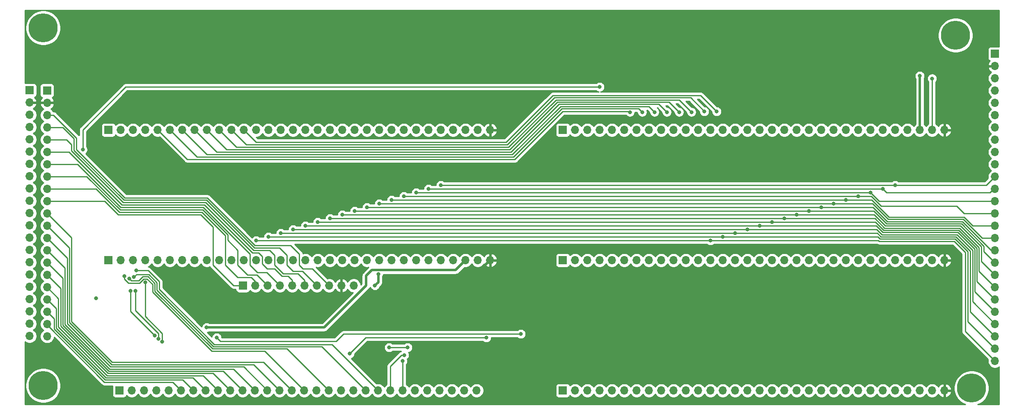
<source format=gbr>
%TF.GenerationSoftware,KiCad,Pcbnew,(5.1.10-1-10_14)*%
%TF.CreationDate,2021-10-11T00:48:47-04:00*%
%TF.ProjectId,backplane,6261636b-706c-4616-9e65-2e6b69636164,rev?*%
%TF.SameCoordinates,Original*%
%TF.FileFunction,Copper,L2,Bot*%
%TF.FilePolarity,Positive*%
%FSLAX46Y46*%
G04 Gerber Fmt 4.6, Leading zero omitted, Abs format (unit mm)*
G04 Created by KiCad (PCBNEW (5.1.10-1-10_14)) date 2021-10-11 00:48:47*
%MOMM*%
%LPD*%
G01*
G04 APERTURE LIST*
%TA.AperFunction,ComponentPad*%
%ADD10O,1.700000X1.700000*%
%TD*%
%TA.AperFunction,ComponentPad*%
%ADD11R,1.700000X1.700000*%
%TD*%
%TA.AperFunction,ComponentPad*%
%ADD12C,6.000000*%
%TD*%
%TA.AperFunction,ComponentPad*%
%ADD13C,0.800000*%
%TD*%
%TA.AperFunction,ViaPad*%
%ADD14C,0.800000*%
%TD*%
%TA.AperFunction,Conductor*%
%ADD15C,0.500000*%
%TD*%
%TA.AperFunction,Conductor*%
%ADD16C,0.250000*%
%TD*%
%TA.AperFunction,Conductor*%
%ADD17C,0.254000*%
%TD*%
%TA.AperFunction,Conductor*%
%ADD18C,0.100000*%
%TD*%
G04 APERTURE END LIST*
D10*
%TO.P,J37,26*%
%TO.N,Net-(J32-Pad13)*%
X252222000Y-131572000D03*
%TO.P,J37,25*%
%TO.N,Net-(J32-Pad14)*%
X252222000Y-129032000D03*
%TO.P,J37,24*%
%TO.N,Net-(J32-Pad15)*%
X252222000Y-126492000D03*
%TO.P,J37,23*%
%TO.N,Net-(J32-Pad16)*%
X252222000Y-123952000D03*
%TO.P,J37,22*%
%TO.N,Net-(J32-Pad17)*%
X252222000Y-121412000D03*
%TO.P,J37,21*%
%TO.N,Net-(J32-Pad18)*%
X252222000Y-118872000D03*
%TO.P,J37,20*%
%TO.N,Net-(J32-Pad19)*%
X252222000Y-116332000D03*
%TO.P,J37,19*%
%TO.N,Net-(J32-Pad20)*%
X252222000Y-113792000D03*
%TO.P,J37,18*%
%TO.N,Net-(J32-Pad21)*%
X252222000Y-111252000D03*
%TO.P,J37,17*%
%TO.N,Net-(J32-Pad22)*%
X252222000Y-108712000D03*
%TO.P,J37,16*%
%TO.N,Net-(J32-Pad23)*%
X252222000Y-106172000D03*
%TO.P,J37,15*%
%TO.N,Net-(J32-Pad24)*%
X252222000Y-103632000D03*
%TO.P,J37,14*%
%TO.N,Net-(J32-Pad25)*%
X252222000Y-101092000D03*
%TO.P,J37,13*%
%TO.N,Net-(J32-Pad26)*%
X252222000Y-98552000D03*
%TO.P,J37,12*%
%TO.N,Net-(J32-Pad27)*%
X252222000Y-96012000D03*
%TO.P,J37,11*%
%TO.N,Net-(J32-Pad28)*%
X252222000Y-93472000D03*
%TO.P,J37,10*%
%TO.N,Net-(J32-Pad12)*%
X252222000Y-90932000D03*
%TO.P,J37,9*%
%TO.N,Net-(J32-Pad11)*%
X252222000Y-88392000D03*
%TO.P,J37,8*%
%TO.N,Net-(J32-Pad10)*%
X252222000Y-85852000D03*
%TO.P,J37,7*%
%TO.N,Net-(J32-Pad9)*%
X252222000Y-83312000D03*
%TO.P,J37,6*%
%TO.N,Net-(J32-Pad8)*%
X252222000Y-80772000D03*
%TO.P,J37,5*%
%TO.N,Net-(J32-Pad7)*%
X252222000Y-78232000D03*
%TO.P,J37,4*%
%TO.N,Net-(J32-Pad6)*%
X252222000Y-75692000D03*
%TO.P,J37,3*%
%TO.N,Net-(J32-Pad5)*%
X252222000Y-73152000D03*
%TO.P,J37,2*%
%TO.N,GND*%
X252222000Y-70612000D03*
D11*
%TO.P,J37,1*%
%TO.N,VCC*%
X252222000Y-68072000D03*
%TD*%
D12*
%TO.P,REF\u002A\u002A,1*%
%TO.N,N/C*%
X244094000Y-64262000D03*
D13*
X246344000Y-64262000D03*
X245684990Y-65852990D03*
X244094000Y-66512000D03*
X242503010Y-65852990D03*
X241844000Y-64262000D03*
X242503010Y-62671010D03*
X244094000Y-62012000D03*
X245684990Y-62671010D03*
%TD*%
%TO.P,REF\u002A\u002A,1*%
%TO.N,N/C*%
X248986990Y-135569010D03*
X247396000Y-134910000D03*
X245805010Y-135569010D03*
X245146000Y-137160000D03*
X245805010Y-138750990D03*
X247396000Y-139410000D03*
X248986990Y-138750990D03*
X249646000Y-137160000D03*
D12*
X247396000Y-137160000D03*
%TD*%
%TO.P,REF\u002A\u002A,1*%
%TO.N,N/C*%
X55880000Y-136652000D03*
D13*
X58130000Y-136652000D03*
X57470990Y-138242990D03*
X55880000Y-138902000D03*
X54289010Y-138242990D03*
X53630000Y-136652000D03*
X54289010Y-135061010D03*
X55880000Y-134402000D03*
X57470990Y-135061010D03*
%TD*%
%TO.P,REF\u002A\u002A,1*%
%TO.N,N/C*%
X57470990Y-61147010D03*
X55880000Y-60488000D03*
X54289010Y-61147010D03*
X53630000Y-62738000D03*
X54289010Y-64328990D03*
X55880000Y-64988000D03*
X57470990Y-64328990D03*
X58130000Y-62738000D03*
D12*
X55880000Y-62738000D03*
%TD*%
D10*
%TO.P,J29,21*%
%TO.N,CLOCK*%
X53070000Y-126424000D03*
%TO.P,J29,20*%
%TO.N,Net-(J28-Pad20)*%
X53070000Y-123884000D03*
%TO.P,J29,19*%
%TO.N,Net-(J28-Pad19)*%
X53070000Y-121344000D03*
%TO.P,J29,18*%
%TO.N,Net-(J28-Pad18)*%
X53070000Y-118804000D03*
%TO.P,J29,17*%
%TO.N,Net-(J28-Pad17)*%
X53070000Y-116264000D03*
%TO.P,J29,16*%
%TO.N,Net-(J28-Pad16)*%
X53070000Y-113724000D03*
%TO.P,J29,15*%
%TO.N,Net-(J28-Pad15)*%
X53070000Y-111184000D03*
%TO.P,J29,14*%
%TO.N,Net-(J28-Pad14)*%
X53070000Y-108644000D03*
%TO.P,J29,13*%
%TO.N,Net-(J28-Pad13)*%
X53070000Y-106104000D03*
%TO.P,J29,12*%
%TO.N,Net-(J28-Pad12)*%
X53070000Y-103564000D03*
%TO.P,J29,11*%
%TO.N,Net-(J28-Pad11)*%
X53070000Y-101024000D03*
%TO.P,J29,10*%
%TO.N,Net-(J27-Pad1)*%
X53070000Y-98484000D03*
%TO.P,J29,9*%
%TO.N,Net-(J27-Pad2)*%
X53070000Y-95944000D03*
%TO.P,J29,8*%
%TO.N,Net-(J27-Pad3)*%
X53070000Y-93404000D03*
%TO.P,J29,7*%
%TO.N,Net-(J27-Pad4)*%
X53070000Y-90864000D03*
%TO.P,J29,6*%
%TO.N,Net-(J27-Pad5)*%
X53070000Y-88324000D03*
%TO.P,J29,5*%
%TO.N,Net-(J27-Pad6)*%
X53070000Y-85784000D03*
%TO.P,J29,4*%
%TO.N,Net-(J27-Pad7)*%
X53070000Y-83244000D03*
%TO.P,J29,3*%
%TO.N,Net-(J27-Pad8)*%
X53070000Y-80704000D03*
%TO.P,J29,2*%
%TO.N,GND*%
X53070000Y-78164000D03*
D11*
%TO.P,J29,1*%
%TO.N,VCC*%
X53070000Y-75624000D03*
%TD*%
D10*
%TO.P,J28,21*%
%TO.N,CLOCK*%
X56682000Y-126472000D03*
%TO.P,J28,20*%
%TO.N,Net-(J28-Pad20)*%
X56682000Y-123932000D03*
%TO.P,J28,19*%
%TO.N,Net-(J28-Pad19)*%
X56682000Y-121392000D03*
%TO.P,J28,18*%
%TO.N,Net-(J28-Pad18)*%
X56682000Y-118852000D03*
%TO.P,J28,17*%
%TO.N,Net-(J28-Pad17)*%
X56682000Y-116312000D03*
%TO.P,J28,16*%
%TO.N,Net-(J28-Pad16)*%
X56682000Y-113772000D03*
%TO.P,J28,15*%
%TO.N,Net-(J28-Pad15)*%
X56682000Y-111232000D03*
%TO.P,J28,14*%
%TO.N,Net-(J28-Pad14)*%
X56682000Y-108692000D03*
%TO.P,J28,13*%
%TO.N,Net-(J28-Pad13)*%
X56682000Y-106152000D03*
%TO.P,J28,12*%
%TO.N,Net-(J28-Pad12)*%
X56682000Y-103612000D03*
%TO.P,J28,11*%
%TO.N,Net-(J28-Pad11)*%
X56682000Y-101072000D03*
%TO.P,J28,10*%
%TO.N,Net-(J27-Pad1)*%
X56682000Y-98532000D03*
%TO.P,J28,9*%
%TO.N,Net-(J27-Pad2)*%
X56682000Y-95992000D03*
%TO.P,J28,8*%
%TO.N,Net-(J27-Pad3)*%
X56682000Y-93452000D03*
%TO.P,J28,7*%
%TO.N,Net-(J27-Pad4)*%
X56682000Y-90912000D03*
%TO.P,J28,6*%
%TO.N,Net-(J27-Pad5)*%
X56682000Y-88372000D03*
%TO.P,J28,5*%
%TO.N,Net-(J27-Pad6)*%
X56682000Y-85832000D03*
%TO.P,J28,4*%
%TO.N,Net-(J27-Pad7)*%
X56682000Y-83292000D03*
%TO.P,J28,3*%
%TO.N,Net-(J27-Pad8)*%
X56682000Y-80752000D03*
%TO.P,J28,2*%
%TO.N,GND*%
X56682000Y-78212000D03*
D11*
%TO.P,J28,1*%
%TO.N,VCC*%
X56682000Y-75672000D03*
%TD*%
D10*
%TO.P,J27,10*%
%TO.N,VCC*%
X119944000Y-115980000D03*
%TO.P,J27,9*%
%TO.N,GND*%
X117404000Y-115980000D03*
%TO.P,J27,8*%
%TO.N,Net-(J27-Pad8)*%
X114864000Y-115980000D03*
%TO.P,J27,7*%
%TO.N,Net-(J27-Pad7)*%
X112324000Y-115980000D03*
%TO.P,J27,6*%
%TO.N,Net-(J27-Pad6)*%
X109784000Y-115980000D03*
%TO.P,J27,5*%
%TO.N,Net-(J27-Pad5)*%
X107244000Y-115980000D03*
%TO.P,J27,4*%
%TO.N,Net-(J27-Pad4)*%
X104704000Y-115980000D03*
%TO.P,J27,3*%
%TO.N,Net-(J27-Pad3)*%
X102164000Y-115980000D03*
%TO.P,J27,2*%
%TO.N,Net-(J27-Pad2)*%
X99624000Y-115980000D03*
D11*
%TO.P,J27,1*%
%TO.N,Net-(J27-Pad1)*%
X97084000Y-115980000D03*
%TD*%
D10*
%TO.P,J30,30*%
%TO.N,MSB_O5*%
X145288000Y-137668000D03*
%TO.P,J30,29*%
%TO.N,LSB_O5*%
X142748000Y-137668000D03*
%TO.P,J30,28*%
%TO.N,MSB_O4*%
X140208000Y-137668000D03*
%TO.P,J30,27*%
%TO.N,LSB_O4*%
X137668000Y-137668000D03*
%TO.P,J30,26*%
%TO.N,MSB_O3*%
X135128000Y-137668000D03*
%TO.P,J30,25*%
%TO.N,LSB_O3*%
X132588000Y-137668000D03*
%TO.P,J30,24*%
%TO.N,MSB_O2*%
X130048000Y-137668000D03*
%TO.P,J30,23*%
%TO.N,LSB_O2*%
X127508000Y-137668000D03*
%TO.P,J30,22*%
%TO.N,MSB_O1*%
X124968000Y-137668000D03*
%TO.P,J30,21*%
%TO.N,LSB_O1*%
X122428000Y-137668000D03*
%TO.P,J30,20*%
%TO.N,O5*%
X119888000Y-137668000D03*
%TO.P,J30,19*%
%TO.N,O4*%
X117348000Y-137668000D03*
%TO.P,J30,18*%
%TO.N,O3*%
X114808000Y-137668000D03*
%TO.P,J30,17*%
%TO.N,O2*%
X112268000Y-137668000D03*
%TO.P,J30,16*%
%TO.N,O1*%
X109728000Y-137668000D03*
%TO.P,J30,15*%
%TO.N,Net-(J28-Pad11)*%
X107188000Y-137668000D03*
%TO.P,J30,14*%
%TO.N,Net-(J28-Pad12)*%
X104648000Y-137668000D03*
%TO.P,J30,13*%
%TO.N,Net-(J28-Pad13)*%
X102108000Y-137668000D03*
%TO.P,J30,12*%
%TO.N,Net-(J28-Pad14)*%
X99568000Y-137668000D03*
%TO.P,J30,11*%
%TO.N,Net-(J28-Pad15)*%
X97028000Y-137668000D03*
%TO.P,J30,10*%
%TO.N,Net-(J28-Pad16)*%
X94488000Y-137668000D03*
%TO.P,J30,9*%
%TO.N,Net-(J28-Pad17)*%
X91948000Y-137668000D03*
%TO.P,J30,8*%
%TO.N,Net-(J28-Pad18)*%
X89408000Y-137668000D03*
%TO.P,J30,7*%
%TO.N,Net-(J28-Pad19)*%
X86868000Y-137668000D03*
%TO.P,J30,6*%
%TO.N,Net-(J28-Pad20)*%
X84328000Y-137668000D03*
%TO.P,J30,5*%
%TO.N,I5*%
X81788000Y-137668000D03*
%TO.P,J30,4*%
%TO.N,I4*%
X79248000Y-137668000D03*
%TO.P,J30,3*%
%TO.N,I3*%
X76708000Y-137668000D03*
%TO.P,J30,2*%
%TO.N,I2*%
X74168000Y-137668000D03*
D11*
%TO.P,J30,1*%
%TO.N,I1*%
X71628000Y-137668000D03*
%TD*%
D10*
%TO.P,J34,32*%
%TO.N,GND*%
X148082000Y-110744000D03*
%TO.P,J34,31*%
%TO.N,VCC*%
X145542000Y-110744000D03*
%TO.P,J34,30*%
%TO.N,CLOCK*%
X143002000Y-110744000D03*
%TO.P,J34,29*%
%TO.N,Net-(J34-Pad29)*%
X140462000Y-110744000D03*
%TO.P,J34,28*%
%TO.N,Net-(J32-Pad28)*%
X137922000Y-110744000D03*
%TO.P,J34,27*%
%TO.N,Net-(J32-Pad27)*%
X135382000Y-110744000D03*
%TO.P,J34,26*%
%TO.N,Net-(J32-Pad26)*%
X132842000Y-110744000D03*
%TO.P,J34,25*%
%TO.N,Net-(J32-Pad25)*%
X130302000Y-110744000D03*
%TO.P,J34,24*%
%TO.N,Net-(J32-Pad24)*%
X127762000Y-110744000D03*
%TO.P,J34,23*%
%TO.N,Net-(J32-Pad23)*%
X125222000Y-110744000D03*
%TO.P,J34,22*%
%TO.N,Net-(J32-Pad22)*%
X122682000Y-110744000D03*
%TO.P,J34,21*%
%TO.N,Net-(J32-Pad21)*%
X120142000Y-110744000D03*
%TO.P,J34,20*%
%TO.N,Net-(J32-Pad20)*%
X117602000Y-110744000D03*
%TO.P,J34,19*%
%TO.N,Net-(J32-Pad19)*%
X115062000Y-110744000D03*
%TO.P,J34,18*%
%TO.N,Net-(J32-Pad18)*%
X112522000Y-110744000D03*
%TO.P,J34,17*%
%TO.N,Net-(J32-Pad17)*%
X109982000Y-110744000D03*
%TO.P,J34,16*%
%TO.N,Net-(J32-Pad16)*%
X107442000Y-110744000D03*
%TO.P,J34,15*%
%TO.N,Net-(J32-Pad15)*%
X104902000Y-110744000D03*
%TO.P,J34,14*%
%TO.N,Net-(J32-Pad14)*%
X102362000Y-110744000D03*
%TO.P,J34,13*%
%TO.N,Net-(J32-Pad13)*%
X99822000Y-110744000D03*
%TO.P,J34,12*%
%TO.N,Net-(J32-Pad12)*%
X97282000Y-110744000D03*
%TO.P,J34,11*%
%TO.N,Net-(J32-Pad11)*%
X94742000Y-110744000D03*
%TO.P,J34,10*%
%TO.N,Net-(J32-Pad10)*%
X92202000Y-110744000D03*
%TO.P,J34,9*%
%TO.N,Net-(J32-Pad9)*%
X89662000Y-110744000D03*
%TO.P,J34,8*%
%TO.N,Net-(J32-Pad8)*%
X87122000Y-110744000D03*
%TO.P,J34,7*%
%TO.N,Net-(J32-Pad7)*%
X84582000Y-110744000D03*
%TO.P,J34,6*%
%TO.N,Net-(J32-Pad6)*%
X82042000Y-110744000D03*
%TO.P,J34,5*%
%TO.N,Net-(J32-Pad5)*%
X79502000Y-110744000D03*
%TO.P,J34,4*%
%TO.N,I3*%
X76962000Y-110744000D03*
%TO.P,J34,3*%
%TO.N,O3*%
X74422000Y-110744000D03*
%TO.P,J34,2*%
%TO.N,LSB_O3*%
X71882000Y-110744000D03*
D11*
%TO.P,J34,1*%
%TO.N,MSB_O3*%
X69342000Y-110744000D03*
%TD*%
D10*
%TO.P,J35,32*%
%TO.N,GND*%
X241808000Y-110744000D03*
%TO.P,J35,31*%
%TO.N,VCC*%
X239268000Y-110744000D03*
%TO.P,J35,30*%
%TO.N,CLOCK*%
X236728000Y-110744000D03*
%TO.P,J35,29*%
%TO.N,Net-(J35-Pad29)*%
X234188000Y-110744000D03*
%TO.P,J35,28*%
%TO.N,Net-(J32-Pad28)*%
X231648000Y-110744000D03*
%TO.P,J35,27*%
%TO.N,Net-(J32-Pad27)*%
X229108000Y-110744000D03*
%TO.P,J35,26*%
%TO.N,Net-(J32-Pad26)*%
X226568000Y-110744000D03*
%TO.P,J35,25*%
%TO.N,Net-(J32-Pad25)*%
X224028000Y-110744000D03*
%TO.P,J35,24*%
%TO.N,Net-(J32-Pad24)*%
X221488000Y-110744000D03*
%TO.P,J35,23*%
%TO.N,Net-(J32-Pad23)*%
X218948000Y-110744000D03*
%TO.P,J35,22*%
%TO.N,Net-(J32-Pad22)*%
X216408000Y-110744000D03*
%TO.P,J35,21*%
%TO.N,Net-(J32-Pad21)*%
X213868000Y-110744000D03*
%TO.P,J35,20*%
%TO.N,Net-(J32-Pad20)*%
X211328000Y-110744000D03*
%TO.P,J35,19*%
%TO.N,Net-(J32-Pad19)*%
X208788000Y-110744000D03*
%TO.P,J35,18*%
%TO.N,Net-(J32-Pad18)*%
X206248000Y-110744000D03*
%TO.P,J35,17*%
%TO.N,Net-(J32-Pad17)*%
X203708000Y-110744000D03*
%TO.P,J35,16*%
%TO.N,Net-(J32-Pad16)*%
X201168000Y-110744000D03*
%TO.P,J35,15*%
%TO.N,Net-(J32-Pad15)*%
X198628000Y-110744000D03*
%TO.P,J35,14*%
%TO.N,Net-(J32-Pad14)*%
X196088000Y-110744000D03*
%TO.P,J35,13*%
%TO.N,Net-(J32-Pad13)*%
X193548000Y-110744000D03*
%TO.P,J35,12*%
%TO.N,Net-(J32-Pad12)*%
X191008000Y-110744000D03*
%TO.P,J35,11*%
%TO.N,Net-(J32-Pad11)*%
X188468000Y-110744000D03*
%TO.P,J35,10*%
%TO.N,Net-(J32-Pad10)*%
X185928000Y-110744000D03*
%TO.P,J35,9*%
%TO.N,Net-(J32-Pad9)*%
X183388000Y-110744000D03*
%TO.P,J35,8*%
%TO.N,Net-(J32-Pad8)*%
X180848000Y-110744000D03*
%TO.P,J35,7*%
%TO.N,Net-(J32-Pad7)*%
X178308000Y-110744000D03*
%TO.P,J35,6*%
%TO.N,Net-(J32-Pad6)*%
X175768000Y-110744000D03*
%TO.P,J35,5*%
%TO.N,Net-(J32-Pad5)*%
X173228000Y-110744000D03*
%TO.P,J35,4*%
%TO.N,I4*%
X170688000Y-110744000D03*
%TO.P,J35,3*%
%TO.N,O4*%
X168148000Y-110744000D03*
%TO.P,J35,2*%
%TO.N,LSB_O4*%
X165608000Y-110744000D03*
D11*
%TO.P,J35,1*%
%TO.N,MSB_O4*%
X163068000Y-110744000D03*
%TD*%
D10*
%TO.P,J33,32*%
%TO.N,GND*%
X241808000Y-83820000D03*
%TO.P,J33,31*%
%TO.N,VCC*%
X239268000Y-83820000D03*
%TO.P,J33,30*%
%TO.N,CLOCK*%
X236728000Y-83820000D03*
%TO.P,J33,29*%
%TO.N,Net-(J33-Pad29)*%
X234188000Y-83820000D03*
%TO.P,J33,28*%
%TO.N,Net-(J32-Pad28)*%
X231648000Y-83820000D03*
%TO.P,J33,27*%
%TO.N,Net-(J32-Pad27)*%
X229108000Y-83820000D03*
%TO.P,J33,26*%
%TO.N,Net-(J32-Pad26)*%
X226568000Y-83820000D03*
%TO.P,J33,25*%
%TO.N,Net-(J32-Pad25)*%
X224028000Y-83820000D03*
%TO.P,J33,24*%
%TO.N,Net-(J32-Pad24)*%
X221488000Y-83820000D03*
%TO.P,J33,23*%
%TO.N,Net-(J32-Pad23)*%
X218948000Y-83820000D03*
%TO.P,J33,22*%
%TO.N,Net-(J32-Pad22)*%
X216408000Y-83820000D03*
%TO.P,J33,21*%
%TO.N,Net-(J32-Pad21)*%
X213868000Y-83820000D03*
%TO.P,J33,20*%
%TO.N,Net-(J32-Pad20)*%
X211328000Y-83820000D03*
%TO.P,J33,19*%
%TO.N,Net-(J32-Pad19)*%
X208788000Y-83820000D03*
%TO.P,J33,18*%
%TO.N,Net-(J32-Pad18)*%
X206248000Y-83820000D03*
%TO.P,J33,17*%
%TO.N,Net-(J32-Pad17)*%
X203708000Y-83820000D03*
%TO.P,J33,16*%
%TO.N,Net-(J32-Pad16)*%
X201168000Y-83820000D03*
%TO.P,J33,15*%
%TO.N,Net-(J32-Pad15)*%
X198628000Y-83820000D03*
%TO.P,J33,14*%
%TO.N,Net-(J32-Pad14)*%
X196088000Y-83820000D03*
%TO.P,J33,13*%
%TO.N,Net-(J32-Pad13)*%
X193548000Y-83820000D03*
%TO.P,J33,12*%
%TO.N,Net-(J32-Pad12)*%
X191008000Y-83820000D03*
%TO.P,J33,11*%
%TO.N,Net-(J32-Pad11)*%
X188468000Y-83820000D03*
%TO.P,J33,10*%
%TO.N,Net-(J32-Pad10)*%
X185928000Y-83820000D03*
%TO.P,J33,9*%
%TO.N,Net-(J32-Pad9)*%
X183388000Y-83820000D03*
%TO.P,J33,8*%
%TO.N,Net-(J32-Pad8)*%
X180848000Y-83820000D03*
%TO.P,J33,7*%
%TO.N,Net-(J32-Pad7)*%
X178308000Y-83820000D03*
%TO.P,J33,6*%
%TO.N,Net-(J32-Pad6)*%
X175768000Y-83820000D03*
%TO.P,J33,5*%
%TO.N,Net-(J32-Pad5)*%
X173228000Y-83820000D03*
%TO.P,J33,4*%
%TO.N,I2*%
X170688000Y-83820000D03*
%TO.P,J33,3*%
%TO.N,O2*%
X168148000Y-83820000D03*
%TO.P,J33,2*%
%TO.N,LSB_O2*%
X165608000Y-83820000D03*
D11*
%TO.P,J33,1*%
%TO.N,MSB_O2*%
X163068000Y-83820000D03*
%TD*%
D10*
%TO.P,J32,32*%
%TO.N,GND*%
X148082000Y-83820000D03*
%TO.P,J32,31*%
%TO.N,VCC*%
X145542000Y-83820000D03*
%TO.P,J32,30*%
%TO.N,CLOCK*%
X143002000Y-83820000D03*
%TO.P,J32,29*%
%TO.N,Net-(J32-Pad29)*%
X140462000Y-83820000D03*
%TO.P,J32,28*%
%TO.N,Net-(J32-Pad28)*%
X137922000Y-83820000D03*
%TO.P,J32,27*%
%TO.N,Net-(J32-Pad27)*%
X135382000Y-83820000D03*
%TO.P,J32,26*%
%TO.N,Net-(J32-Pad26)*%
X132842000Y-83820000D03*
%TO.P,J32,25*%
%TO.N,Net-(J32-Pad25)*%
X130302000Y-83820000D03*
%TO.P,J32,24*%
%TO.N,Net-(J32-Pad24)*%
X127762000Y-83820000D03*
%TO.P,J32,23*%
%TO.N,Net-(J32-Pad23)*%
X125222000Y-83820000D03*
%TO.P,J32,22*%
%TO.N,Net-(J32-Pad22)*%
X122682000Y-83820000D03*
%TO.P,J32,21*%
%TO.N,Net-(J32-Pad21)*%
X120142000Y-83820000D03*
%TO.P,J32,20*%
%TO.N,Net-(J32-Pad20)*%
X117602000Y-83820000D03*
%TO.P,J32,19*%
%TO.N,Net-(J32-Pad19)*%
X115062000Y-83820000D03*
%TO.P,J32,18*%
%TO.N,Net-(J32-Pad18)*%
X112522000Y-83820000D03*
%TO.P,J32,17*%
%TO.N,Net-(J32-Pad17)*%
X109982000Y-83820000D03*
%TO.P,J32,16*%
%TO.N,Net-(J32-Pad16)*%
X107442000Y-83820000D03*
%TO.P,J32,15*%
%TO.N,Net-(J32-Pad15)*%
X104902000Y-83820000D03*
%TO.P,J32,14*%
%TO.N,Net-(J32-Pad14)*%
X102362000Y-83820000D03*
%TO.P,J32,13*%
%TO.N,Net-(J32-Pad13)*%
X99822000Y-83820000D03*
%TO.P,J32,12*%
%TO.N,Net-(J32-Pad12)*%
X97282000Y-83820000D03*
%TO.P,J32,11*%
%TO.N,Net-(J32-Pad11)*%
X94742000Y-83820000D03*
%TO.P,J32,10*%
%TO.N,Net-(J32-Pad10)*%
X92202000Y-83820000D03*
%TO.P,J32,9*%
%TO.N,Net-(J32-Pad9)*%
X89662000Y-83820000D03*
%TO.P,J32,8*%
%TO.N,Net-(J32-Pad8)*%
X87122000Y-83820000D03*
%TO.P,J32,7*%
%TO.N,Net-(J32-Pad7)*%
X84582000Y-83820000D03*
%TO.P,J32,6*%
%TO.N,Net-(J32-Pad6)*%
X82042000Y-83820000D03*
%TO.P,J32,5*%
%TO.N,Net-(J32-Pad5)*%
X79502000Y-83820000D03*
%TO.P,J32,4*%
%TO.N,I1*%
X76962000Y-83820000D03*
%TO.P,J32,3*%
%TO.N,O1*%
X74422000Y-83820000D03*
%TO.P,J32,2*%
%TO.N,LSB_O1*%
X71882000Y-83820000D03*
D11*
%TO.P,J32,1*%
%TO.N,MSB_O1*%
X69342000Y-83820000D03*
%TD*%
D10*
%TO.P,J36,32*%
%TO.N,GND*%
X241808000Y-137668000D03*
%TO.P,J36,31*%
%TO.N,VCC*%
X239268000Y-137668000D03*
%TO.P,J36,30*%
%TO.N,CLOCK*%
X236728000Y-137668000D03*
%TO.P,J36,29*%
%TO.N,Net-(J36-Pad29)*%
X234188000Y-137668000D03*
%TO.P,J36,28*%
%TO.N,Net-(J32-Pad28)*%
X231648000Y-137668000D03*
%TO.P,J36,27*%
%TO.N,Net-(J32-Pad27)*%
X229108000Y-137668000D03*
%TO.P,J36,26*%
%TO.N,Net-(J32-Pad26)*%
X226568000Y-137668000D03*
%TO.P,J36,25*%
%TO.N,Net-(J32-Pad25)*%
X224028000Y-137668000D03*
%TO.P,J36,24*%
%TO.N,Net-(J32-Pad24)*%
X221488000Y-137668000D03*
%TO.P,J36,23*%
%TO.N,Net-(J32-Pad23)*%
X218948000Y-137668000D03*
%TO.P,J36,22*%
%TO.N,Net-(J32-Pad22)*%
X216408000Y-137668000D03*
%TO.P,J36,21*%
%TO.N,Net-(J32-Pad21)*%
X213868000Y-137668000D03*
%TO.P,J36,20*%
%TO.N,Net-(J32-Pad20)*%
X211328000Y-137668000D03*
%TO.P,J36,19*%
%TO.N,Net-(J32-Pad19)*%
X208788000Y-137668000D03*
%TO.P,J36,18*%
%TO.N,Net-(J32-Pad18)*%
X206248000Y-137668000D03*
%TO.P,J36,17*%
%TO.N,Net-(J32-Pad17)*%
X203708000Y-137668000D03*
%TO.P,J36,16*%
%TO.N,Net-(J32-Pad16)*%
X201168000Y-137668000D03*
%TO.P,J36,15*%
%TO.N,Net-(J32-Pad15)*%
X198628000Y-137668000D03*
%TO.P,J36,14*%
%TO.N,Net-(J32-Pad14)*%
X196088000Y-137668000D03*
%TO.P,J36,13*%
%TO.N,Net-(J32-Pad13)*%
X193548000Y-137668000D03*
%TO.P,J36,12*%
%TO.N,Net-(J32-Pad12)*%
X191008000Y-137668000D03*
%TO.P,J36,11*%
%TO.N,Net-(J32-Pad11)*%
X188468000Y-137668000D03*
%TO.P,J36,10*%
%TO.N,Net-(J32-Pad10)*%
X185928000Y-137668000D03*
%TO.P,J36,9*%
%TO.N,Net-(J32-Pad9)*%
X183388000Y-137668000D03*
%TO.P,J36,8*%
%TO.N,Net-(J32-Pad8)*%
X180848000Y-137668000D03*
%TO.P,J36,7*%
%TO.N,Net-(J32-Pad7)*%
X178308000Y-137668000D03*
%TO.P,J36,6*%
%TO.N,Net-(J32-Pad6)*%
X175768000Y-137668000D03*
%TO.P,J36,5*%
%TO.N,Net-(J32-Pad5)*%
X173228000Y-137668000D03*
%TO.P,J36,4*%
%TO.N,I5*%
X170688000Y-137668000D03*
%TO.P,J36,3*%
%TO.N,O5*%
X168148000Y-137668000D03*
%TO.P,J36,2*%
%TO.N,LSB_O5*%
X165608000Y-137668000D03*
D11*
%TO.P,J36,1*%
%TO.N,MSB_O5*%
X163068000Y-137668000D03*
%TD*%
D14*
%TO.N,GND*%
X240792000Y-73914000D03*
X127564000Y-115980000D03*
%TO.N,VCC*%
X124993994Y-113626010D03*
X239268000Y-73188990D03*
X124304000Y-115980000D03*
X66802000Y-118618000D03*
%TO.N,O4*%
X119126000Y-130048000D03*
X147320000Y-126746000D03*
%TO.N,O3*%
X73660000Y-114554000D03*
%TO.N,O2*%
X127254000Y-128778000D03*
X131064000Y-128778000D03*
%TO.N,O1*%
X72644000Y-114046000D03*
%TO.N,I4*%
X91694000Y-126746000D03*
X154432000Y-125984000D03*
%TO.N,I3*%
X80456215Y-127602067D03*
X76962000Y-115315986D03*
%TO.N,I2*%
X79685795Y-126964512D03*
X74913999Y-117088617D03*
X170688000Y-74930000D03*
X64038021Y-87884000D03*
%TO.N,I1*%
X78916159Y-126326010D03*
X73914000Y-117093550D03*
%TO.N,LSB_O1*%
X74611978Y-114210682D03*
%TO.N,MSB_O1*%
X75061989Y-112871560D03*
%TO.N,LSB_O2*%
X130364033Y-130350611D03*
%TO.N,MSB_O2*%
X130048000Y-131572000D03*
%TO.N,CLOCK*%
X89590000Y-124625990D03*
X236728000Y-72644000D03*
%TO.N,Net-(J32-Pad12)*%
X194818000Y-80010000D03*
%TO.N,Net-(J32-Pad11)*%
X192278000Y-80010000D03*
%TO.N,Net-(J32-Pad10)*%
X189611000Y-80137000D03*
%TO.N,Net-(J32-Pad9)*%
X187071000Y-80137000D03*
%TO.N,Net-(J32-Pad8)*%
X184531000Y-80137000D03*
%TO.N,Net-(J32-Pad7)*%
X181991000Y-80137000D03*
%TO.N,Net-(J32-Pad6)*%
X179451000Y-80137000D03*
%TO.N,Net-(J32-Pad5)*%
X176911000Y-80137000D03*
%TO.N,Net-(J32-Pad28)*%
X231648000Y-95250000D03*
X137922000Y-95250000D03*
%TO.N,Net-(J32-Pad27)*%
X229108000Y-96012000D03*
X135382000Y-96012000D03*
%TO.N,Net-(J32-Pad26)*%
X226568000Y-96774000D03*
X132842000Y-96774000D03*
%TO.N,Net-(J32-Pad25)*%
X224028000Y-97536000D03*
X130302000Y-97536000D03*
%TO.N,Net-(J32-Pad24)*%
X221488000Y-98298000D03*
X127762000Y-98298000D03*
%TO.N,Net-(J32-Pad23)*%
X218948000Y-99060000D03*
X125222000Y-99060000D03*
%TO.N,Net-(J32-Pad22)*%
X216408000Y-99822000D03*
X122682000Y-99822000D03*
%TO.N,Net-(J32-Pad21)*%
X213868000Y-100584000D03*
X120142000Y-100584000D03*
%TO.N,Net-(J32-Pad20)*%
X117602000Y-101346000D03*
X211328000Y-101346000D03*
%TO.N,Net-(J32-Pad19)*%
X115062000Y-102108000D03*
X208788000Y-102108000D03*
%TO.N,Net-(J32-Pad18)*%
X112522000Y-102870000D03*
X206248000Y-102870000D03*
%TO.N,Net-(J32-Pad17)*%
X109982000Y-103632000D03*
X203708000Y-103632000D03*
%TO.N,Net-(J32-Pad16)*%
X107442000Y-104394000D03*
X201168000Y-104394000D03*
%TO.N,Net-(J32-Pad15)*%
X104902000Y-105156000D03*
X198628000Y-105156000D03*
%TO.N,Net-(J32-Pad14)*%
X196087998Y-105917998D03*
X102362000Y-105918000D03*
%TO.N,Net-(J32-Pad13)*%
X193548000Y-106680000D03*
X99822000Y-106680000D03*
%TD*%
D15*
%TO.N,GND*%
X148082000Y-110744000D02*
X142846000Y-115980000D01*
X142846000Y-115980000D02*
X127564000Y-115980000D01*
D16*
X241808000Y-74930000D02*
X240792000Y-73914000D01*
X241808000Y-83820000D02*
X241808000Y-74930000D01*
D15*
X127564000Y-115980000D02*
X127564000Y-115980000D01*
%TO.N,VCC*%
X125024000Y-113656016D02*
X124993994Y-113626010D01*
D16*
X239268000Y-83820000D02*
X239268000Y-73188990D01*
D15*
X124993994Y-115290006D02*
X124304000Y-115980000D01*
X124993994Y-113626010D02*
X124993994Y-115290006D01*
D16*
%TO.N,O4*%
X122428000Y-126746000D02*
X119126000Y-130048000D01*
X147320000Y-126746000D02*
X122428000Y-126746000D01*
%TO.N,O3*%
X76427599Y-114140974D02*
X77496387Y-114140974D01*
X78899012Y-115543599D02*
X78899012Y-117124602D01*
X90806410Y-129032000D02*
X106172000Y-129032000D01*
X77496387Y-114140974D02*
X78899012Y-115543599D01*
X73660000Y-114554000D02*
X74059999Y-114953999D01*
X106172000Y-129032000D02*
X114808000Y-137668000D01*
X74059999Y-114953999D02*
X75614575Y-114953999D01*
X75614575Y-114953999D02*
X76427599Y-114140974D01*
X78899012Y-117124602D02*
X90806410Y-129032000D01*
%TO.N,O2*%
X131064000Y-128778000D02*
X127254000Y-128778000D01*
%TO.N,O1*%
X73508314Y-115475999D02*
X75728987Y-115475999D01*
X78449001Y-115729999D02*
X78449001Y-117311001D01*
X90678000Y-129540000D02*
X101600000Y-129540000D01*
X76613999Y-114590985D02*
X77309987Y-114590985D01*
X75728987Y-115475999D02*
X76613999Y-114590985D01*
X72644000Y-114046000D02*
X72644000Y-114611685D01*
X101600000Y-129540000D02*
X109728000Y-137668000D01*
X77309987Y-114590985D02*
X78449001Y-115729999D01*
X78449001Y-117311001D02*
X90678000Y-129540000D01*
X72644000Y-114611685D02*
X73508314Y-115475999D01*
%TO.N,I4*%
X116332000Y-127508000D02*
X92456000Y-127508000D01*
X92456000Y-127508000D02*
X91694000Y-126746000D01*
X117856000Y-125984000D02*
X116332000Y-127508000D01*
X154432000Y-125984000D02*
X117856000Y-125984000D01*
%TO.N,I3*%
X76962000Y-115315986D02*
X76962000Y-122352587D01*
X76962000Y-122352587D02*
X80456215Y-125846802D01*
X80456215Y-125846802D02*
X80456215Y-127602067D01*
%TO.N,I2*%
X79685795Y-125905763D02*
X79685795Y-126964512D01*
X74913999Y-121133967D02*
X79685795Y-125905763D01*
X74913999Y-117088617D02*
X74913999Y-121133967D01*
X72898000Y-74930000D02*
X64038021Y-83789979D01*
X64038021Y-83789979D02*
X64038021Y-87884000D01*
X170688000Y-74930000D02*
X72898000Y-74930000D01*
%TO.N,I1*%
X73914000Y-117093550D02*
X73914000Y-121323851D01*
X73914000Y-121323851D02*
X78916159Y-126326010D01*
%TO.N,LSB_O1*%
X113341989Y-128581989D02*
X90992809Y-128581989D01*
X90992809Y-128581989D02*
X79349023Y-116938203D01*
X77682801Y-113690963D02*
X75131697Y-113690963D01*
X122428000Y-137668000D02*
X113341989Y-128581989D01*
X79349023Y-116938203D02*
X79349023Y-115357185D01*
X75131697Y-113690963D02*
X74611978Y-114210682D01*
X79349023Y-115357185D02*
X77682801Y-113690963D01*
%TO.N,MSB_O1*%
X77499795Y-112871560D02*
X75061989Y-112871560D01*
X115431978Y-128131978D02*
X91179208Y-128131978D01*
X79799034Y-116751800D02*
X79799034Y-115170799D01*
X79799034Y-115170799D02*
X77499795Y-112871560D01*
X124968000Y-137668000D02*
X115431978Y-128131978D01*
X91179208Y-128131978D02*
X79799034Y-116751800D01*
%TO.N,LSB_O2*%
X129778887Y-130350611D02*
X130364033Y-130350611D01*
X127508000Y-137668000D02*
X127508000Y-132621498D01*
X127508000Y-132621498D02*
X129778887Y-130350611D01*
%TO.N,MSB_O2*%
X130048000Y-131572000D02*
X130048000Y-137668000D01*
D15*
%TO.N,CLOCK*%
X89750000Y-124720000D02*
X89684010Y-124720000D01*
X89684010Y-124720000D02*
X89590000Y-124625990D01*
X113838010Y-124625990D02*
X89590000Y-124625990D01*
X122484000Y-115980000D02*
X113838010Y-124625990D01*
X140970000Y-112776000D02*
X123698000Y-112776000D01*
X122484000Y-113990000D02*
X122484000Y-115980000D01*
X123698000Y-112776000D02*
X122484000Y-113990000D01*
X143002000Y-110744000D02*
X140970000Y-112776000D01*
X236728000Y-83820000D02*
X236728000Y-72644000D01*
D16*
%TO.N,Net-(J27-Pad8)*%
X62738000Y-85469590D02*
X62738000Y-87881179D01*
X109474000Y-112522000D02*
X111406000Y-112522000D01*
X62738000Y-87881179D02*
X72704810Y-97847989D01*
X72704810Y-97847989D02*
X89722810Y-97847989D01*
X89722810Y-97847989D02*
X99570821Y-107696000D01*
X99570821Y-107696000D02*
X106934000Y-107696000D01*
X106934000Y-107696000D02*
X108712000Y-109474000D01*
X56682000Y-80752000D02*
X58020410Y-80752000D01*
X58020410Y-80752000D02*
X62738000Y-85469590D01*
X108712000Y-109474000D02*
X108712000Y-111760000D01*
X111406000Y-112522000D02*
X114864000Y-115980000D01*
X108712000Y-111760000D02*
X109474000Y-112522000D01*
%TO.N,Net-(J27-Pad7)*%
X109374000Y-113030000D02*
X107442000Y-113030000D01*
X62230000Y-88009590D02*
X62230000Y-85598000D01*
X112324000Y-115980000D02*
X109374000Y-113030000D01*
X107442000Y-113030000D02*
X106172000Y-111760000D01*
X106172000Y-111760000D02*
X106172000Y-109728000D01*
X99442411Y-108204000D02*
X89536411Y-98298000D01*
X89536411Y-98298000D02*
X72518410Y-98298000D01*
X72518410Y-98298000D02*
X62230000Y-88009590D01*
X104648000Y-108204000D02*
X99442411Y-108204000D01*
X106172000Y-109728000D02*
X104648000Y-108204000D01*
X59924000Y-83292000D02*
X56682000Y-83292000D01*
X62230000Y-85598000D02*
X59924000Y-83292000D01*
%TO.N,Net-(J27-Pad6)*%
X56682000Y-85832000D02*
X60686000Y-85832000D01*
X60686000Y-85832000D02*
X61722000Y-86868000D01*
X61722000Y-86868000D02*
X61722000Y-88138000D01*
X61722000Y-88138000D02*
X72390000Y-98806000D01*
X72390000Y-98806000D02*
X89408000Y-98806000D01*
X89408000Y-98806000D02*
X99314000Y-108712000D01*
X99314000Y-108712000D02*
X102616000Y-108712000D01*
X102616000Y-108712000D02*
X103632000Y-109728000D01*
X103632000Y-109728000D02*
X103632000Y-111760000D01*
X103632000Y-111760000D02*
X105410000Y-113538000D01*
X105410000Y-113538000D02*
X108458000Y-113538000D01*
X109784000Y-114864000D02*
X109784000Y-115980000D01*
X108458000Y-113538000D02*
X109784000Y-114864000D01*
%TO.N,Net-(J27-Pad5)*%
X107244000Y-115980000D02*
X107244000Y-114864000D01*
X107244000Y-114864000D02*
X106426000Y-114046000D01*
X106426000Y-114046000D02*
X105156000Y-114046000D01*
X105156000Y-114046000D02*
X103632000Y-112522000D01*
X103632000Y-112522000D02*
X102108000Y-112522000D01*
X102108000Y-112522000D02*
X101092000Y-111506000D01*
X101092000Y-111506000D02*
X101092000Y-109982000D01*
X101092000Y-109982000D02*
X100330000Y-109220000D01*
X100330000Y-109220000D02*
X99060000Y-109220000D01*
X99060000Y-109220000D02*
X89154000Y-99314000D01*
X89154000Y-99314000D02*
X72136000Y-99314000D01*
X61194000Y-88372000D02*
X56682000Y-88372000D01*
X72136000Y-99314000D02*
X61194000Y-88372000D01*
%TO.N,Net-(J27-Pad4)*%
X98552000Y-109474000D02*
X98552000Y-111760000D01*
X94372022Y-105291200D02*
X94372022Y-105294022D01*
X100076000Y-113284000D02*
X102008000Y-113284000D01*
X102008000Y-113284000D02*
X104704000Y-115980000D01*
X56682000Y-90912000D02*
X62974822Y-90912000D01*
X62974822Y-90912000D02*
X71884822Y-99822000D01*
X71884822Y-99822000D02*
X88902821Y-99822000D01*
X94372022Y-105294022D02*
X98552000Y-109474000D01*
X98552000Y-111760000D02*
X100076000Y-113284000D01*
X88902821Y-99822000D02*
X94372022Y-105291200D01*
%TO.N,Net-(J27-Pad3)*%
X64878411Y-93452000D02*
X56682000Y-93452000D01*
X71756411Y-100330000D02*
X64878411Y-93452000D01*
X88774410Y-100330000D02*
X71756411Y-100330000D01*
X93922011Y-106622011D02*
X93922011Y-105477600D01*
X96012000Y-108712000D02*
X93922011Y-106622011D01*
X96012000Y-111760000D02*
X96012000Y-108712000D01*
X93922011Y-105477600D02*
X88774410Y-100330000D01*
X102164000Y-115980000D02*
X99976000Y-113792000D01*
X98044000Y-113792000D02*
X96012000Y-111760000D01*
X99976000Y-113792000D02*
X98044000Y-113792000D01*
%TO.N,Net-(J27-Pad2)*%
X56682000Y-95992000D02*
X66782000Y-95992000D01*
X66782000Y-95992000D02*
X71628000Y-100838000D01*
X71628000Y-100838000D02*
X88646000Y-100838000D01*
X88646000Y-100838000D02*
X93472000Y-105664000D01*
X93472000Y-105664000D02*
X93472000Y-111760000D01*
X93472000Y-111760000D02*
X96012000Y-114300000D01*
X96012000Y-114300000D02*
X98806000Y-114300000D01*
X99624000Y-115118000D02*
X99624000Y-115980000D01*
X98806000Y-114300000D02*
X99624000Y-115118000D01*
%TO.N,Net-(J27-Pad1)*%
X56682000Y-98532000D02*
X68560000Y-98532000D01*
X68560000Y-98532000D02*
X71374000Y-101346000D01*
X71374000Y-101346000D02*
X88392000Y-101346000D01*
X88392000Y-101346000D02*
X90932000Y-103886000D01*
X90932000Y-103886000D02*
X90932000Y-111760000D01*
X95152000Y-115980000D02*
X97084000Y-115980000D01*
X90932000Y-111760000D02*
X95152000Y-115980000D01*
%TO.N,Net-(J32-Pad12)*%
X161036000Y-76708000D02*
X191516000Y-76708000D01*
X191516000Y-76708000D02*
X194818000Y-80010000D01*
X151384000Y-86360000D02*
X161036000Y-76708000D01*
X99822000Y-86360000D02*
X151384000Y-86360000D01*
X97282000Y-83820000D02*
X99822000Y-86360000D01*
%TO.N,Net-(J32-Pad11)*%
X161347989Y-77158011D02*
X151638000Y-86868000D01*
X151638000Y-86868000D02*
X97790000Y-86868000D01*
X97790000Y-86868000D02*
X94742000Y-83820000D01*
X189426011Y-77158011D02*
X161347989Y-77158011D01*
X192278000Y-80010000D02*
X189426011Y-77158011D01*
%TO.N,Net-(J32-Pad10)*%
X92202000Y-83820000D02*
X95758000Y-87376000D01*
X151892000Y-87376000D02*
X161659978Y-77608022D01*
X161659978Y-77608022D02*
X187082022Y-77608022D01*
X95758000Y-87376000D02*
X151892000Y-87376000D01*
X187082022Y-77608022D02*
X189611000Y-80137000D01*
%TO.N,Net-(J32-Pad9)*%
X93726000Y-87884000D02*
X89662000Y-83820000D01*
X152146000Y-87884000D02*
X93726000Y-87884000D01*
X161971967Y-78058033D02*
X152146000Y-87884000D01*
X187071000Y-80137000D02*
X184992033Y-78058033D01*
X184992033Y-78058033D02*
X161971967Y-78058033D01*
%TO.N,Net-(J32-Pad8)*%
X91694000Y-88392000D02*
X152400000Y-88392000D01*
X162283956Y-78508044D02*
X182902044Y-78508044D01*
X182902044Y-78508044D02*
X184531000Y-80137000D01*
X87122000Y-83820000D02*
X91694000Y-88392000D01*
X152400000Y-88392000D02*
X162283956Y-78508044D01*
%TO.N,Net-(J32-Pad7)*%
X162595945Y-78958055D02*
X152654000Y-88900000D01*
X180812055Y-78958055D02*
X162595945Y-78958055D01*
X181991000Y-80137000D02*
X180812055Y-78958055D01*
X152654000Y-88900000D02*
X89662000Y-88900000D01*
X89662000Y-88900000D02*
X84582000Y-83820000D01*
%TO.N,Net-(J32-Pad6)*%
X87630000Y-89408000D02*
X82042000Y-83820000D01*
X152908000Y-89408000D02*
X87630000Y-89408000D01*
X178722066Y-79408066D02*
X162907934Y-79408066D01*
X162907934Y-79408066D02*
X152908000Y-89408000D01*
X179451000Y-80137000D02*
X178722066Y-79408066D01*
%TO.N,Net-(J32-Pad5)*%
X176911000Y-80137000D02*
X176784000Y-80010000D01*
X176784000Y-80010000D02*
X163068000Y-80010000D01*
X163068000Y-80010000D02*
X153162000Y-89916000D01*
X153162000Y-89916000D02*
X85598000Y-89916000D01*
X85598000Y-89916000D02*
X79502000Y-83820000D01*
%TO.N,Net-(J32-Pad28)*%
X137922000Y-95250000D02*
X231648000Y-95250000D01*
X250444000Y-95250000D02*
X247142000Y-95250000D01*
X252222000Y-93472000D02*
X250444000Y-95250000D01*
X247142000Y-95250000D02*
X231648000Y-95250000D01*
X247396000Y-95250000D02*
X247142000Y-95250000D01*
%TO.N,Net-(J32-Pad27)*%
X135382000Y-96012000D02*
X229108000Y-96012000D01*
X229870000Y-96774000D02*
X229108000Y-96012000D01*
X251968000Y-96012000D02*
X251206000Y-96774000D01*
X251206000Y-96774000D02*
X229870000Y-96774000D01*
X252222000Y-96012000D02*
X251968000Y-96012000D01*
%TO.N,Net-(J32-Pad26)*%
X226568000Y-96774000D02*
X132842000Y-96774000D01*
X226568000Y-96774000D02*
X228092000Y-98298000D01*
X228346000Y-98552000D02*
X228092000Y-98298000D01*
X252222000Y-98552000D02*
X228346000Y-98552000D01*
%TO.N,Net-(J32-Pad25)*%
X226693589Y-97536000D02*
X228725589Y-99568000D01*
X130302000Y-97536000D02*
X226693589Y-97536000D01*
X228725589Y-99568000D02*
X244348000Y-99568000D01*
X245872000Y-101092000D02*
X252222000Y-101092000D01*
X244348000Y-99568000D02*
X245872000Y-101092000D01*
%TO.N,Net-(J32-Pad24)*%
X230375178Y-101854000D02*
X226819178Y-98298000D01*
X247650000Y-103632000D02*
X245872000Y-101854000D01*
X245872000Y-101854000D02*
X230375178Y-101854000D01*
X226819178Y-98298000D02*
X127762000Y-98298000D01*
X252222000Y-103632000D02*
X247650000Y-103632000D01*
%TO.N,Net-(J32-Pad23)*%
X245685601Y-102304011D02*
X249553590Y-106172000D01*
X226944767Y-99060000D02*
X230188778Y-102304011D01*
X230188778Y-102304011D02*
X245685601Y-102304011D01*
X249553590Y-106172000D02*
X252222000Y-106172000D01*
X125222000Y-99060000D02*
X226944767Y-99060000D01*
%TO.N,Net-(J32-Pad22)*%
X230002378Y-102754022D02*
X245499202Y-102754022D01*
X251457180Y-108712000D02*
X252222000Y-108712000D01*
X245499202Y-102754022D02*
X251457180Y-108712000D01*
X122682000Y-99822000D02*
X227070356Y-99822000D01*
X227070356Y-99822000D02*
X230002378Y-102754022D01*
%TO.N,Net-(J32-Pad21)*%
X227195945Y-100584000D02*
X229815978Y-103204033D01*
X249936000Y-107827230D02*
X249936000Y-108966000D01*
X120142000Y-100584000D02*
X227195945Y-100584000D01*
X249936000Y-108966000D02*
X252222000Y-111252000D01*
X229815978Y-103204033D02*
X245312803Y-103204033D01*
X245312803Y-103204033D02*
X249936000Y-107827230D01*
%TO.N,Net-(J32-Pad20)*%
X211328000Y-101346000D02*
X117602000Y-101346000D01*
X245126403Y-103654044D02*
X249428000Y-107955641D01*
X211328000Y-101346000D02*
X227321534Y-101346000D01*
X229629578Y-103654044D02*
X245126403Y-103654044D01*
X227321534Y-101346000D02*
X229629578Y-103654044D01*
X249428000Y-110998000D02*
X252222000Y-113792000D01*
X249428000Y-107955641D02*
X249428000Y-110998000D01*
%TO.N,Net-(J32-Pad19)*%
X115062000Y-102108000D02*
X208788000Y-102108000D01*
X229443178Y-104104055D02*
X244940003Y-104104055D01*
X208788000Y-102108000D02*
X227447123Y-102108000D01*
X227447123Y-102108000D02*
X229443178Y-104104055D01*
X248942044Y-108106096D02*
X248942044Y-113052044D01*
X248942044Y-113052044D02*
X252222000Y-116332000D01*
X244940003Y-104104055D02*
X248942044Y-108106096D01*
%TO.N,Net-(J32-Pad18)*%
X206248000Y-102870000D02*
X112522000Y-102870000D01*
X248492033Y-115142033D02*
X252222000Y-118872000D01*
X248492033Y-108292496D02*
X248492033Y-115142033D01*
X229256778Y-104554066D02*
X244753603Y-104554066D01*
X206248000Y-102870000D02*
X227572712Y-102870000D01*
X227572712Y-102870000D02*
X229256778Y-104554066D01*
X244753603Y-104554066D02*
X248492033Y-108292496D01*
%TO.N,Net-(J32-Pad17)*%
X109982000Y-103632000D02*
X203708000Y-103632000D01*
X248042022Y-108478896D02*
X248042022Y-117232022D01*
X248042022Y-117232022D02*
X252222000Y-121412000D01*
X227698301Y-103632000D02*
X229070378Y-105004077D01*
X229070378Y-105004077D02*
X244567203Y-105004077D01*
X203708000Y-103632000D02*
X227698301Y-103632000D01*
X244567203Y-105004077D02*
X248042022Y-108478896D01*
%TO.N,Net-(J32-Pad16)*%
X201168000Y-104394000D02*
X107442000Y-104394000D01*
X227823890Y-104394000D02*
X228883978Y-105454088D01*
X201168000Y-104394000D02*
X227823890Y-104394000D01*
X244380803Y-105454088D02*
X247592011Y-108665296D01*
X247592011Y-108665296D02*
X247592011Y-119322011D01*
X247592011Y-119322011D02*
X252222000Y-123952000D01*
X228883978Y-105454088D02*
X244380803Y-105454088D01*
%TO.N,Net-(J32-Pad15)*%
X244194403Y-105904099D02*
X247142000Y-108851696D01*
X247142000Y-108851696D02*
X247142000Y-121412000D01*
X227949479Y-105156000D02*
X228697578Y-105904099D01*
X104902000Y-105156000D02*
X227949479Y-105156000D01*
X247142000Y-121412000D02*
X252222000Y-126492000D01*
X228697578Y-105904099D02*
X244194403Y-105904099D01*
%TO.N,Net-(J32-Pad14)*%
X196087996Y-105918000D02*
X196087998Y-105917998D01*
X102362000Y-105918000D02*
X196087996Y-105918000D01*
X228075066Y-105917998D02*
X228511178Y-106354110D01*
X228511178Y-106354110D02*
X244008003Y-106354110D01*
X246634000Y-123444000D02*
X252222000Y-129032000D01*
X244008003Y-106354110D02*
X246634000Y-108980107D01*
X196087998Y-105917998D02*
X228075066Y-105917998D01*
X246634000Y-108980107D02*
X246634000Y-123444000D01*
%TO.N,Net-(J32-Pad13)*%
X99822000Y-106680000D02*
X193548000Y-106680000D01*
X228324778Y-106804121D02*
X243821603Y-106804121D01*
X228200657Y-106680000D02*
X228324778Y-106804121D01*
X246126000Y-109108518D02*
X246126000Y-125476000D01*
X193548000Y-106680000D02*
X228200657Y-106680000D01*
X243821603Y-106804121D02*
X246126000Y-109108518D01*
X246126000Y-125476000D02*
X252222000Y-131572000D01*
%TO.N,Net-(J28-Pad20)*%
X56682000Y-123932000D02*
X56682000Y-124131698D01*
X56682000Y-124131698D02*
X68484390Y-135934088D01*
X82594088Y-135934088D02*
X84328000Y-137668000D01*
X68484390Y-135934088D02*
X82594088Y-135934088D01*
%TO.N,Net-(J28-Pad19)*%
X58121912Y-124935200D02*
X58121912Y-122831912D01*
X86868000Y-137668000D02*
X84684077Y-135484077D01*
X58121912Y-122831912D02*
X56682000Y-121392000D01*
X84684077Y-135484077D02*
X68670789Y-135484077D01*
X68670789Y-135484077D02*
X58121912Y-124935200D01*
%TO.N,Net-(J28-Pad18)*%
X68857189Y-135034066D02*
X86774066Y-135034066D01*
X58571923Y-120741923D02*
X58571923Y-124748800D01*
X56682000Y-118852000D02*
X58571923Y-120741923D01*
X58571923Y-124748800D02*
X68857189Y-135034066D01*
X86774066Y-135034066D02*
X89408000Y-137668000D01*
%TO.N,Net-(J28-Pad17)*%
X59021934Y-118651934D02*
X56682000Y-116312000D01*
X59021934Y-124562400D02*
X59021934Y-118651934D01*
X88864055Y-134584055D02*
X69043589Y-134584055D01*
X91948000Y-137668000D02*
X88864055Y-134584055D01*
X69043589Y-134584055D02*
X59021934Y-124562400D01*
%TO.N,Net-(J28-Pad16)*%
X90954044Y-134134044D02*
X94488000Y-137668000D01*
X69229989Y-134134044D02*
X90954044Y-134134044D01*
X56682000Y-113772000D02*
X59471945Y-116561945D01*
X59471945Y-116561945D02*
X59471945Y-124376000D01*
X59471945Y-124376000D02*
X69229989Y-134134044D01*
%TO.N,Net-(J28-Pad15)*%
X59921956Y-114471956D02*
X56682000Y-111232000D01*
X93044033Y-133684033D02*
X69416389Y-133684033D01*
X69416389Y-133684033D02*
X59921956Y-124189600D01*
X59921956Y-124189600D02*
X59921956Y-114471956D01*
X97028000Y-137668000D02*
X93044033Y-133684033D01*
%TO.N,Net-(J28-Pad14)*%
X95134022Y-133234022D02*
X99568000Y-137668000D01*
X60371967Y-112381967D02*
X60371967Y-124003200D01*
X69602789Y-133234022D02*
X95134022Y-133234022D01*
X60371967Y-124003200D02*
X69602789Y-133234022D01*
X56682000Y-108692000D02*
X60371967Y-112381967D01*
%TO.N,Net-(J28-Pad13)*%
X60821978Y-123816800D02*
X60821978Y-110291978D01*
X60821978Y-110291978D02*
X56682000Y-106152000D01*
X102108000Y-137668000D02*
X97224011Y-132784011D01*
X97224011Y-132784011D02*
X69789189Y-132784011D01*
X69789189Y-132784011D02*
X60821978Y-123816800D01*
%TO.N,Net-(J28-Pad12)*%
X56682000Y-103612000D02*
X61271989Y-108201989D01*
X61271989Y-108201989D02*
X61271989Y-123630400D01*
X61271989Y-123630400D02*
X69975589Y-132334000D01*
X69975589Y-132334000D02*
X99314000Y-132334000D01*
X99314000Y-132334000D02*
X104648000Y-137668000D01*
%TO.N,Net-(J28-Pad11)*%
X107188000Y-137668000D02*
X101346000Y-131826000D01*
X101346000Y-131826000D02*
X70104000Y-131826000D01*
X70104000Y-131826000D02*
X61722000Y-123444000D01*
X61722000Y-106112000D02*
X56682000Y-101072000D01*
X61722000Y-123444000D02*
X61722000Y-106112000D01*
%TD*%
D17*
%TO.N,GND*%
X253086000Y-66585307D02*
X253072000Y-66583928D01*
X251372000Y-66583928D01*
X251247518Y-66596188D01*
X251127820Y-66632498D01*
X251017506Y-66691463D01*
X250920815Y-66770815D01*
X250841463Y-66867506D01*
X250782498Y-66977820D01*
X250746188Y-67097518D01*
X250733928Y-67222000D01*
X250733928Y-68922000D01*
X250746188Y-69046482D01*
X250782498Y-69166180D01*
X250841463Y-69276494D01*
X250920815Y-69373185D01*
X251017506Y-69452537D01*
X251127820Y-69511502D01*
X251208466Y-69535966D01*
X251124412Y-69611731D01*
X250950359Y-69845080D01*
X250825175Y-70107901D01*
X250780524Y-70255110D01*
X250901845Y-70485000D01*
X252095000Y-70485000D01*
X252095000Y-70465000D01*
X252349000Y-70465000D01*
X252349000Y-70485000D01*
X252369000Y-70485000D01*
X252369000Y-70739000D01*
X252349000Y-70739000D01*
X252349000Y-70759000D01*
X252095000Y-70759000D01*
X252095000Y-70739000D01*
X250901845Y-70739000D01*
X250780524Y-70968890D01*
X250825175Y-71116099D01*
X250950359Y-71378920D01*
X251124412Y-71612269D01*
X251340645Y-71807178D01*
X251457534Y-71876805D01*
X251275368Y-71998525D01*
X251068525Y-72205368D01*
X250906010Y-72448589D01*
X250794068Y-72718842D01*
X250737000Y-73005740D01*
X250737000Y-73298260D01*
X250794068Y-73585158D01*
X250906010Y-73855411D01*
X251068525Y-74098632D01*
X251275368Y-74305475D01*
X251449760Y-74422000D01*
X251275368Y-74538525D01*
X251068525Y-74745368D01*
X250906010Y-74988589D01*
X250794068Y-75258842D01*
X250737000Y-75545740D01*
X250737000Y-75838260D01*
X250794068Y-76125158D01*
X250906010Y-76395411D01*
X251068525Y-76638632D01*
X251275368Y-76845475D01*
X251449760Y-76962000D01*
X251275368Y-77078525D01*
X251068525Y-77285368D01*
X250906010Y-77528589D01*
X250794068Y-77798842D01*
X250737000Y-78085740D01*
X250737000Y-78378260D01*
X250794068Y-78665158D01*
X250906010Y-78935411D01*
X251068525Y-79178632D01*
X251275368Y-79385475D01*
X251449760Y-79502000D01*
X251275368Y-79618525D01*
X251068525Y-79825368D01*
X250906010Y-80068589D01*
X250794068Y-80338842D01*
X250737000Y-80625740D01*
X250737000Y-80918260D01*
X250794068Y-81205158D01*
X250906010Y-81475411D01*
X251068525Y-81718632D01*
X251275368Y-81925475D01*
X251449760Y-82042000D01*
X251275368Y-82158525D01*
X251068525Y-82365368D01*
X250906010Y-82608589D01*
X250794068Y-82878842D01*
X250737000Y-83165740D01*
X250737000Y-83458260D01*
X250794068Y-83745158D01*
X250906010Y-84015411D01*
X251068525Y-84258632D01*
X251275368Y-84465475D01*
X251449760Y-84582000D01*
X251275368Y-84698525D01*
X251068525Y-84905368D01*
X250906010Y-85148589D01*
X250794068Y-85418842D01*
X250737000Y-85705740D01*
X250737000Y-85998260D01*
X250794068Y-86285158D01*
X250906010Y-86555411D01*
X251068525Y-86798632D01*
X251275368Y-87005475D01*
X251449760Y-87122000D01*
X251275368Y-87238525D01*
X251068525Y-87445368D01*
X250906010Y-87688589D01*
X250794068Y-87958842D01*
X250737000Y-88245740D01*
X250737000Y-88538260D01*
X250794068Y-88825158D01*
X250906010Y-89095411D01*
X251068525Y-89338632D01*
X251275368Y-89545475D01*
X251449760Y-89662000D01*
X251275368Y-89778525D01*
X251068525Y-89985368D01*
X250906010Y-90228589D01*
X250794068Y-90498842D01*
X250737000Y-90785740D01*
X250737000Y-91078260D01*
X250794068Y-91365158D01*
X250906010Y-91635411D01*
X251068525Y-91878632D01*
X251275368Y-92085475D01*
X251449760Y-92202000D01*
X251275368Y-92318525D01*
X251068525Y-92525368D01*
X250906010Y-92768589D01*
X250794068Y-93038842D01*
X250737000Y-93325740D01*
X250737000Y-93618260D01*
X250780790Y-93838408D01*
X250129199Y-94490000D01*
X232351711Y-94490000D01*
X232307774Y-94446063D01*
X232138256Y-94332795D01*
X231949898Y-94254774D01*
X231749939Y-94215000D01*
X231546061Y-94215000D01*
X231346102Y-94254774D01*
X231157744Y-94332795D01*
X230988226Y-94446063D01*
X230944289Y-94490000D01*
X138625711Y-94490000D01*
X138581774Y-94446063D01*
X138412256Y-94332795D01*
X138223898Y-94254774D01*
X138023939Y-94215000D01*
X137820061Y-94215000D01*
X137620102Y-94254774D01*
X137431744Y-94332795D01*
X137262226Y-94446063D01*
X137118063Y-94590226D01*
X137004795Y-94759744D01*
X136926774Y-94948102D01*
X136887000Y-95148061D01*
X136887000Y-95252000D01*
X136085711Y-95252000D01*
X136041774Y-95208063D01*
X135872256Y-95094795D01*
X135683898Y-95016774D01*
X135483939Y-94977000D01*
X135280061Y-94977000D01*
X135080102Y-95016774D01*
X134891744Y-95094795D01*
X134722226Y-95208063D01*
X134578063Y-95352226D01*
X134464795Y-95521744D01*
X134386774Y-95710102D01*
X134347000Y-95910061D01*
X134347000Y-96014000D01*
X133545711Y-96014000D01*
X133501774Y-95970063D01*
X133332256Y-95856795D01*
X133143898Y-95778774D01*
X132943939Y-95739000D01*
X132740061Y-95739000D01*
X132540102Y-95778774D01*
X132351744Y-95856795D01*
X132182226Y-95970063D01*
X132038063Y-96114226D01*
X131924795Y-96283744D01*
X131846774Y-96472102D01*
X131807000Y-96672061D01*
X131807000Y-96776000D01*
X131005711Y-96776000D01*
X130961774Y-96732063D01*
X130792256Y-96618795D01*
X130603898Y-96540774D01*
X130403939Y-96501000D01*
X130200061Y-96501000D01*
X130000102Y-96540774D01*
X129811744Y-96618795D01*
X129642226Y-96732063D01*
X129498063Y-96876226D01*
X129384795Y-97045744D01*
X129306774Y-97234102D01*
X129267000Y-97434061D01*
X129267000Y-97538000D01*
X128465711Y-97538000D01*
X128421774Y-97494063D01*
X128252256Y-97380795D01*
X128063898Y-97302774D01*
X127863939Y-97263000D01*
X127660061Y-97263000D01*
X127460102Y-97302774D01*
X127271744Y-97380795D01*
X127102226Y-97494063D01*
X126958063Y-97638226D01*
X126844795Y-97807744D01*
X126766774Y-97996102D01*
X126727000Y-98196061D01*
X126727000Y-98300000D01*
X125925711Y-98300000D01*
X125881774Y-98256063D01*
X125712256Y-98142795D01*
X125523898Y-98064774D01*
X125323939Y-98025000D01*
X125120061Y-98025000D01*
X124920102Y-98064774D01*
X124731744Y-98142795D01*
X124562226Y-98256063D01*
X124418063Y-98400226D01*
X124304795Y-98569744D01*
X124226774Y-98758102D01*
X124187000Y-98958061D01*
X124187000Y-99062000D01*
X123385711Y-99062000D01*
X123341774Y-99018063D01*
X123172256Y-98904795D01*
X122983898Y-98826774D01*
X122783939Y-98787000D01*
X122580061Y-98787000D01*
X122380102Y-98826774D01*
X122191744Y-98904795D01*
X122022226Y-99018063D01*
X121878063Y-99162226D01*
X121764795Y-99331744D01*
X121686774Y-99520102D01*
X121647000Y-99720061D01*
X121647000Y-99824000D01*
X120845711Y-99824000D01*
X120801774Y-99780063D01*
X120632256Y-99666795D01*
X120443898Y-99588774D01*
X120243939Y-99549000D01*
X120040061Y-99549000D01*
X119840102Y-99588774D01*
X119651744Y-99666795D01*
X119482226Y-99780063D01*
X119338063Y-99924226D01*
X119224795Y-100093744D01*
X119146774Y-100282102D01*
X119107000Y-100482061D01*
X119107000Y-100586000D01*
X118305711Y-100586000D01*
X118261774Y-100542063D01*
X118092256Y-100428795D01*
X117903898Y-100350774D01*
X117703939Y-100311000D01*
X117500061Y-100311000D01*
X117300102Y-100350774D01*
X117111744Y-100428795D01*
X116942226Y-100542063D01*
X116798063Y-100686226D01*
X116684795Y-100855744D01*
X116606774Y-101044102D01*
X116567000Y-101244061D01*
X116567000Y-101348000D01*
X115765711Y-101348000D01*
X115721774Y-101304063D01*
X115552256Y-101190795D01*
X115363898Y-101112774D01*
X115163939Y-101073000D01*
X114960061Y-101073000D01*
X114760102Y-101112774D01*
X114571744Y-101190795D01*
X114402226Y-101304063D01*
X114258063Y-101448226D01*
X114144795Y-101617744D01*
X114066774Y-101806102D01*
X114027000Y-102006061D01*
X114027000Y-102110000D01*
X113225711Y-102110000D01*
X113181774Y-102066063D01*
X113012256Y-101952795D01*
X112823898Y-101874774D01*
X112623939Y-101835000D01*
X112420061Y-101835000D01*
X112220102Y-101874774D01*
X112031744Y-101952795D01*
X111862226Y-102066063D01*
X111718063Y-102210226D01*
X111604795Y-102379744D01*
X111526774Y-102568102D01*
X111487000Y-102768061D01*
X111487000Y-102872000D01*
X110685711Y-102872000D01*
X110641774Y-102828063D01*
X110472256Y-102714795D01*
X110283898Y-102636774D01*
X110083939Y-102597000D01*
X109880061Y-102597000D01*
X109680102Y-102636774D01*
X109491744Y-102714795D01*
X109322226Y-102828063D01*
X109178063Y-102972226D01*
X109064795Y-103141744D01*
X108986774Y-103330102D01*
X108947000Y-103530061D01*
X108947000Y-103634000D01*
X108145711Y-103634000D01*
X108101774Y-103590063D01*
X107932256Y-103476795D01*
X107743898Y-103398774D01*
X107543939Y-103359000D01*
X107340061Y-103359000D01*
X107140102Y-103398774D01*
X106951744Y-103476795D01*
X106782226Y-103590063D01*
X106638063Y-103734226D01*
X106524795Y-103903744D01*
X106446774Y-104092102D01*
X106407000Y-104292061D01*
X106407000Y-104396000D01*
X105605711Y-104396000D01*
X105561774Y-104352063D01*
X105392256Y-104238795D01*
X105203898Y-104160774D01*
X105003939Y-104121000D01*
X104800061Y-104121000D01*
X104600102Y-104160774D01*
X104411744Y-104238795D01*
X104242226Y-104352063D01*
X104098063Y-104496226D01*
X103984795Y-104665744D01*
X103906774Y-104854102D01*
X103867000Y-105054061D01*
X103867000Y-105158000D01*
X103065711Y-105158000D01*
X103021774Y-105114063D01*
X102852256Y-105000795D01*
X102663898Y-104922774D01*
X102463939Y-104883000D01*
X102260061Y-104883000D01*
X102060102Y-104922774D01*
X101871744Y-105000795D01*
X101702226Y-105114063D01*
X101558063Y-105258226D01*
X101444795Y-105427744D01*
X101366774Y-105616102D01*
X101327000Y-105816061D01*
X101327000Y-105920000D01*
X100525711Y-105920000D01*
X100481774Y-105876063D01*
X100312256Y-105762795D01*
X100123898Y-105684774D01*
X99923939Y-105645000D01*
X99720061Y-105645000D01*
X99520102Y-105684774D01*
X99331744Y-105762795D01*
X99162226Y-105876063D01*
X99018063Y-106020226D01*
X98998751Y-106049128D01*
X90286614Y-97336992D01*
X90262811Y-97307988D01*
X90147086Y-97213015D01*
X90015057Y-97142443D01*
X89871796Y-97098986D01*
X89760143Y-97087989D01*
X89760132Y-97087989D01*
X89722810Y-97084313D01*
X89685488Y-97087989D01*
X73019612Y-97087989D01*
X64650896Y-88719274D01*
X64697795Y-88687937D01*
X64841958Y-88543774D01*
X64955226Y-88374256D01*
X65033247Y-88185898D01*
X65073021Y-87985939D01*
X65073021Y-87782061D01*
X65033247Y-87582102D01*
X64955226Y-87393744D01*
X64841958Y-87224226D01*
X64798021Y-87180289D01*
X64798021Y-84104780D01*
X73212803Y-75690000D01*
X169984289Y-75690000D01*
X170028226Y-75733937D01*
X170197744Y-75847205D01*
X170386102Y-75925226D01*
X170500596Y-75948000D01*
X161073322Y-75948000D01*
X161035999Y-75944324D01*
X160998676Y-75948000D01*
X160998667Y-75948000D01*
X160887014Y-75958997D01*
X160743753Y-76002454D01*
X160611724Y-76073026D01*
X160495999Y-76167999D01*
X160472201Y-76196997D01*
X151069199Y-85600000D01*
X100136803Y-85600000D01*
X99841803Y-85305000D01*
X99968260Y-85305000D01*
X100255158Y-85247932D01*
X100525411Y-85135990D01*
X100768632Y-84973475D01*
X100975475Y-84766632D01*
X101092000Y-84592240D01*
X101208525Y-84766632D01*
X101415368Y-84973475D01*
X101658589Y-85135990D01*
X101928842Y-85247932D01*
X102215740Y-85305000D01*
X102508260Y-85305000D01*
X102795158Y-85247932D01*
X103065411Y-85135990D01*
X103308632Y-84973475D01*
X103515475Y-84766632D01*
X103632000Y-84592240D01*
X103748525Y-84766632D01*
X103955368Y-84973475D01*
X104198589Y-85135990D01*
X104468842Y-85247932D01*
X104755740Y-85305000D01*
X105048260Y-85305000D01*
X105335158Y-85247932D01*
X105605411Y-85135990D01*
X105848632Y-84973475D01*
X106055475Y-84766632D01*
X106172000Y-84592240D01*
X106288525Y-84766632D01*
X106495368Y-84973475D01*
X106738589Y-85135990D01*
X107008842Y-85247932D01*
X107295740Y-85305000D01*
X107588260Y-85305000D01*
X107875158Y-85247932D01*
X108145411Y-85135990D01*
X108388632Y-84973475D01*
X108595475Y-84766632D01*
X108712000Y-84592240D01*
X108828525Y-84766632D01*
X109035368Y-84973475D01*
X109278589Y-85135990D01*
X109548842Y-85247932D01*
X109835740Y-85305000D01*
X110128260Y-85305000D01*
X110415158Y-85247932D01*
X110685411Y-85135990D01*
X110928632Y-84973475D01*
X111135475Y-84766632D01*
X111252000Y-84592240D01*
X111368525Y-84766632D01*
X111575368Y-84973475D01*
X111818589Y-85135990D01*
X112088842Y-85247932D01*
X112375740Y-85305000D01*
X112668260Y-85305000D01*
X112955158Y-85247932D01*
X113225411Y-85135990D01*
X113468632Y-84973475D01*
X113675475Y-84766632D01*
X113792000Y-84592240D01*
X113908525Y-84766632D01*
X114115368Y-84973475D01*
X114358589Y-85135990D01*
X114628842Y-85247932D01*
X114915740Y-85305000D01*
X115208260Y-85305000D01*
X115495158Y-85247932D01*
X115765411Y-85135990D01*
X116008632Y-84973475D01*
X116215475Y-84766632D01*
X116332000Y-84592240D01*
X116448525Y-84766632D01*
X116655368Y-84973475D01*
X116898589Y-85135990D01*
X117168842Y-85247932D01*
X117455740Y-85305000D01*
X117748260Y-85305000D01*
X118035158Y-85247932D01*
X118305411Y-85135990D01*
X118548632Y-84973475D01*
X118755475Y-84766632D01*
X118872000Y-84592240D01*
X118988525Y-84766632D01*
X119195368Y-84973475D01*
X119438589Y-85135990D01*
X119708842Y-85247932D01*
X119995740Y-85305000D01*
X120288260Y-85305000D01*
X120575158Y-85247932D01*
X120845411Y-85135990D01*
X121088632Y-84973475D01*
X121295475Y-84766632D01*
X121412000Y-84592240D01*
X121528525Y-84766632D01*
X121735368Y-84973475D01*
X121978589Y-85135990D01*
X122248842Y-85247932D01*
X122535740Y-85305000D01*
X122828260Y-85305000D01*
X123115158Y-85247932D01*
X123385411Y-85135990D01*
X123628632Y-84973475D01*
X123835475Y-84766632D01*
X123952000Y-84592240D01*
X124068525Y-84766632D01*
X124275368Y-84973475D01*
X124518589Y-85135990D01*
X124788842Y-85247932D01*
X125075740Y-85305000D01*
X125368260Y-85305000D01*
X125655158Y-85247932D01*
X125925411Y-85135990D01*
X126168632Y-84973475D01*
X126375475Y-84766632D01*
X126492000Y-84592240D01*
X126608525Y-84766632D01*
X126815368Y-84973475D01*
X127058589Y-85135990D01*
X127328842Y-85247932D01*
X127615740Y-85305000D01*
X127908260Y-85305000D01*
X128195158Y-85247932D01*
X128465411Y-85135990D01*
X128708632Y-84973475D01*
X128915475Y-84766632D01*
X129032000Y-84592240D01*
X129148525Y-84766632D01*
X129355368Y-84973475D01*
X129598589Y-85135990D01*
X129868842Y-85247932D01*
X130155740Y-85305000D01*
X130448260Y-85305000D01*
X130735158Y-85247932D01*
X131005411Y-85135990D01*
X131248632Y-84973475D01*
X131455475Y-84766632D01*
X131572000Y-84592240D01*
X131688525Y-84766632D01*
X131895368Y-84973475D01*
X132138589Y-85135990D01*
X132408842Y-85247932D01*
X132695740Y-85305000D01*
X132988260Y-85305000D01*
X133275158Y-85247932D01*
X133545411Y-85135990D01*
X133788632Y-84973475D01*
X133995475Y-84766632D01*
X134112000Y-84592240D01*
X134228525Y-84766632D01*
X134435368Y-84973475D01*
X134678589Y-85135990D01*
X134948842Y-85247932D01*
X135235740Y-85305000D01*
X135528260Y-85305000D01*
X135815158Y-85247932D01*
X136085411Y-85135990D01*
X136328632Y-84973475D01*
X136535475Y-84766632D01*
X136652000Y-84592240D01*
X136768525Y-84766632D01*
X136975368Y-84973475D01*
X137218589Y-85135990D01*
X137488842Y-85247932D01*
X137775740Y-85305000D01*
X138068260Y-85305000D01*
X138355158Y-85247932D01*
X138625411Y-85135990D01*
X138868632Y-84973475D01*
X139075475Y-84766632D01*
X139192000Y-84592240D01*
X139308525Y-84766632D01*
X139515368Y-84973475D01*
X139758589Y-85135990D01*
X140028842Y-85247932D01*
X140315740Y-85305000D01*
X140608260Y-85305000D01*
X140895158Y-85247932D01*
X141165411Y-85135990D01*
X141408632Y-84973475D01*
X141615475Y-84766632D01*
X141732000Y-84592240D01*
X141848525Y-84766632D01*
X142055368Y-84973475D01*
X142298589Y-85135990D01*
X142568842Y-85247932D01*
X142855740Y-85305000D01*
X143148260Y-85305000D01*
X143435158Y-85247932D01*
X143705411Y-85135990D01*
X143948632Y-84973475D01*
X144155475Y-84766632D01*
X144272000Y-84592240D01*
X144388525Y-84766632D01*
X144595368Y-84973475D01*
X144838589Y-85135990D01*
X145108842Y-85247932D01*
X145395740Y-85305000D01*
X145688260Y-85305000D01*
X145975158Y-85247932D01*
X146245411Y-85135990D01*
X146488632Y-84973475D01*
X146695475Y-84766632D01*
X146817195Y-84584466D01*
X146886822Y-84701355D01*
X147081731Y-84917588D01*
X147315080Y-85091641D01*
X147577901Y-85216825D01*
X147725110Y-85261476D01*
X147955000Y-85140155D01*
X147955000Y-83947000D01*
X148209000Y-83947000D01*
X148209000Y-85140155D01*
X148438890Y-85261476D01*
X148586099Y-85216825D01*
X148848920Y-85091641D01*
X149082269Y-84917588D01*
X149277178Y-84701355D01*
X149426157Y-84451252D01*
X149523481Y-84176891D01*
X149402814Y-83947000D01*
X148209000Y-83947000D01*
X147955000Y-83947000D01*
X147935000Y-83947000D01*
X147935000Y-83693000D01*
X147955000Y-83693000D01*
X147955000Y-82499845D01*
X148209000Y-82499845D01*
X148209000Y-83693000D01*
X149402814Y-83693000D01*
X149523481Y-83463109D01*
X149426157Y-83188748D01*
X149277178Y-82938645D01*
X149082269Y-82722412D01*
X148848920Y-82548359D01*
X148586099Y-82423175D01*
X148438890Y-82378524D01*
X148209000Y-82499845D01*
X147955000Y-82499845D01*
X147725110Y-82378524D01*
X147577901Y-82423175D01*
X147315080Y-82548359D01*
X147081731Y-82722412D01*
X146886822Y-82938645D01*
X146817195Y-83055534D01*
X146695475Y-82873368D01*
X146488632Y-82666525D01*
X146245411Y-82504010D01*
X145975158Y-82392068D01*
X145688260Y-82335000D01*
X145395740Y-82335000D01*
X145108842Y-82392068D01*
X144838589Y-82504010D01*
X144595368Y-82666525D01*
X144388525Y-82873368D01*
X144272000Y-83047760D01*
X144155475Y-82873368D01*
X143948632Y-82666525D01*
X143705411Y-82504010D01*
X143435158Y-82392068D01*
X143148260Y-82335000D01*
X142855740Y-82335000D01*
X142568842Y-82392068D01*
X142298589Y-82504010D01*
X142055368Y-82666525D01*
X141848525Y-82873368D01*
X141732000Y-83047760D01*
X141615475Y-82873368D01*
X141408632Y-82666525D01*
X141165411Y-82504010D01*
X140895158Y-82392068D01*
X140608260Y-82335000D01*
X140315740Y-82335000D01*
X140028842Y-82392068D01*
X139758589Y-82504010D01*
X139515368Y-82666525D01*
X139308525Y-82873368D01*
X139192000Y-83047760D01*
X139075475Y-82873368D01*
X138868632Y-82666525D01*
X138625411Y-82504010D01*
X138355158Y-82392068D01*
X138068260Y-82335000D01*
X137775740Y-82335000D01*
X137488842Y-82392068D01*
X137218589Y-82504010D01*
X136975368Y-82666525D01*
X136768525Y-82873368D01*
X136652000Y-83047760D01*
X136535475Y-82873368D01*
X136328632Y-82666525D01*
X136085411Y-82504010D01*
X135815158Y-82392068D01*
X135528260Y-82335000D01*
X135235740Y-82335000D01*
X134948842Y-82392068D01*
X134678589Y-82504010D01*
X134435368Y-82666525D01*
X134228525Y-82873368D01*
X134112000Y-83047760D01*
X133995475Y-82873368D01*
X133788632Y-82666525D01*
X133545411Y-82504010D01*
X133275158Y-82392068D01*
X132988260Y-82335000D01*
X132695740Y-82335000D01*
X132408842Y-82392068D01*
X132138589Y-82504010D01*
X131895368Y-82666525D01*
X131688525Y-82873368D01*
X131572000Y-83047760D01*
X131455475Y-82873368D01*
X131248632Y-82666525D01*
X131005411Y-82504010D01*
X130735158Y-82392068D01*
X130448260Y-82335000D01*
X130155740Y-82335000D01*
X129868842Y-82392068D01*
X129598589Y-82504010D01*
X129355368Y-82666525D01*
X129148525Y-82873368D01*
X129032000Y-83047760D01*
X128915475Y-82873368D01*
X128708632Y-82666525D01*
X128465411Y-82504010D01*
X128195158Y-82392068D01*
X127908260Y-82335000D01*
X127615740Y-82335000D01*
X127328842Y-82392068D01*
X127058589Y-82504010D01*
X126815368Y-82666525D01*
X126608525Y-82873368D01*
X126492000Y-83047760D01*
X126375475Y-82873368D01*
X126168632Y-82666525D01*
X125925411Y-82504010D01*
X125655158Y-82392068D01*
X125368260Y-82335000D01*
X125075740Y-82335000D01*
X124788842Y-82392068D01*
X124518589Y-82504010D01*
X124275368Y-82666525D01*
X124068525Y-82873368D01*
X123952000Y-83047760D01*
X123835475Y-82873368D01*
X123628632Y-82666525D01*
X123385411Y-82504010D01*
X123115158Y-82392068D01*
X122828260Y-82335000D01*
X122535740Y-82335000D01*
X122248842Y-82392068D01*
X121978589Y-82504010D01*
X121735368Y-82666525D01*
X121528525Y-82873368D01*
X121412000Y-83047760D01*
X121295475Y-82873368D01*
X121088632Y-82666525D01*
X120845411Y-82504010D01*
X120575158Y-82392068D01*
X120288260Y-82335000D01*
X119995740Y-82335000D01*
X119708842Y-82392068D01*
X119438589Y-82504010D01*
X119195368Y-82666525D01*
X118988525Y-82873368D01*
X118872000Y-83047760D01*
X118755475Y-82873368D01*
X118548632Y-82666525D01*
X118305411Y-82504010D01*
X118035158Y-82392068D01*
X117748260Y-82335000D01*
X117455740Y-82335000D01*
X117168842Y-82392068D01*
X116898589Y-82504010D01*
X116655368Y-82666525D01*
X116448525Y-82873368D01*
X116332000Y-83047760D01*
X116215475Y-82873368D01*
X116008632Y-82666525D01*
X115765411Y-82504010D01*
X115495158Y-82392068D01*
X115208260Y-82335000D01*
X114915740Y-82335000D01*
X114628842Y-82392068D01*
X114358589Y-82504010D01*
X114115368Y-82666525D01*
X113908525Y-82873368D01*
X113792000Y-83047760D01*
X113675475Y-82873368D01*
X113468632Y-82666525D01*
X113225411Y-82504010D01*
X112955158Y-82392068D01*
X112668260Y-82335000D01*
X112375740Y-82335000D01*
X112088842Y-82392068D01*
X111818589Y-82504010D01*
X111575368Y-82666525D01*
X111368525Y-82873368D01*
X111252000Y-83047760D01*
X111135475Y-82873368D01*
X110928632Y-82666525D01*
X110685411Y-82504010D01*
X110415158Y-82392068D01*
X110128260Y-82335000D01*
X109835740Y-82335000D01*
X109548842Y-82392068D01*
X109278589Y-82504010D01*
X109035368Y-82666525D01*
X108828525Y-82873368D01*
X108712000Y-83047760D01*
X108595475Y-82873368D01*
X108388632Y-82666525D01*
X108145411Y-82504010D01*
X107875158Y-82392068D01*
X107588260Y-82335000D01*
X107295740Y-82335000D01*
X107008842Y-82392068D01*
X106738589Y-82504010D01*
X106495368Y-82666525D01*
X106288525Y-82873368D01*
X106172000Y-83047760D01*
X106055475Y-82873368D01*
X105848632Y-82666525D01*
X105605411Y-82504010D01*
X105335158Y-82392068D01*
X105048260Y-82335000D01*
X104755740Y-82335000D01*
X104468842Y-82392068D01*
X104198589Y-82504010D01*
X103955368Y-82666525D01*
X103748525Y-82873368D01*
X103632000Y-83047760D01*
X103515475Y-82873368D01*
X103308632Y-82666525D01*
X103065411Y-82504010D01*
X102795158Y-82392068D01*
X102508260Y-82335000D01*
X102215740Y-82335000D01*
X101928842Y-82392068D01*
X101658589Y-82504010D01*
X101415368Y-82666525D01*
X101208525Y-82873368D01*
X101092000Y-83047760D01*
X100975475Y-82873368D01*
X100768632Y-82666525D01*
X100525411Y-82504010D01*
X100255158Y-82392068D01*
X99968260Y-82335000D01*
X99675740Y-82335000D01*
X99388842Y-82392068D01*
X99118589Y-82504010D01*
X98875368Y-82666525D01*
X98668525Y-82873368D01*
X98552000Y-83047760D01*
X98435475Y-82873368D01*
X98228632Y-82666525D01*
X97985411Y-82504010D01*
X97715158Y-82392068D01*
X97428260Y-82335000D01*
X97135740Y-82335000D01*
X96848842Y-82392068D01*
X96578589Y-82504010D01*
X96335368Y-82666525D01*
X96128525Y-82873368D01*
X96012000Y-83047760D01*
X95895475Y-82873368D01*
X95688632Y-82666525D01*
X95445411Y-82504010D01*
X95175158Y-82392068D01*
X94888260Y-82335000D01*
X94595740Y-82335000D01*
X94308842Y-82392068D01*
X94038589Y-82504010D01*
X93795368Y-82666525D01*
X93588525Y-82873368D01*
X93472000Y-83047760D01*
X93355475Y-82873368D01*
X93148632Y-82666525D01*
X92905411Y-82504010D01*
X92635158Y-82392068D01*
X92348260Y-82335000D01*
X92055740Y-82335000D01*
X91768842Y-82392068D01*
X91498589Y-82504010D01*
X91255368Y-82666525D01*
X91048525Y-82873368D01*
X90932000Y-83047760D01*
X90815475Y-82873368D01*
X90608632Y-82666525D01*
X90365411Y-82504010D01*
X90095158Y-82392068D01*
X89808260Y-82335000D01*
X89515740Y-82335000D01*
X89228842Y-82392068D01*
X88958589Y-82504010D01*
X88715368Y-82666525D01*
X88508525Y-82873368D01*
X88392000Y-83047760D01*
X88275475Y-82873368D01*
X88068632Y-82666525D01*
X87825411Y-82504010D01*
X87555158Y-82392068D01*
X87268260Y-82335000D01*
X86975740Y-82335000D01*
X86688842Y-82392068D01*
X86418589Y-82504010D01*
X86175368Y-82666525D01*
X85968525Y-82873368D01*
X85852000Y-83047760D01*
X85735475Y-82873368D01*
X85528632Y-82666525D01*
X85285411Y-82504010D01*
X85015158Y-82392068D01*
X84728260Y-82335000D01*
X84435740Y-82335000D01*
X84148842Y-82392068D01*
X83878589Y-82504010D01*
X83635368Y-82666525D01*
X83428525Y-82873368D01*
X83312000Y-83047760D01*
X83195475Y-82873368D01*
X82988632Y-82666525D01*
X82745411Y-82504010D01*
X82475158Y-82392068D01*
X82188260Y-82335000D01*
X81895740Y-82335000D01*
X81608842Y-82392068D01*
X81338589Y-82504010D01*
X81095368Y-82666525D01*
X80888525Y-82873368D01*
X80772000Y-83047760D01*
X80655475Y-82873368D01*
X80448632Y-82666525D01*
X80205411Y-82504010D01*
X79935158Y-82392068D01*
X79648260Y-82335000D01*
X79355740Y-82335000D01*
X79068842Y-82392068D01*
X78798589Y-82504010D01*
X78555368Y-82666525D01*
X78348525Y-82873368D01*
X78232000Y-83047760D01*
X78115475Y-82873368D01*
X77908632Y-82666525D01*
X77665411Y-82504010D01*
X77395158Y-82392068D01*
X77108260Y-82335000D01*
X76815740Y-82335000D01*
X76528842Y-82392068D01*
X76258589Y-82504010D01*
X76015368Y-82666525D01*
X75808525Y-82873368D01*
X75692000Y-83047760D01*
X75575475Y-82873368D01*
X75368632Y-82666525D01*
X75125411Y-82504010D01*
X74855158Y-82392068D01*
X74568260Y-82335000D01*
X74275740Y-82335000D01*
X73988842Y-82392068D01*
X73718589Y-82504010D01*
X73475368Y-82666525D01*
X73268525Y-82873368D01*
X73152000Y-83047760D01*
X73035475Y-82873368D01*
X72828632Y-82666525D01*
X72585411Y-82504010D01*
X72315158Y-82392068D01*
X72028260Y-82335000D01*
X71735740Y-82335000D01*
X71448842Y-82392068D01*
X71178589Y-82504010D01*
X70935368Y-82666525D01*
X70803513Y-82798380D01*
X70781502Y-82725820D01*
X70722537Y-82615506D01*
X70643185Y-82518815D01*
X70546494Y-82439463D01*
X70436180Y-82380498D01*
X70316482Y-82344188D01*
X70192000Y-82331928D01*
X68492000Y-82331928D01*
X68367518Y-82344188D01*
X68247820Y-82380498D01*
X68137506Y-82439463D01*
X68040815Y-82518815D01*
X67961463Y-82615506D01*
X67902498Y-82725820D01*
X67866188Y-82845518D01*
X67853928Y-82970000D01*
X67853928Y-84670000D01*
X67866188Y-84794482D01*
X67902498Y-84914180D01*
X67961463Y-85024494D01*
X68040815Y-85121185D01*
X68137506Y-85200537D01*
X68247820Y-85259502D01*
X68367518Y-85295812D01*
X68492000Y-85308072D01*
X70192000Y-85308072D01*
X70316482Y-85295812D01*
X70436180Y-85259502D01*
X70546494Y-85200537D01*
X70643185Y-85121185D01*
X70722537Y-85024494D01*
X70781502Y-84914180D01*
X70803513Y-84841620D01*
X70935368Y-84973475D01*
X71178589Y-85135990D01*
X71448842Y-85247932D01*
X71735740Y-85305000D01*
X72028260Y-85305000D01*
X72315158Y-85247932D01*
X72585411Y-85135990D01*
X72828632Y-84973475D01*
X73035475Y-84766632D01*
X73152000Y-84592240D01*
X73268525Y-84766632D01*
X73475368Y-84973475D01*
X73718589Y-85135990D01*
X73988842Y-85247932D01*
X74275740Y-85305000D01*
X74568260Y-85305000D01*
X74855158Y-85247932D01*
X75125411Y-85135990D01*
X75368632Y-84973475D01*
X75575475Y-84766632D01*
X75692000Y-84592240D01*
X75808525Y-84766632D01*
X76015368Y-84973475D01*
X76258589Y-85135990D01*
X76528842Y-85247932D01*
X76815740Y-85305000D01*
X77108260Y-85305000D01*
X77395158Y-85247932D01*
X77665411Y-85135990D01*
X77908632Y-84973475D01*
X78115475Y-84766632D01*
X78232000Y-84592240D01*
X78348525Y-84766632D01*
X78555368Y-84973475D01*
X78798589Y-85135990D01*
X79068842Y-85247932D01*
X79355740Y-85305000D01*
X79648260Y-85305000D01*
X79868408Y-85261209D01*
X85034201Y-90427003D01*
X85057999Y-90456001D01*
X85086997Y-90479799D01*
X85173723Y-90550974D01*
X85302399Y-90619753D01*
X85305753Y-90621546D01*
X85449014Y-90665003D01*
X85560667Y-90676000D01*
X85560677Y-90676000D01*
X85598000Y-90679676D01*
X85635323Y-90676000D01*
X153124678Y-90676000D01*
X153162000Y-90679676D01*
X153199322Y-90676000D01*
X153199333Y-90676000D01*
X153310986Y-90665003D01*
X153454247Y-90621546D01*
X153586276Y-90550974D01*
X153702001Y-90456001D01*
X153725804Y-90426997D01*
X161182801Y-82970000D01*
X161579928Y-82970000D01*
X161579928Y-84670000D01*
X161592188Y-84794482D01*
X161628498Y-84914180D01*
X161687463Y-85024494D01*
X161766815Y-85121185D01*
X161863506Y-85200537D01*
X161973820Y-85259502D01*
X162093518Y-85295812D01*
X162218000Y-85308072D01*
X163918000Y-85308072D01*
X164042482Y-85295812D01*
X164162180Y-85259502D01*
X164272494Y-85200537D01*
X164369185Y-85121185D01*
X164448537Y-85024494D01*
X164507502Y-84914180D01*
X164529513Y-84841620D01*
X164661368Y-84973475D01*
X164904589Y-85135990D01*
X165174842Y-85247932D01*
X165461740Y-85305000D01*
X165754260Y-85305000D01*
X166041158Y-85247932D01*
X166311411Y-85135990D01*
X166554632Y-84973475D01*
X166761475Y-84766632D01*
X166878000Y-84592240D01*
X166994525Y-84766632D01*
X167201368Y-84973475D01*
X167444589Y-85135990D01*
X167714842Y-85247932D01*
X168001740Y-85305000D01*
X168294260Y-85305000D01*
X168581158Y-85247932D01*
X168851411Y-85135990D01*
X169094632Y-84973475D01*
X169301475Y-84766632D01*
X169418000Y-84592240D01*
X169534525Y-84766632D01*
X169741368Y-84973475D01*
X169984589Y-85135990D01*
X170254842Y-85247932D01*
X170541740Y-85305000D01*
X170834260Y-85305000D01*
X171121158Y-85247932D01*
X171391411Y-85135990D01*
X171634632Y-84973475D01*
X171841475Y-84766632D01*
X171958000Y-84592240D01*
X172074525Y-84766632D01*
X172281368Y-84973475D01*
X172524589Y-85135990D01*
X172794842Y-85247932D01*
X173081740Y-85305000D01*
X173374260Y-85305000D01*
X173661158Y-85247932D01*
X173931411Y-85135990D01*
X174174632Y-84973475D01*
X174381475Y-84766632D01*
X174498000Y-84592240D01*
X174614525Y-84766632D01*
X174821368Y-84973475D01*
X175064589Y-85135990D01*
X175334842Y-85247932D01*
X175621740Y-85305000D01*
X175914260Y-85305000D01*
X176201158Y-85247932D01*
X176471411Y-85135990D01*
X176714632Y-84973475D01*
X176921475Y-84766632D01*
X177038000Y-84592240D01*
X177154525Y-84766632D01*
X177361368Y-84973475D01*
X177604589Y-85135990D01*
X177874842Y-85247932D01*
X178161740Y-85305000D01*
X178454260Y-85305000D01*
X178741158Y-85247932D01*
X179011411Y-85135990D01*
X179254632Y-84973475D01*
X179461475Y-84766632D01*
X179578000Y-84592240D01*
X179694525Y-84766632D01*
X179901368Y-84973475D01*
X180144589Y-85135990D01*
X180414842Y-85247932D01*
X180701740Y-85305000D01*
X180994260Y-85305000D01*
X181281158Y-85247932D01*
X181551411Y-85135990D01*
X181794632Y-84973475D01*
X182001475Y-84766632D01*
X182118000Y-84592240D01*
X182234525Y-84766632D01*
X182441368Y-84973475D01*
X182684589Y-85135990D01*
X182954842Y-85247932D01*
X183241740Y-85305000D01*
X183534260Y-85305000D01*
X183821158Y-85247932D01*
X184091411Y-85135990D01*
X184334632Y-84973475D01*
X184541475Y-84766632D01*
X184658000Y-84592240D01*
X184774525Y-84766632D01*
X184981368Y-84973475D01*
X185224589Y-85135990D01*
X185494842Y-85247932D01*
X185781740Y-85305000D01*
X186074260Y-85305000D01*
X186361158Y-85247932D01*
X186631411Y-85135990D01*
X186874632Y-84973475D01*
X187081475Y-84766632D01*
X187198000Y-84592240D01*
X187314525Y-84766632D01*
X187521368Y-84973475D01*
X187764589Y-85135990D01*
X188034842Y-85247932D01*
X188321740Y-85305000D01*
X188614260Y-85305000D01*
X188901158Y-85247932D01*
X189171411Y-85135990D01*
X189414632Y-84973475D01*
X189621475Y-84766632D01*
X189738000Y-84592240D01*
X189854525Y-84766632D01*
X190061368Y-84973475D01*
X190304589Y-85135990D01*
X190574842Y-85247932D01*
X190861740Y-85305000D01*
X191154260Y-85305000D01*
X191441158Y-85247932D01*
X191711411Y-85135990D01*
X191954632Y-84973475D01*
X192161475Y-84766632D01*
X192278000Y-84592240D01*
X192394525Y-84766632D01*
X192601368Y-84973475D01*
X192844589Y-85135990D01*
X193114842Y-85247932D01*
X193401740Y-85305000D01*
X193694260Y-85305000D01*
X193981158Y-85247932D01*
X194251411Y-85135990D01*
X194494632Y-84973475D01*
X194701475Y-84766632D01*
X194818000Y-84592240D01*
X194934525Y-84766632D01*
X195141368Y-84973475D01*
X195384589Y-85135990D01*
X195654842Y-85247932D01*
X195941740Y-85305000D01*
X196234260Y-85305000D01*
X196521158Y-85247932D01*
X196791411Y-85135990D01*
X197034632Y-84973475D01*
X197241475Y-84766632D01*
X197358000Y-84592240D01*
X197474525Y-84766632D01*
X197681368Y-84973475D01*
X197924589Y-85135990D01*
X198194842Y-85247932D01*
X198481740Y-85305000D01*
X198774260Y-85305000D01*
X199061158Y-85247932D01*
X199331411Y-85135990D01*
X199574632Y-84973475D01*
X199781475Y-84766632D01*
X199898000Y-84592240D01*
X200014525Y-84766632D01*
X200221368Y-84973475D01*
X200464589Y-85135990D01*
X200734842Y-85247932D01*
X201021740Y-85305000D01*
X201314260Y-85305000D01*
X201601158Y-85247932D01*
X201871411Y-85135990D01*
X202114632Y-84973475D01*
X202321475Y-84766632D01*
X202438000Y-84592240D01*
X202554525Y-84766632D01*
X202761368Y-84973475D01*
X203004589Y-85135990D01*
X203274842Y-85247932D01*
X203561740Y-85305000D01*
X203854260Y-85305000D01*
X204141158Y-85247932D01*
X204411411Y-85135990D01*
X204654632Y-84973475D01*
X204861475Y-84766632D01*
X204978000Y-84592240D01*
X205094525Y-84766632D01*
X205301368Y-84973475D01*
X205544589Y-85135990D01*
X205814842Y-85247932D01*
X206101740Y-85305000D01*
X206394260Y-85305000D01*
X206681158Y-85247932D01*
X206951411Y-85135990D01*
X207194632Y-84973475D01*
X207401475Y-84766632D01*
X207518000Y-84592240D01*
X207634525Y-84766632D01*
X207841368Y-84973475D01*
X208084589Y-85135990D01*
X208354842Y-85247932D01*
X208641740Y-85305000D01*
X208934260Y-85305000D01*
X209221158Y-85247932D01*
X209491411Y-85135990D01*
X209734632Y-84973475D01*
X209941475Y-84766632D01*
X210058000Y-84592240D01*
X210174525Y-84766632D01*
X210381368Y-84973475D01*
X210624589Y-85135990D01*
X210894842Y-85247932D01*
X211181740Y-85305000D01*
X211474260Y-85305000D01*
X211761158Y-85247932D01*
X212031411Y-85135990D01*
X212274632Y-84973475D01*
X212481475Y-84766632D01*
X212598000Y-84592240D01*
X212714525Y-84766632D01*
X212921368Y-84973475D01*
X213164589Y-85135990D01*
X213434842Y-85247932D01*
X213721740Y-85305000D01*
X214014260Y-85305000D01*
X214301158Y-85247932D01*
X214571411Y-85135990D01*
X214814632Y-84973475D01*
X215021475Y-84766632D01*
X215138000Y-84592240D01*
X215254525Y-84766632D01*
X215461368Y-84973475D01*
X215704589Y-85135990D01*
X215974842Y-85247932D01*
X216261740Y-85305000D01*
X216554260Y-85305000D01*
X216841158Y-85247932D01*
X217111411Y-85135990D01*
X217354632Y-84973475D01*
X217561475Y-84766632D01*
X217678000Y-84592240D01*
X217794525Y-84766632D01*
X218001368Y-84973475D01*
X218244589Y-85135990D01*
X218514842Y-85247932D01*
X218801740Y-85305000D01*
X219094260Y-85305000D01*
X219381158Y-85247932D01*
X219651411Y-85135990D01*
X219894632Y-84973475D01*
X220101475Y-84766632D01*
X220218000Y-84592240D01*
X220334525Y-84766632D01*
X220541368Y-84973475D01*
X220784589Y-85135990D01*
X221054842Y-85247932D01*
X221341740Y-85305000D01*
X221634260Y-85305000D01*
X221921158Y-85247932D01*
X222191411Y-85135990D01*
X222434632Y-84973475D01*
X222641475Y-84766632D01*
X222758000Y-84592240D01*
X222874525Y-84766632D01*
X223081368Y-84973475D01*
X223324589Y-85135990D01*
X223594842Y-85247932D01*
X223881740Y-85305000D01*
X224174260Y-85305000D01*
X224461158Y-85247932D01*
X224731411Y-85135990D01*
X224974632Y-84973475D01*
X225181475Y-84766632D01*
X225298000Y-84592240D01*
X225414525Y-84766632D01*
X225621368Y-84973475D01*
X225864589Y-85135990D01*
X226134842Y-85247932D01*
X226421740Y-85305000D01*
X226714260Y-85305000D01*
X227001158Y-85247932D01*
X227271411Y-85135990D01*
X227514632Y-84973475D01*
X227721475Y-84766632D01*
X227838000Y-84592240D01*
X227954525Y-84766632D01*
X228161368Y-84973475D01*
X228404589Y-85135990D01*
X228674842Y-85247932D01*
X228961740Y-85305000D01*
X229254260Y-85305000D01*
X229541158Y-85247932D01*
X229811411Y-85135990D01*
X230054632Y-84973475D01*
X230261475Y-84766632D01*
X230378000Y-84592240D01*
X230494525Y-84766632D01*
X230701368Y-84973475D01*
X230944589Y-85135990D01*
X231214842Y-85247932D01*
X231501740Y-85305000D01*
X231794260Y-85305000D01*
X232081158Y-85247932D01*
X232351411Y-85135990D01*
X232594632Y-84973475D01*
X232801475Y-84766632D01*
X232918000Y-84592240D01*
X233034525Y-84766632D01*
X233241368Y-84973475D01*
X233484589Y-85135990D01*
X233754842Y-85247932D01*
X234041740Y-85305000D01*
X234334260Y-85305000D01*
X234621158Y-85247932D01*
X234891411Y-85135990D01*
X235134632Y-84973475D01*
X235341475Y-84766632D01*
X235458000Y-84592240D01*
X235574525Y-84766632D01*
X235781368Y-84973475D01*
X236024589Y-85135990D01*
X236294842Y-85247932D01*
X236581740Y-85305000D01*
X236874260Y-85305000D01*
X237161158Y-85247932D01*
X237431411Y-85135990D01*
X237674632Y-84973475D01*
X237881475Y-84766632D01*
X237998000Y-84592240D01*
X238114525Y-84766632D01*
X238321368Y-84973475D01*
X238564589Y-85135990D01*
X238834842Y-85247932D01*
X239121740Y-85305000D01*
X239414260Y-85305000D01*
X239701158Y-85247932D01*
X239971411Y-85135990D01*
X240214632Y-84973475D01*
X240421475Y-84766632D01*
X240543195Y-84584466D01*
X240612822Y-84701355D01*
X240807731Y-84917588D01*
X241041080Y-85091641D01*
X241303901Y-85216825D01*
X241451110Y-85261476D01*
X241681000Y-85140155D01*
X241681000Y-83947000D01*
X241935000Y-83947000D01*
X241935000Y-85140155D01*
X242164890Y-85261476D01*
X242312099Y-85216825D01*
X242574920Y-85091641D01*
X242808269Y-84917588D01*
X243003178Y-84701355D01*
X243152157Y-84451252D01*
X243249481Y-84176891D01*
X243128814Y-83947000D01*
X241935000Y-83947000D01*
X241681000Y-83947000D01*
X241661000Y-83947000D01*
X241661000Y-83693000D01*
X241681000Y-83693000D01*
X241681000Y-82499845D01*
X241935000Y-82499845D01*
X241935000Y-83693000D01*
X243128814Y-83693000D01*
X243249481Y-83463109D01*
X243152157Y-83188748D01*
X243003178Y-82938645D01*
X242808269Y-82722412D01*
X242574920Y-82548359D01*
X242312099Y-82423175D01*
X242164890Y-82378524D01*
X241935000Y-82499845D01*
X241681000Y-82499845D01*
X241451110Y-82378524D01*
X241303901Y-82423175D01*
X241041080Y-82548359D01*
X240807731Y-82722412D01*
X240612822Y-82938645D01*
X240543195Y-83055534D01*
X240421475Y-82873368D01*
X240214632Y-82666525D01*
X240028000Y-82541822D01*
X240028000Y-73892701D01*
X240071937Y-73848764D01*
X240185205Y-73679246D01*
X240263226Y-73490888D01*
X240303000Y-73290929D01*
X240303000Y-73087051D01*
X240263226Y-72887092D01*
X240185205Y-72698734D01*
X240071937Y-72529216D01*
X239927774Y-72385053D01*
X239758256Y-72271785D01*
X239569898Y-72193764D01*
X239369939Y-72153990D01*
X239166061Y-72153990D01*
X238966102Y-72193764D01*
X238777744Y-72271785D01*
X238608226Y-72385053D01*
X238464063Y-72529216D01*
X238350795Y-72698734D01*
X238272774Y-72887092D01*
X238233000Y-73087051D01*
X238233000Y-73290929D01*
X238272774Y-73490888D01*
X238350795Y-73679246D01*
X238464063Y-73848764D01*
X238508001Y-73892702D01*
X238508000Y-82541821D01*
X238321368Y-82666525D01*
X238114525Y-82873368D01*
X237998000Y-83047760D01*
X237881475Y-82873368D01*
X237674632Y-82666525D01*
X237613000Y-82625344D01*
X237613000Y-73182454D01*
X237645205Y-73134256D01*
X237723226Y-72945898D01*
X237763000Y-72745939D01*
X237763000Y-72542061D01*
X237723226Y-72342102D01*
X237645205Y-72153744D01*
X237531937Y-71984226D01*
X237387774Y-71840063D01*
X237218256Y-71726795D01*
X237029898Y-71648774D01*
X236829939Y-71609000D01*
X236626061Y-71609000D01*
X236426102Y-71648774D01*
X236237744Y-71726795D01*
X236068226Y-71840063D01*
X235924063Y-71984226D01*
X235810795Y-72153744D01*
X235732774Y-72342102D01*
X235693000Y-72542061D01*
X235693000Y-72745939D01*
X235732774Y-72945898D01*
X235810795Y-73134256D01*
X235843001Y-73182456D01*
X235843000Y-82625344D01*
X235781368Y-82666525D01*
X235574525Y-82873368D01*
X235458000Y-83047760D01*
X235341475Y-82873368D01*
X235134632Y-82666525D01*
X234891411Y-82504010D01*
X234621158Y-82392068D01*
X234334260Y-82335000D01*
X234041740Y-82335000D01*
X233754842Y-82392068D01*
X233484589Y-82504010D01*
X233241368Y-82666525D01*
X233034525Y-82873368D01*
X232918000Y-83047760D01*
X232801475Y-82873368D01*
X232594632Y-82666525D01*
X232351411Y-82504010D01*
X232081158Y-82392068D01*
X231794260Y-82335000D01*
X231501740Y-82335000D01*
X231214842Y-82392068D01*
X230944589Y-82504010D01*
X230701368Y-82666525D01*
X230494525Y-82873368D01*
X230378000Y-83047760D01*
X230261475Y-82873368D01*
X230054632Y-82666525D01*
X229811411Y-82504010D01*
X229541158Y-82392068D01*
X229254260Y-82335000D01*
X228961740Y-82335000D01*
X228674842Y-82392068D01*
X228404589Y-82504010D01*
X228161368Y-82666525D01*
X227954525Y-82873368D01*
X227838000Y-83047760D01*
X227721475Y-82873368D01*
X227514632Y-82666525D01*
X227271411Y-82504010D01*
X227001158Y-82392068D01*
X226714260Y-82335000D01*
X226421740Y-82335000D01*
X226134842Y-82392068D01*
X225864589Y-82504010D01*
X225621368Y-82666525D01*
X225414525Y-82873368D01*
X225298000Y-83047760D01*
X225181475Y-82873368D01*
X224974632Y-82666525D01*
X224731411Y-82504010D01*
X224461158Y-82392068D01*
X224174260Y-82335000D01*
X223881740Y-82335000D01*
X223594842Y-82392068D01*
X223324589Y-82504010D01*
X223081368Y-82666525D01*
X222874525Y-82873368D01*
X222758000Y-83047760D01*
X222641475Y-82873368D01*
X222434632Y-82666525D01*
X222191411Y-82504010D01*
X221921158Y-82392068D01*
X221634260Y-82335000D01*
X221341740Y-82335000D01*
X221054842Y-82392068D01*
X220784589Y-82504010D01*
X220541368Y-82666525D01*
X220334525Y-82873368D01*
X220218000Y-83047760D01*
X220101475Y-82873368D01*
X219894632Y-82666525D01*
X219651411Y-82504010D01*
X219381158Y-82392068D01*
X219094260Y-82335000D01*
X218801740Y-82335000D01*
X218514842Y-82392068D01*
X218244589Y-82504010D01*
X218001368Y-82666525D01*
X217794525Y-82873368D01*
X217678000Y-83047760D01*
X217561475Y-82873368D01*
X217354632Y-82666525D01*
X217111411Y-82504010D01*
X216841158Y-82392068D01*
X216554260Y-82335000D01*
X216261740Y-82335000D01*
X215974842Y-82392068D01*
X215704589Y-82504010D01*
X215461368Y-82666525D01*
X215254525Y-82873368D01*
X215138000Y-83047760D01*
X215021475Y-82873368D01*
X214814632Y-82666525D01*
X214571411Y-82504010D01*
X214301158Y-82392068D01*
X214014260Y-82335000D01*
X213721740Y-82335000D01*
X213434842Y-82392068D01*
X213164589Y-82504010D01*
X212921368Y-82666525D01*
X212714525Y-82873368D01*
X212598000Y-83047760D01*
X212481475Y-82873368D01*
X212274632Y-82666525D01*
X212031411Y-82504010D01*
X211761158Y-82392068D01*
X211474260Y-82335000D01*
X211181740Y-82335000D01*
X210894842Y-82392068D01*
X210624589Y-82504010D01*
X210381368Y-82666525D01*
X210174525Y-82873368D01*
X210058000Y-83047760D01*
X209941475Y-82873368D01*
X209734632Y-82666525D01*
X209491411Y-82504010D01*
X209221158Y-82392068D01*
X208934260Y-82335000D01*
X208641740Y-82335000D01*
X208354842Y-82392068D01*
X208084589Y-82504010D01*
X207841368Y-82666525D01*
X207634525Y-82873368D01*
X207518000Y-83047760D01*
X207401475Y-82873368D01*
X207194632Y-82666525D01*
X206951411Y-82504010D01*
X206681158Y-82392068D01*
X206394260Y-82335000D01*
X206101740Y-82335000D01*
X205814842Y-82392068D01*
X205544589Y-82504010D01*
X205301368Y-82666525D01*
X205094525Y-82873368D01*
X204978000Y-83047760D01*
X204861475Y-82873368D01*
X204654632Y-82666525D01*
X204411411Y-82504010D01*
X204141158Y-82392068D01*
X203854260Y-82335000D01*
X203561740Y-82335000D01*
X203274842Y-82392068D01*
X203004589Y-82504010D01*
X202761368Y-82666525D01*
X202554525Y-82873368D01*
X202438000Y-83047760D01*
X202321475Y-82873368D01*
X202114632Y-82666525D01*
X201871411Y-82504010D01*
X201601158Y-82392068D01*
X201314260Y-82335000D01*
X201021740Y-82335000D01*
X200734842Y-82392068D01*
X200464589Y-82504010D01*
X200221368Y-82666525D01*
X200014525Y-82873368D01*
X199898000Y-83047760D01*
X199781475Y-82873368D01*
X199574632Y-82666525D01*
X199331411Y-82504010D01*
X199061158Y-82392068D01*
X198774260Y-82335000D01*
X198481740Y-82335000D01*
X198194842Y-82392068D01*
X197924589Y-82504010D01*
X197681368Y-82666525D01*
X197474525Y-82873368D01*
X197358000Y-83047760D01*
X197241475Y-82873368D01*
X197034632Y-82666525D01*
X196791411Y-82504010D01*
X196521158Y-82392068D01*
X196234260Y-82335000D01*
X195941740Y-82335000D01*
X195654842Y-82392068D01*
X195384589Y-82504010D01*
X195141368Y-82666525D01*
X194934525Y-82873368D01*
X194818000Y-83047760D01*
X194701475Y-82873368D01*
X194494632Y-82666525D01*
X194251411Y-82504010D01*
X193981158Y-82392068D01*
X193694260Y-82335000D01*
X193401740Y-82335000D01*
X193114842Y-82392068D01*
X192844589Y-82504010D01*
X192601368Y-82666525D01*
X192394525Y-82873368D01*
X192278000Y-83047760D01*
X192161475Y-82873368D01*
X191954632Y-82666525D01*
X191711411Y-82504010D01*
X191441158Y-82392068D01*
X191154260Y-82335000D01*
X190861740Y-82335000D01*
X190574842Y-82392068D01*
X190304589Y-82504010D01*
X190061368Y-82666525D01*
X189854525Y-82873368D01*
X189738000Y-83047760D01*
X189621475Y-82873368D01*
X189414632Y-82666525D01*
X189171411Y-82504010D01*
X188901158Y-82392068D01*
X188614260Y-82335000D01*
X188321740Y-82335000D01*
X188034842Y-82392068D01*
X187764589Y-82504010D01*
X187521368Y-82666525D01*
X187314525Y-82873368D01*
X187198000Y-83047760D01*
X187081475Y-82873368D01*
X186874632Y-82666525D01*
X186631411Y-82504010D01*
X186361158Y-82392068D01*
X186074260Y-82335000D01*
X185781740Y-82335000D01*
X185494842Y-82392068D01*
X185224589Y-82504010D01*
X184981368Y-82666525D01*
X184774525Y-82873368D01*
X184658000Y-83047760D01*
X184541475Y-82873368D01*
X184334632Y-82666525D01*
X184091411Y-82504010D01*
X183821158Y-82392068D01*
X183534260Y-82335000D01*
X183241740Y-82335000D01*
X182954842Y-82392068D01*
X182684589Y-82504010D01*
X182441368Y-82666525D01*
X182234525Y-82873368D01*
X182118000Y-83047760D01*
X182001475Y-82873368D01*
X181794632Y-82666525D01*
X181551411Y-82504010D01*
X181281158Y-82392068D01*
X180994260Y-82335000D01*
X180701740Y-82335000D01*
X180414842Y-82392068D01*
X180144589Y-82504010D01*
X179901368Y-82666525D01*
X179694525Y-82873368D01*
X179578000Y-83047760D01*
X179461475Y-82873368D01*
X179254632Y-82666525D01*
X179011411Y-82504010D01*
X178741158Y-82392068D01*
X178454260Y-82335000D01*
X178161740Y-82335000D01*
X177874842Y-82392068D01*
X177604589Y-82504010D01*
X177361368Y-82666525D01*
X177154525Y-82873368D01*
X177038000Y-83047760D01*
X176921475Y-82873368D01*
X176714632Y-82666525D01*
X176471411Y-82504010D01*
X176201158Y-82392068D01*
X175914260Y-82335000D01*
X175621740Y-82335000D01*
X175334842Y-82392068D01*
X175064589Y-82504010D01*
X174821368Y-82666525D01*
X174614525Y-82873368D01*
X174498000Y-83047760D01*
X174381475Y-82873368D01*
X174174632Y-82666525D01*
X173931411Y-82504010D01*
X173661158Y-82392068D01*
X173374260Y-82335000D01*
X173081740Y-82335000D01*
X172794842Y-82392068D01*
X172524589Y-82504010D01*
X172281368Y-82666525D01*
X172074525Y-82873368D01*
X171958000Y-83047760D01*
X171841475Y-82873368D01*
X171634632Y-82666525D01*
X171391411Y-82504010D01*
X171121158Y-82392068D01*
X170834260Y-82335000D01*
X170541740Y-82335000D01*
X170254842Y-82392068D01*
X169984589Y-82504010D01*
X169741368Y-82666525D01*
X169534525Y-82873368D01*
X169418000Y-83047760D01*
X169301475Y-82873368D01*
X169094632Y-82666525D01*
X168851411Y-82504010D01*
X168581158Y-82392068D01*
X168294260Y-82335000D01*
X168001740Y-82335000D01*
X167714842Y-82392068D01*
X167444589Y-82504010D01*
X167201368Y-82666525D01*
X166994525Y-82873368D01*
X166878000Y-83047760D01*
X166761475Y-82873368D01*
X166554632Y-82666525D01*
X166311411Y-82504010D01*
X166041158Y-82392068D01*
X165754260Y-82335000D01*
X165461740Y-82335000D01*
X165174842Y-82392068D01*
X164904589Y-82504010D01*
X164661368Y-82666525D01*
X164529513Y-82798380D01*
X164507502Y-82725820D01*
X164448537Y-82615506D01*
X164369185Y-82518815D01*
X164272494Y-82439463D01*
X164162180Y-82380498D01*
X164042482Y-82344188D01*
X163918000Y-82331928D01*
X162218000Y-82331928D01*
X162093518Y-82344188D01*
X161973820Y-82380498D01*
X161863506Y-82439463D01*
X161766815Y-82518815D01*
X161687463Y-82615506D01*
X161628498Y-82725820D01*
X161592188Y-82845518D01*
X161579928Y-82970000D01*
X161182801Y-82970000D01*
X163382802Y-80770000D01*
X176089173Y-80770000D01*
X176107063Y-80796774D01*
X176251226Y-80940937D01*
X176420744Y-81054205D01*
X176609102Y-81132226D01*
X176809061Y-81172000D01*
X177012939Y-81172000D01*
X177212898Y-81132226D01*
X177401256Y-81054205D01*
X177570774Y-80940937D01*
X177714937Y-80796774D01*
X177828205Y-80627256D01*
X177906226Y-80438898D01*
X177946000Y-80238939D01*
X177946000Y-80168066D01*
X178407265Y-80168066D01*
X178416000Y-80176801D01*
X178416000Y-80238939D01*
X178455774Y-80438898D01*
X178533795Y-80627256D01*
X178647063Y-80796774D01*
X178791226Y-80940937D01*
X178960744Y-81054205D01*
X179149102Y-81132226D01*
X179349061Y-81172000D01*
X179552939Y-81172000D01*
X179752898Y-81132226D01*
X179941256Y-81054205D01*
X180110774Y-80940937D01*
X180254937Y-80796774D01*
X180368205Y-80627256D01*
X180446226Y-80438898D01*
X180486000Y-80238939D01*
X180486000Y-80035061D01*
X180446226Y-79835102D01*
X180397743Y-79718055D01*
X180497254Y-79718055D01*
X180956000Y-80176802D01*
X180956000Y-80238939D01*
X180995774Y-80438898D01*
X181073795Y-80627256D01*
X181187063Y-80796774D01*
X181331226Y-80940937D01*
X181500744Y-81054205D01*
X181689102Y-81132226D01*
X181889061Y-81172000D01*
X182092939Y-81172000D01*
X182292898Y-81132226D01*
X182481256Y-81054205D01*
X182650774Y-80940937D01*
X182794937Y-80796774D01*
X182908205Y-80627256D01*
X182986226Y-80438898D01*
X183026000Y-80238939D01*
X183026000Y-80035061D01*
X182986226Y-79835102D01*
X182908205Y-79646744D01*
X182794937Y-79477226D01*
X182650774Y-79333063D01*
X182553466Y-79268044D01*
X182587243Y-79268044D01*
X183496000Y-80176802D01*
X183496000Y-80238939D01*
X183535774Y-80438898D01*
X183613795Y-80627256D01*
X183727063Y-80796774D01*
X183871226Y-80940937D01*
X184040744Y-81054205D01*
X184229102Y-81132226D01*
X184429061Y-81172000D01*
X184632939Y-81172000D01*
X184832898Y-81132226D01*
X185021256Y-81054205D01*
X185190774Y-80940937D01*
X185334937Y-80796774D01*
X185448205Y-80627256D01*
X185526226Y-80438898D01*
X185566000Y-80238939D01*
X185566000Y-80035061D01*
X185526226Y-79835102D01*
X185448205Y-79646744D01*
X185334937Y-79477226D01*
X185190774Y-79333063D01*
X185021256Y-79219795D01*
X184832898Y-79141774D01*
X184632939Y-79102000D01*
X184570802Y-79102000D01*
X184286835Y-78818033D01*
X184677232Y-78818033D01*
X186036000Y-80176802D01*
X186036000Y-80238939D01*
X186075774Y-80438898D01*
X186153795Y-80627256D01*
X186267063Y-80796774D01*
X186411226Y-80940937D01*
X186580744Y-81054205D01*
X186769102Y-81132226D01*
X186969061Y-81172000D01*
X187172939Y-81172000D01*
X187372898Y-81132226D01*
X187561256Y-81054205D01*
X187730774Y-80940937D01*
X187874937Y-80796774D01*
X187988205Y-80627256D01*
X188066226Y-80438898D01*
X188106000Y-80238939D01*
X188106000Y-80035061D01*
X188066226Y-79835102D01*
X187988205Y-79646744D01*
X187874937Y-79477226D01*
X187730774Y-79333063D01*
X187561256Y-79219795D01*
X187372898Y-79141774D01*
X187172939Y-79102000D01*
X187110802Y-79102000D01*
X186376823Y-78368022D01*
X186767221Y-78368022D01*
X188576000Y-80176802D01*
X188576000Y-80238939D01*
X188615774Y-80438898D01*
X188693795Y-80627256D01*
X188807063Y-80796774D01*
X188951226Y-80940937D01*
X189120744Y-81054205D01*
X189309102Y-81132226D01*
X189509061Y-81172000D01*
X189712939Y-81172000D01*
X189912898Y-81132226D01*
X190101256Y-81054205D01*
X190270774Y-80940937D01*
X190414937Y-80796774D01*
X190528205Y-80627256D01*
X190606226Y-80438898D01*
X190646000Y-80238939D01*
X190646000Y-80035061D01*
X190606226Y-79835102D01*
X190528205Y-79646744D01*
X190414937Y-79477226D01*
X190270774Y-79333063D01*
X190101256Y-79219795D01*
X189912898Y-79141774D01*
X189712939Y-79102000D01*
X189650802Y-79102000D01*
X188466812Y-77918011D01*
X189111210Y-77918011D01*
X191243000Y-80049802D01*
X191243000Y-80111939D01*
X191282774Y-80311898D01*
X191360795Y-80500256D01*
X191474063Y-80669774D01*
X191618226Y-80813937D01*
X191787744Y-80927205D01*
X191976102Y-81005226D01*
X192176061Y-81045000D01*
X192379939Y-81045000D01*
X192579898Y-81005226D01*
X192768256Y-80927205D01*
X192937774Y-80813937D01*
X193081937Y-80669774D01*
X193195205Y-80500256D01*
X193273226Y-80311898D01*
X193313000Y-80111939D01*
X193313000Y-79908061D01*
X193273226Y-79708102D01*
X193195205Y-79519744D01*
X193081937Y-79350226D01*
X192937774Y-79206063D01*
X192768256Y-79092795D01*
X192579898Y-79014774D01*
X192379939Y-78975000D01*
X192317802Y-78975000D01*
X190810801Y-77468000D01*
X191201199Y-77468000D01*
X193783000Y-80049802D01*
X193783000Y-80111939D01*
X193822774Y-80311898D01*
X193900795Y-80500256D01*
X194014063Y-80669774D01*
X194158226Y-80813937D01*
X194327744Y-80927205D01*
X194516102Y-81005226D01*
X194716061Y-81045000D01*
X194919939Y-81045000D01*
X195119898Y-81005226D01*
X195308256Y-80927205D01*
X195477774Y-80813937D01*
X195621937Y-80669774D01*
X195735205Y-80500256D01*
X195813226Y-80311898D01*
X195853000Y-80111939D01*
X195853000Y-79908061D01*
X195813226Y-79708102D01*
X195735205Y-79519744D01*
X195621937Y-79350226D01*
X195477774Y-79206063D01*
X195308256Y-79092795D01*
X195119898Y-79014774D01*
X194919939Y-78975000D01*
X194857802Y-78975000D01*
X192079804Y-76197003D01*
X192056001Y-76167999D01*
X191940276Y-76073026D01*
X191808247Y-76002454D01*
X191664986Y-75958997D01*
X191553333Y-75948000D01*
X191553322Y-75948000D01*
X191516000Y-75944324D01*
X191478678Y-75948000D01*
X170875404Y-75948000D01*
X170989898Y-75925226D01*
X171178256Y-75847205D01*
X171347774Y-75733937D01*
X171491937Y-75589774D01*
X171605205Y-75420256D01*
X171683226Y-75231898D01*
X171723000Y-75031939D01*
X171723000Y-74828061D01*
X171683226Y-74628102D01*
X171605205Y-74439744D01*
X171491937Y-74270226D01*
X171347774Y-74126063D01*
X171178256Y-74012795D01*
X170989898Y-73934774D01*
X170789939Y-73895000D01*
X170586061Y-73895000D01*
X170386102Y-73934774D01*
X170197744Y-74012795D01*
X170028226Y-74126063D01*
X169984289Y-74170000D01*
X72935322Y-74170000D01*
X72897999Y-74166324D01*
X72860676Y-74170000D01*
X72860667Y-74170000D01*
X72749014Y-74180997D01*
X72605753Y-74224454D01*
X72473724Y-74295026D01*
X72473722Y-74295027D01*
X72473723Y-74295027D01*
X72386996Y-74366201D01*
X72386992Y-74366205D01*
X72357999Y-74389999D01*
X72334205Y-74418992D01*
X63527024Y-83226175D01*
X63498020Y-83249978D01*
X63473383Y-83279999D01*
X63403047Y-83365703D01*
X63364264Y-83438260D01*
X63332475Y-83497733D01*
X63289018Y-83640994D01*
X63278021Y-83752647D01*
X63278021Y-83752657D01*
X63274345Y-83789979D01*
X63278021Y-83827302D01*
X63278021Y-84929614D01*
X63278001Y-84929589D01*
X63249004Y-84905792D01*
X58584214Y-80241003D01*
X58560411Y-80211999D01*
X58444686Y-80117026D01*
X58312657Y-80046454D01*
X58169396Y-80002997D01*
X58057743Y-79992000D01*
X58057732Y-79992000D01*
X58020410Y-79988324D01*
X57983088Y-79992000D01*
X57960178Y-79992000D01*
X57835475Y-79805368D01*
X57628632Y-79598525D01*
X57446466Y-79476805D01*
X57563355Y-79407178D01*
X57779588Y-79212269D01*
X57953641Y-78978920D01*
X58078825Y-78716099D01*
X58123476Y-78568890D01*
X58002155Y-78339000D01*
X56809000Y-78339000D01*
X56809000Y-78359000D01*
X56555000Y-78359000D01*
X56555000Y-78339000D01*
X55361845Y-78339000D01*
X55240524Y-78568890D01*
X55285175Y-78716099D01*
X55410359Y-78978920D01*
X55584412Y-79212269D01*
X55800645Y-79407178D01*
X55917534Y-79476805D01*
X55735368Y-79598525D01*
X55528525Y-79805368D01*
X55366010Y-80048589D01*
X55254068Y-80318842D01*
X55197000Y-80605740D01*
X55197000Y-80898260D01*
X55254068Y-81185158D01*
X55366010Y-81455411D01*
X55528525Y-81698632D01*
X55735368Y-81905475D01*
X55909760Y-82022000D01*
X55735368Y-82138525D01*
X55528525Y-82345368D01*
X55366010Y-82588589D01*
X55254068Y-82858842D01*
X55197000Y-83145740D01*
X55197000Y-83438260D01*
X55254068Y-83725158D01*
X55366010Y-83995411D01*
X55528525Y-84238632D01*
X55735368Y-84445475D01*
X55909760Y-84562000D01*
X55735368Y-84678525D01*
X55528525Y-84885368D01*
X55366010Y-85128589D01*
X55254068Y-85398842D01*
X55197000Y-85685740D01*
X55197000Y-85978260D01*
X55254068Y-86265158D01*
X55366010Y-86535411D01*
X55528525Y-86778632D01*
X55735368Y-86985475D01*
X55909760Y-87102000D01*
X55735368Y-87218525D01*
X55528525Y-87425368D01*
X55366010Y-87668589D01*
X55254068Y-87938842D01*
X55197000Y-88225740D01*
X55197000Y-88518260D01*
X55254068Y-88805158D01*
X55366010Y-89075411D01*
X55528525Y-89318632D01*
X55735368Y-89525475D01*
X55909760Y-89642000D01*
X55735368Y-89758525D01*
X55528525Y-89965368D01*
X55366010Y-90208589D01*
X55254068Y-90478842D01*
X55197000Y-90765740D01*
X55197000Y-91058260D01*
X55254068Y-91345158D01*
X55366010Y-91615411D01*
X55528525Y-91858632D01*
X55735368Y-92065475D01*
X55909760Y-92182000D01*
X55735368Y-92298525D01*
X55528525Y-92505368D01*
X55366010Y-92748589D01*
X55254068Y-93018842D01*
X55197000Y-93305740D01*
X55197000Y-93598260D01*
X55254068Y-93885158D01*
X55366010Y-94155411D01*
X55528525Y-94398632D01*
X55735368Y-94605475D01*
X55909760Y-94722000D01*
X55735368Y-94838525D01*
X55528525Y-95045368D01*
X55366010Y-95288589D01*
X55254068Y-95558842D01*
X55197000Y-95845740D01*
X55197000Y-96138260D01*
X55254068Y-96425158D01*
X55366010Y-96695411D01*
X55528525Y-96938632D01*
X55735368Y-97145475D01*
X55909760Y-97262000D01*
X55735368Y-97378525D01*
X55528525Y-97585368D01*
X55366010Y-97828589D01*
X55254068Y-98098842D01*
X55197000Y-98385740D01*
X55197000Y-98678260D01*
X55254068Y-98965158D01*
X55366010Y-99235411D01*
X55528525Y-99478632D01*
X55735368Y-99685475D01*
X55909760Y-99802000D01*
X55735368Y-99918525D01*
X55528525Y-100125368D01*
X55366010Y-100368589D01*
X55254068Y-100638842D01*
X55197000Y-100925740D01*
X55197000Y-101218260D01*
X55254068Y-101505158D01*
X55366010Y-101775411D01*
X55528525Y-102018632D01*
X55735368Y-102225475D01*
X55909760Y-102342000D01*
X55735368Y-102458525D01*
X55528525Y-102665368D01*
X55366010Y-102908589D01*
X55254068Y-103178842D01*
X55197000Y-103465740D01*
X55197000Y-103758260D01*
X55254068Y-104045158D01*
X55366010Y-104315411D01*
X55528525Y-104558632D01*
X55735368Y-104765475D01*
X55909760Y-104882000D01*
X55735368Y-104998525D01*
X55528525Y-105205368D01*
X55366010Y-105448589D01*
X55254068Y-105718842D01*
X55197000Y-106005740D01*
X55197000Y-106298260D01*
X55254068Y-106585158D01*
X55366010Y-106855411D01*
X55528525Y-107098632D01*
X55735368Y-107305475D01*
X55909760Y-107422000D01*
X55735368Y-107538525D01*
X55528525Y-107745368D01*
X55366010Y-107988589D01*
X55254068Y-108258842D01*
X55197000Y-108545740D01*
X55197000Y-108838260D01*
X55254068Y-109125158D01*
X55366010Y-109395411D01*
X55528525Y-109638632D01*
X55735368Y-109845475D01*
X55909760Y-109962000D01*
X55735368Y-110078525D01*
X55528525Y-110285368D01*
X55366010Y-110528589D01*
X55254068Y-110798842D01*
X55197000Y-111085740D01*
X55197000Y-111378260D01*
X55254068Y-111665158D01*
X55366010Y-111935411D01*
X55528525Y-112178632D01*
X55735368Y-112385475D01*
X55909760Y-112502000D01*
X55735368Y-112618525D01*
X55528525Y-112825368D01*
X55366010Y-113068589D01*
X55254068Y-113338842D01*
X55197000Y-113625740D01*
X55197000Y-113918260D01*
X55254068Y-114205158D01*
X55366010Y-114475411D01*
X55528525Y-114718632D01*
X55735368Y-114925475D01*
X55909760Y-115042000D01*
X55735368Y-115158525D01*
X55528525Y-115365368D01*
X55366010Y-115608589D01*
X55254068Y-115878842D01*
X55197000Y-116165740D01*
X55197000Y-116458260D01*
X55254068Y-116745158D01*
X55366010Y-117015411D01*
X55528525Y-117258632D01*
X55735368Y-117465475D01*
X55909760Y-117582000D01*
X55735368Y-117698525D01*
X55528525Y-117905368D01*
X55366010Y-118148589D01*
X55254068Y-118418842D01*
X55197000Y-118705740D01*
X55197000Y-118998260D01*
X55254068Y-119285158D01*
X55366010Y-119555411D01*
X55528525Y-119798632D01*
X55735368Y-120005475D01*
X55909760Y-120122000D01*
X55735368Y-120238525D01*
X55528525Y-120445368D01*
X55366010Y-120688589D01*
X55254068Y-120958842D01*
X55197000Y-121245740D01*
X55197000Y-121538260D01*
X55254068Y-121825158D01*
X55366010Y-122095411D01*
X55528525Y-122338632D01*
X55735368Y-122545475D01*
X55909760Y-122662000D01*
X55735368Y-122778525D01*
X55528525Y-122985368D01*
X55366010Y-123228589D01*
X55254068Y-123498842D01*
X55197000Y-123785740D01*
X55197000Y-124078260D01*
X55254068Y-124365158D01*
X55366010Y-124635411D01*
X55528525Y-124878632D01*
X55735368Y-125085475D01*
X55909760Y-125202000D01*
X55735368Y-125318525D01*
X55528525Y-125525368D01*
X55366010Y-125768589D01*
X55254068Y-126038842D01*
X55197000Y-126325740D01*
X55197000Y-126618260D01*
X55254068Y-126905158D01*
X55366010Y-127175411D01*
X55528525Y-127418632D01*
X55735368Y-127625475D01*
X55978589Y-127787990D01*
X56248842Y-127899932D01*
X56535740Y-127957000D01*
X56828260Y-127957000D01*
X57115158Y-127899932D01*
X57385411Y-127787990D01*
X57628632Y-127625475D01*
X57835475Y-127418632D01*
X57997990Y-127175411D01*
X58109932Y-126905158D01*
X58154849Y-126679348D01*
X67920590Y-136445090D01*
X67944389Y-136474089D01*
X67973387Y-136497887D01*
X68060113Y-136569062D01*
X68069015Y-136573820D01*
X68192143Y-136639634D01*
X68335404Y-136683091D01*
X68447057Y-136694088D01*
X68447067Y-136694088D01*
X68484389Y-136697764D01*
X68521712Y-136694088D01*
X70152132Y-136694088D01*
X70139928Y-136818000D01*
X70139928Y-138518000D01*
X70152188Y-138642482D01*
X70188498Y-138762180D01*
X70247463Y-138872494D01*
X70326815Y-138969185D01*
X70423506Y-139048537D01*
X70533820Y-139107502D01*
X70653518Y-139143812D01*
X70778000Y-139156072D01*
X72478000Y-139156072D01*
X72602482Y-139143812D01*
X72722180Y-139107502D01*
X72832494Y-139048537D01*
X72929185Y-138969185D01*
X73008537Y-138872494D01*
X73067502Y-138762180D01*
X73089513Y-138689620D01*
X73221368Y-138821475D01*
X73464589Y-138983990D01*
X73734842Y-139095932D01*
X74021740Y-139153000D01*
X74314260Y-139153000D01*
X74601158Y-139095932D01*
X74871411Y-138983990D01*
X75114632Y-138821475D01*
X75321475Y-138614632D01*
X75438000Y-138440240D01*
X75554525Y-138614632D01*
X75761368Y-138821475D01*
X76004589Y-138983990D01*
X76274842Y-139095932D01*
X76561740Y-139153000D01*
X76854260Y-139153000D01*
X77141158Y-139095932D01*
X77411411Y-138983990D01*
X77654632Y-138821475D01*
X77861475Y-138614632D01*
X77978000Y-138440240D01*
X78094525Y-138614632D01*
X78301368Y-138821475D01*
X78544589Y-138983990D01*
X78814842Y-139095932D01*
X79101740Y-139153000D01*
X79394260Y-139153000D01*
X79681158Y-139095932D01*
X79951411Y-138983990D01*
X80194632Y-138821475D01*
X80401475Y-138614632D01*
X80518000Y-138440240D01*
X80634525Y-138614632D01*
X80841368Y-138821475D01*
X81084589Y-138983990D01*
X81354842Y-139095932D01*
X81641740Y-139153000D01*
X81934260Y-139153000D01*
X82221158Y-139095932D01*
X82491411Y-138983990D01*
X82734632Y-138821475D01*
X82941475Y-138614632D01*
X83058000Y-138440240D01*
X83174525Y-138614632D01*
X83381368Y-138821475D01*
X83624589Y-138983990D01*
X83894842Y-139095932D01*
X84181740Y-139153000D01*
X84474260Y-139153000D01*
X84761158Y-139095932D01*
X85031411Y-138983990D01*
X85274632Y-138821475D01*
X85481475Y-138614632D01*
X85598000Y-138440240D01*
X85714525Y-138614632D01*
X85921368Y-138821475D01*
X86164589Y-138983990D01*
X86434842Y-139095932D01*
X86721740Y-139153000D01*
X87014260Y-139153000D01*
X87301158Y-139095932D01*
X87571411Y-138983990D01*
X87814632Y-138821475D01*
X88021475Y-138614632D01*
X88138000Y-138440240D01*
X88254525Y-138614632D01*
X88461368Y-138821475D01*
X88704589Y-138983990D01*
X88974842Y-139095932D01*
X89261740Y-139153000D01*
X89554260Y-139153000D01*
X89841158Y-139095932D01*
X90111411Y-138983990D01*
X90354632Y-138821475D01*
X90561475Y-138614632D01*
X90678000Y-138440240D01*
X90794525Y-138614632D01*
X91001368Y-138821475D01*
X91244589Y-138983990D01*
X91514842Y-139095932D01*
X91801740Y-139153000D01*
X92094260Y-139153000D01*
X92381158Y-139095932D01*
X92651411Y-138983990D01*
X92894632Y-138821475D01*
X93101475Y-138614632D01*
X93218000Y-138440240D01*
X93334525Y-138614632D01*
X93541368Y-138821475D01*
X93784589Y-138983990D01*
X94054842Y-139095932D01*
X94341740Y-139153000D01*
X94634260Y-139153000D01*
X94921158Y-139095932D01*
X95191411Y-138983990D01*
X95434632Y-138821475D01*
X95641475Y-138614632D01*
X95758000Y-138440240D01*
X95874525Y-138614632D01*
X96081368Y-138821475D01*
X96324589Y-138983990D01*
X96594842Y-139095932D01*
X96881740Y-139153000D01*
X97174260Y-139153000D01*
X97461158Y-139095932D01*
X97731411Y-138983990D01*
X97974632Y-138821475D01*
X98181475Y-138614632D01*
X98298000Y-138440240D01*
X98414525Y-138614632D01*
X98621368Y-138821475D01*
X98864589Y-138983990D01*
X99134842Y-139095932D01*
X99421740Y-139153000D01*
X99714260Y-139153000D01*
X100001158Y-139095932D01*
X100271411Y-138983990D01*
X100514632Y-138821475D01*
X100721475Y-138614632D01*
X100838000Y-138440240D01*
X100954525Y-138614632D01*
X101161368Y-138821475D01*
X101404589Y-138983990D01*
X101674842Y-139095932D01*
X101961740Y-139153000D01*
X102254260Y-139153000D01*
X102541158Y-139095932D01*
X102811411Y-138983990D01*
X103054632Y-138821475D01*
X103261475Y-138614632D01*
X103378000Y-138440240D01*
X103494525Y-138614632D01*
X103701368Y-138821475D01*
X103944589Y-138983990D01*
X104214842Y-139095932D01*
X104501740Y-139153000D01*
X104794260Y-139153000D01*
X105081158Y-139095932D01*
X105351411Y-138983990D01*
X105594632Y-138821475D01*
X105801475Y-138614632D01*
X105918000Y-138440240D01*
X106034525Y-138614632D01*
X106241368Y-138821475D01*
X106484589Y-138983990D01*
X106754842Y-139095932D01*
X107041740Y-139153000D01*
X107334260Y-139153000D01*
X107621158Y-139095932D01*
X107891411Y-138983990D01*
X108134632Y-138821475D01*
X108341475Y-138614632D01*
X108458000Y-138440240D01*
X108574525Y-138614632D01*
X108781368Y-138821475D01*
X109024589Y-138983990D01*
X109294842Y-139095932D01*
X109581740Y-139153000D01*
X109874260Y-139153000D01*
X110161158Y-139095932D01*
X110431411Y-138983990D01*
X110674632Y-138821475D01*
X110881475Y-138614632D01*
X110998000Y-138440240D01*
X111114525Y-138614632D01*
X111321368Y-138821475D01*
X111564589Y-138983990D01*
X111834842Y-139095932D01*
X112121740Y-139153000D01*
X112414260Y-139153000D01*
X112701158Y-139095932D01*
X112971411Y-138983990D01*
X113214632Y-138821475D01*
X113421475Y-138614632D01*
X113538000Y-138440240D01*
X113654525Y-138614632D01*
X113861368Y-138821475D01*
X114104589Y-138983990D01*
X114374842Y-139095932D01*
X114661740Y-139153000D01*
X114954260Y-139153000D01*
X115241158Y-139095932D01*
X115511411Y-138983990D01*
X115754632Y-138821475D01*
X115961475Y-138614632D01*
X116078000Y-138440240D01*
X116194525Y-138614632D01*
X116401368Y-138821475D01*
X116644589Y-138983990D01*
X116914842Y-139095932D01*
X117201740Y-139153000D01*
X117494260Y-139153000D01*
X117781158Y-139095932D01*
X118051411Y-138983990D01*
X118294632Y-138821475D01*
X118501475Y-138614632D01*
X118618000Y-138440240D01*
X118734525Y-138614632D01*
X118941368Y-138821475D01*
X119184589Y-138983990D01*
X119454842Y-139095932D01*
X119741740Y-139153000D01*
X120034260Y-139153000D01*
X120321158Y-139095932D01*
X120591411Y-138983990D01*
X120834632Y-138821475D01*
X121041475Y-138614632D01*
X121158000Y-138440240D01*
X121274525Y-138614632D01*
X121481368Y-138821475D01*
X121724589Y-138983990D01*
X121994842Y-139095932D01*
X122281740Y-139153000D01*
X122574260Y-139153000D01*
X122861158Y-139095932D01*
X123131411Y-138983990D01*
X123374632Y-138821475D01*
X123581475Y-138614632D01*
X123698000Y-138440240D01*
X123814525Y-138614632D01*
X124021368Y-138821475D01*
X124264589Y-138983990D01*
X124534842Y-139095932D01*
X124821740Y-139153000D01*
X125114260Y-139153000D01*
X125401158Y-139095932D01*
X125671411Y-138983990D01*
X125914632Y-138821475D01*
X126121475Y-138614632D01*
X126238000Y-138440240D01*
X126354525Y-138614632D01*
X126561368Y-138821475D01*
X126804589Y-138983990D01*
X127074842Y-139095932D01*
X127361740Y-139153000D01*
X127654260Y-139153000D01*
X127941158Y-139095932D01*
X128211411Y-138983990D01*
X128454632Y-138821475D01*
X128661475Y-138614632D01*
X128778000Y-138440240D01*
X128894525Y-138614632D01*
X129101368Y-138821475D01*
X129344589Y-138983990D01*
X129614842Y-139095932D01*
X129901740Y-139153000D01*
X130194260Y-139153000D01*
X130481158Y-139095932D01*
X130751411Y-138983990D01*
X130994632Y-138821475D01*
X131201475Y-138614632D01*
X131318000Y-138440240D01*
X131434525Y-138614632D01*
X131641368Y-138821475D01*
X131884589Y-138983990D01*
X132154842Y-139095932D01*
X132441740Y-139153000D01*
X132734260Y-139153000D01*
X133021158Y-139095932D01*
X133291411Y-138983990D01*
X133534632Y-138821475D01*
X133741475Y-138614632D01*
X133858000Y-138440240D01*
X133974525Y-138614632D01*
X134181368Y-138821475D01*
X134424589Y-138983990D01*
X134694842Y-139095932D01*
X134981740Y-139153000D01*
X135274260Y-139153000D01*
X135561158Y-139095932D01*
X135831411Y-138983990D01*
X136074632Y-138821475D01*
X136281475Y-138614632D01*
X136398000Y-138440240D01*
X136514525Y-138614632D01*
X136721368Y-138821475D01*
X136964589Y-138983990D01*
X137234842Y-139095932D01*
X137521740Y-139153000D01*
X137814260Y-139153000D01*
X138101158Y-139095932D01*
X138371411Y-138983990D01*
X138614632Y-138821475D01*
X138821475Y-138614632D01*
X138938000Y-138440240D01*
X139054525Y-138614632D01*
X139261368Y-138821475D01*
X139504589Y-138983990D01*
X139774842Y-139095932D01*
X140061740Y-139153000D01*
X140354260Y-139153000D01*
X140641158Y-139095932D01*
X140911411Y-138983990D01*
X141154632Y-138821475D01*
X141361475Y-138614632D01*
X141478000Y-138440240D01*
X141594525Y-138614632D01*
X141801368Y-138821475D01*
X142044589Y-138983990D01*
X142314842Y-139095932D01*
X142601740Y-139153000D01*
X142894260Y-139153000D01*
X143181158Y-139095932D01*
X143451411Y-138983990D01*
X143694632Y-138821475D01*
X143901475Y-138614632D01*
X144018000Y-138440240D01*
X144134525Y-138614632D01*
X144341368Y-138821475D01*
X144584589Y-138983990D01*
X144854842Y-139095932D01*
X145141740Y-139153000D01*
X145434260Y-139153000D01*
X145721158Y-139095932D01*
X145991411Y-138983990D01*
X146234632Y-138821475D01*
X146441475Y-138614632D01*
X146603990Y-138371411D01*
X146715932Y-138101158D01*
X146773000Y-137814260D01*
X146773000Y-137521740D01*
X146715932Y-137234842D01*
X146603990Y-136964589D01*
X146506043Y-136818000D01*
X161579928Y-136818000D01*
X161579928Y-138518000D01*
X161592188Y-138642482D01*
X161628498Y-138762180D01*
X161687463Y-138872494D01*
X161766815Y-138969185D01*
X161863506Y-139048537D01*
X161973820Y-139107502D01*
X162093518Y-139143812D01*
X162218000Y-139156072D01*
X163918000Y-139156072D01*
X164042482Y-139143812D01*
X164162180Y-139107502D01*
X164272494Y-139048537D01*
X164369185Y-138969185D01*
X164448537Y-138872494D01*
X164507502Y-138762180D01*
X164529513Y-138689620D01*
X164661368Y-138821475D01*
X164904589Y-138983990D01*
X165174842Y-139095932D01*
X165461740Y-139153000D01*
X165754260Y-139153000D01*
X166041158Y-139095932D01*
X166311411Y-138983990D01*
X166554632Y-138821475D01*
X166761475Y-138614632D01*
X166878000Y-138440240D01*
X166994525Y-138614632D01*
X167201368Y-138821475D01*
X167444589Y-138983990D01*
X167714842Y-139095932D01*
X168001740Y-139153000D01*
X168294260Y-139153000D01*
X168581158Y-139095932D01*
X168851411Y-138983990D01*
X169094632Y-138821475D01*
X169301475Y-138614632D01*
X169418000Y-138440240D01*
X169534525Y-138614632D01*
X169741368Y-138821475D01*
X169984589Y-138983990D01*
X170254842Y-139095932D01*
X170541740Y-139153000D01*
X170834260Y-139153000D01*
X171121158Y-139095932D01*
X171391411Y-138983990D01*
X171634632Y-138821475D01*
X171841475Y-138614632D01*
X171958000Y-138440240D01*
X172074525Y-138614632D01*
X172281368Y-138821475D01*
X172524589Y-138983990D01*
X172794842Y-139095932D01*
X173081740Y-139153000D01*
X173374260Y-139153000D01*
X173661158Y-139095932D01*
X173931411Y-138983990D01*
X174174632Y-138821475D01*
X174381475Y-138614632D01*
X174498000Y-138440240D01*
X174614525Y-138614632D01*
X174821368Y-138821475D01*
X175064589Y-138983990D01*
X175334842Y-139095932D01*
X175621740Y-139153000D01*
X175914260Y-139153000D01*
X176201158Y-139095932D01*
X176471411Y-138983990D01*
X176714632Y-138821475D01*
X176921475Y-138614632D01*
X177038000Y-138440240D01*
X177154525Y-138614632D01*
X177361368Y-138821475D01*
X177604589Y-138983990D01*
X177874842Y-139095932D01*
X178161740Y-139153000D01*
X178454260Y-139153000D01*
X178741158Y-139095932D01*
X179011411Y-138983990D01*
X179254632Y-138821475D01*
X179461475Y-138614632D01*
X179578000Y-138440240D01*
X179694525Y-138614632D01*
X179901368Y-138821475D01*
X180144589Y-138983990D01*
X180414842Y-139095932D01*
X180701740Y-139153000D01*
X180994260Y-139153000D01*
X181281158Y-139095932D01*
X181551411Y-138983990D01*
X181794632Y-138821475D01*
X182001475Y-138614632D01*
X182118000Y-138440240D01*
X182234525Y-138614632D01*
X182441368Y-138821475D01*
X182684589Y-138983990D01*
X182954842Y-139095932D01*
X183241740Y-139153000D01*
X183534260Y-139153000D01*
X183821158Y-139095932D01*
X184091411Y-138983990D01*
X184334632Y-138821475D01*
X184541475Y-138614632D01*
X184658000Y-138440240D01*
X184774525Y-138614632D01*
X184981368Y-138821475D01*
X185224589Y-138983990D01*
X185494842Y-139095932D01*
X185781740Y-139153000D01*
X186074260Y-139153000D01*
X186361158Y-139095932D01*
X186631411Y-138983990D01*
X186874632Y-138821475D01*
X187081475Y-138614632D01*
X187198000Y-138440240D01*
X187314525Y-138614632D01*
X187521368Y-138821475D01*
X187764589Y-138983990D01*
X188034842Y-139095932D01*
X188321740Y-139153000D01*
X188614260Y-139153000D01*
X188901158Y-139095932D01*
X189171411Y-138983990D01*
X189414632Y-138821475D01*
X189621475Y-138614632D01*
X189738000Y-138440240D01*
X189854525Y-138614632D01*
X190061368Y-138821475D01*
X190304589Y-138983990D01*
X190574842Y-139095932D01*
X190861740Y-139153000D01*
X191154260Y-139153000D01*
X191441158Y-139095932D01*
X191711411Y-138983990D01*
X191954632Y-138821475D01*
X192161475Y-138614632D01*
X192278000Y-138440240D01*
X192394525Y-138614632D01*
X192601368Y-138821475D01*
X192844589Y-138983990D01*
X193114842Y-139095932D01*
X193401740Y-139153000D01*
X193694260Y-139153000D01*
X193981158Y-139095932D01*
X194251411Y-138983990D01*
X194494632Y-138821475D01*
X194701475Y-138614632D01*
X194818000Y-138440240D01*
X194934525Y-138614632D01*
X195141368Y-138821475D01*
X195384589Y-138983990D01*
X195654842Y-139095932D01*
X195941740Y-139153000D01*
X196234260Y-139153000D01*
X196521158Y-139095932D01*
X196791411Y-138983990D01*
X197034632Y-138821475D01*
X197241475Y-138614632D01*
X197358000Y-138440240D01*
X197474525Y-138614632D01*
X197681368Y-138821475D01*
X197924589Y-138983990D01*
X198194842Y-139095932D01*
X198481740Y-139153000D01*
X198774260Y-139153000D01*
X199061158Y-139095932D01*
X199331411Y-138983990D01*
X199574632Y-138821475D01*
X199781475Y-138614632D01*
X199898000Y-138440240D01*
X200014525Y-138614632D01*
X200221368Y-138821475D01*
X200464589Y-138983990D01*
X200734842Y-139095932D01*
X201021740Y-139153000D01*
X201314260Y-139153000D01*
X201601158Y-139095932D01*
X201871411Y-138983990D01*
X202114632Y-138821475D01*
X202321475Y-138614632D01*
X202438000Y-138440240D01*
X202554525Y-138614632D01*
X202761368Y-138821475D01*
X203004589Y-138983990D01*
X203274842Y-139095932D01*
X203561740Y-139153000D01*
X203854260Y-139153000D01*
X204141158Y-139095932D01*
X204411411Y-138983990D01*
X204654632Y-138821475D01*
X204861475Y-138614632D01*
X204978000Y-138440240D01*
X205094525Y-138614632D01*
X205301368Y-138821475D01*
X205544589Y-138983990D01*
X205814842Y-139095932D01*
X206101740Y-139153000D01*
X206394260Y-139153000D01*
X206681158Y-139095932D01*
X206951411Y-138983990D01*
X207194632Y-138821475D01*
X207401475Y-138614632D01*
X207518000Y-138440240D01*
X207634525Y-138614632D01*
X207841368Y-138821475D01*
X208084589Y-138983990D01*
X208354842Y-139095932D01*
X208641740Y-139153000D01*
X208934260Y-139153000D01*
X209221158Y-139095932D01*
X209491411Y-138983990D01*
X209734632Y-138821475D01*
X209941475Y-138614632D01*
X210058000Y-138440240D01*
X210174525Y-138614632D01*
X210381368Y-138821475D01*
X210624589Y-138983990D01*
X210894842Y-139095932D01*
X211181740Y-139153000D01*
X211474260Y-139153000D01*
X211761158Y-139095932D01*
X212031411Y-138983990D01*
X212274632Y-138821475D01*
X212481475Y-138614632D01*
X212598000Y-138440240D01*
X212714525Y-138614632D01*
X212921368Y-138821475D01*
X213164589Y-138983990D01*
X213434842Y-139095932D01*
X213721740Y-139153000D01*
X214014260Y-139153000D01*
X214301158Y-139095932D01*
X214571411Y-138983990D01*
X214814632Y-138821475D01*
X215021475Y-138614632D01*
X215138000Y-138440240D01*
X215254525Y-138614632D01*
X215461368Y-138821475D01*
X215704589Y-138983990D01*
X215974842Y-139095932D01*
X216261740Y-139153000D01*
X216554260Y-139153000D01*
X216841158Y-139095932D01*
X217111411Y-138983990D01*
X217354632Y-138821475D01*
X217561475Y-138614632D01*
X217678000Y-138440240D01*
X217794525Y-138614632D01*
X218001368Y-138821475D01*
X218244589Y-138983990D01*
X218514842Y-139095932D01*
X218801740Y-139153000D01*
X219094260Y-139153000D01*
X219381158Y-139095932D01*
X219651411Y-138983990D01*
X219894632Y-138821475D01*
X220101475Y-138614632D01*
X220218000Y-138440240D01*
X220334525Y-138614632D01*
X220541368Y-138821475D01*
X220784589Y-138983990D01*
X221054842Y-139095932D01*
X221341740Y-139153000D01*
X221634260Y-139153000D01*
X221921158Y-139095932D01*
X222191411Y-138983990D01*
X222434632Y-138821475D01*
X222641475Y-138614632D01*
X222758000Y-138440240D01*
X222874525Y-138614632D01*
X223081368Y-138821475D01*
X223324589Y-138983990D01*
X223594842Y-139095932D01*
X223881740Y-139153000D01*
X224174260Y-139153000D01*
X224461158Y-139095932D01*
X224731411Y-138983990D01*
X224974632Y-138821475D01*
X225181475Y-138614632D01*
X225298000Y-138440240D01*
X225414525Y-138614632D01*
X225621368Y-138821475D01*
X225864589Y-138983990D01*
X226134842Y-139095932D01*
X226421740Y-139153000D01*
X226714260Y-139153000D01*
X227001158Y-139095932D01*
X227271411Y-138983990D01*
X227514632Y-138821475D01*
X227721475Y-138614632D01*
X227838000Y-138440240D01*
X227954525Y-138614632D01*
X228161368Y-138821475D01*
X228404589Y-138983990D01*
X228674842Y-139095932D01*
X228961740Y-139153000D01*
X229254260Y-139153000D01*
X229541158Y-139095932D01*
X229811411Y-138983990D01*
X230054632Y-138821475D01*
X230261475Y-138614632D01*
X230378000Y-138440240D01*
X230494525Y-138614632D01*
X230701368Y-138821475D01*
X230944589Y-138983990D01*
X231214842Y-139095932D01*
X231501740Y-139153000D01*
X231794260Y-139153000D01*
X232081158Y-139095932D01*
X232351411Y-138983990D01*
X232594632Y-138821475D01*
X232801475Y-138614632D01*
X232918000Y-138440240D01*
X233034525Y-138614632D01*
X233241368Y-138821475D01*
X233484589Y-138983990D01*
X233754842Y-139095932D01*
X234041740Y-139153000D01*
X234334260Y-139153000D01*
X234621158Y-139095932D01*
X234891411Y-138983990D01*
X235134632Y-138821475D01*
X235341475Y-138614632D01*
X235458000Y-138440240D01*
X235574525Y-138614632D01*
X235781368Y-138821475D01*
X236024589Y-138983990D01*
X236294842Y-139095932D01*
X236581740Y-139153000D01*
X236874260Y-139153000D01*
X237161158Y-139095932D01*
X237431411Y-138983990D01*
X237674632Y-138821475D01*
X237881475Y-138614632D01*
X237998000Y-138440240D01*
X238114525Y-138614632D01*
X238321368Y-138821475D01*
X238564589Y-138983990D01*
X238834842Y-139095932D01*
X239121740Y-139153000D01*
X239414260Y-139153000D01*
X239701158Y-139095932D01*
X239971411Y-138983990D01*
X240214632Y-138821475D01*
X240421475Y-138614632D01*
X240543195Y-138432466D01*
X240612822Y-138549355D01*
X240807731Y-138765588D01*
X241041080Y-138939641D01*
X241303901Y-139064825D01*
X241451110Y-139109476D01*
X241681000Y-138988155D01*
X241681000Y-137795000D01*
X241935000Y-137795000D01*
X241935000Y-138988155D01*
X242164890Y-139109476D01*
X242312099Y-139064825D01*
X242574920Y-138939641D01*
X242808269Y-138765588D01*
X243003178Y-138549355D01*
X243152157Y-138299252D01*
X243249481Y-138024891D01*
X243128814Y-137795000D01*
X241935000Y-137795000D01*
X241681000Y-137795000D01*
X241661000Y-137795000D01*
X241661000Y-137541000D01*
X241681000Y-137541000D01*
X241681000Y-136347845D01*
X241935000Y-136347845D01*
X241935000Y-137541000D01*
X243128814Y-137541000D01*
X243249481Y-137311109D01*
X243152157Y-137036748D01*
X243003178Y-136786645D01*
X242808269Y-136570412D01*
X242574920Y-136396359D01*
X242312099Y-136271175D01*
X242164890Y-136226524D01*
X241935000Y-136347845D01*
X241681000Y-136347845D01*
X241451110Y-136226524D01*
X241303901Y-136271175D01*
X241041080Y-136396359D01*
X240807731Y-136570412D01*
X240612822Y-136786645D01*
X240543195Y-136903534D01*
X240421475Y-136721368D01*
X240214632Y-136514525D01*
X239971411Y-136352010D01*
X239701158Y-136240068D01*
X239414260Y-136183000D01*
X239121740Y-136183000D01*
X238834842Y-136240068D01*
X238564589Y-136352010D01*
X238321368Y-136514525D01*
X238114525Y-136721368D01*
X237998000Y-136895760D01*
X237881475Y-136721368D01*
X237674632Y-136514525D01*
X237431411Y-136352010D01*
X237161158Y-136240068D01*
X236874260Y-136183000D01*
X236581740Y-136183000D01*
X236294842Y-136240068D01*
X236024589Y-136352010D01*
X235781368Y-136514525D01*
X235574525Y-136721368D01*
X235458000Y-136895760D01*
X235341475Y-136721368D01*
X235134632Y-136514525D01*
X234891411Y-136352010D01*
X234621158Y-136240068D01*
X234334260Y-136183000D01*
X234041740Y-136183000D01*
X233754842Y-136240068D01*
X233484589Y-136352010D01*
X233241368Y-136514525D01*
X233034525Y-136721368D01*
X232918000Y-136895760D01*
X232801475Y-136721368D01*
X232594632Y-136514525D01*
X232351411Y-136352010D01*
X232081158Y-136240068D01*
X231794260Y-136183000D01*
X231501740Y-136183000D01*
X231214842Y-136240068D01*
X230944589Y-136352010D01*
X230701368Y-136514525D01*
X230494525Y-136721368D01*
X230378000Y-136895760D01*
X230261475Y-136721368D01*
X230054632Y-136514525D01*
X229811411Y-136352010D01*
X229541158Y-136240068D01*
X229254260Y-136183000D01*
X228961740Y-136183000D01*
X228674842Y-136240068D01*
X228404589Y-136352010D01*
X228161368Y-136514525D01*
X227954525Y-136721368D01*
X227838000Y-136895760D01*
X227721475Y-136721368D01*
X227514632Y-136514525D01*
X227271411Y-136352010D01*
X227001158Y-136240068D01*
X226714260Y-136183000D01*
X226421740Y-136183000D01*
X226134842Y-136240068D01*
X225864589Y-136352010D01*
X225621368Y-136514525D01*
X225414525Y-136721368D01*
X225298000Y-136895760D01*
X225181475Y-136721368D01*
X224974632Y-136514525D01*
X224731411Y-136352010D01*
X224461158Y-136240068D01*
X224174260Y-136183000D01*
X223881740Y-136183000D01*
X223594842Y-136240068D01*
X223324589Y-136352010D01*
X223081368Y-136514525D01*
X222874525Y-136721368D01*
X222758000Y-136895760D01*
X222641475Y-136721368D01*
X222434632Y-136514525D01*
X222191411Y-136352010D01*
X221921158Y-136240068D01*
X221634260Y-136183000D01*
X221341740Y-136183000D01*
X221054842Y-136240068D01*
X220784589Y-136352010D01*
X220541368Y-136514525D01*
X220334525Y-136721368D01*
X220218000Y-136895760D01*
X220101475Y-136721368D01*
X219894632Y-136514525D01*
X219651411Y-136352010D01*
X219381158Y-136240068D01*
X219094260Y-136183000D01*
X218801740Y-136183000D01*
X218514842Y-136240068D01*
X218244589Y-136352010D01*
X218001368Y-136514525D01*
X217794525Y-136721368D01*
X217678000Y-136895760D01*
X217561475Y-136721368D01*
X217354632Y-136514525D01*
X217111411Y-136352010D01*
X216841158Y-136240068D01*
X216554260Y-136183000D01*
X216261740Y-136183000D01*
X215974842Y-136240068D01*
X215704589Y-136352010D01*
X215461368Y-136514525D01*
X215254525Y-136721368D01*
X215138000Y-136895760D01*
X215021475Y-136721368D01*
X214814632Y-136514525D01*
X214571411Y-136352010D01*
X214301158Y-136240068D01*
X214014260Y-136183000D01*
X213721740Y-136183000D01*
X213434842Y-136240068D01*
X213164589Y-136352010D01*
X212921368Y-136514525D01*
X212714525Y-136721368D01*
X212598000Y-136895760D01*
X212481475Y-136721368D01*
X212274632Y-136514525D01*
X212031411Y-136352010D01*
X211761158Y-136240068D01*
X211474260Y-136183000D01*
X211181740Y-136183000D01*
X210894842Y-136240068D01*
X210624589Y-136352010D01*
X210381368Y-136514525D01*
X210174525Y-136721368D01*
X210058000Y-136895760D01*
X209941475Y-136721368D01*
X209734632Y-136514525D01*
X209491411Y-136352010D01*
X209221158Y-136240068D01*
X208934260Y-136183000D01*
X208641740Y-136183000D01*
X208354842Y-136240068D01*
X208084589Y-136352010D01*
X207841368Y-136514525D01*
X207634525Y-136721368D01*
X207518000Y-136895760D01*
X207401475Y-136721368D01*
X207194632Y-136514525D01*
X206951411Y-136352010D01*
X206681158Y-136240068D01*
X206394260Y-136183000D01*
X206101740Y-136183000D01*
X205814842Y-136240068D01*
X205544589Y-136352010D01*
X205301368Y-136514525D01*
X205094525Y-136721368D01*
X204978000Y-136895760D01*
X204861475Y-136721368D01*
X204654632Y-136514525D01*
X204411411Y-136352010D01*
X204141158Y-136240068D01*
X203854260Y-136183000D01*
X203561740Y-136183000D01*
X203274842Y-136240068D01*
X203004589Y-136352010D01*
X202761368Y-136514525D01*
X202554525Y-136721368D01*
X202438000Y-136895760D01*
X202321475Y-136721368D01*
X202114632Y-136514525D01*
X201871411Y-136352010D01*
X201601158Y-136240068D01*
X201314260Y-136183000D01*
X201021740Y-136183000D01*
X200734842Y-136240068D01*
X200464589Y-136352010D01*
X200221368Y-136514525D01*
X200014525Y-136721368D01*
X199898000Y-136895760D01*
X199781475Y-136721368D01*
X199574632Y-136514525D01*
X199331411Y-136352010D01*
X199061158Y-136240068D01*
X198774260Y-136183000D01*
X198481740Y-136183000D01*
X198194842Y-136240068D01*
X197924589Y-136352010D01*
X197681368Y-136514525D01*
X197474525Y-136721368D01*
X197358000Y-136895760D01*
X197241475Y-136721368D01*
X197034632Y-136514525D01*
X196791411Y-136352010D01*
X196521158Y-136240068D01*
X196234260Y-136183000D01*
X195941740Y-136183000D01*
X195654842Y-136240068D01*
X195384589Y-136352010D01*
X195141368Y-136514525D01*
X194934525Y-136721368D01*
X194818000Y-136895760D01*
X194701475Y-136721368D01*
X194494632Y-136514525D01*
X194251411Y-136352010D01*
X193981158Y-136240068D01*
X193694260Y-136183000D01*
X193401740Y-136183000D01*
X193114842Y-136240068D01*
X192844589Y-136352010D01*
X192601368Y-136514525D01*
X192394525Y-136721368D01*
X192278000Y-136895760D01*
X192161475Y-136721368D01*
X191954632Y-136514525D01*
X191711411Y-136352010D01*
X191441158Y-136240068D01*
X191154260Y-136183000D01*
X190861740Y-136183000D01*
X190574842Y-136240068D01*
X190304589Y-136352010D01*
X190061368Y-136514525D01*
X189854525Y-136721368D01*
X189738000Y-136895760D01*
X189621475Y-136721368D01*
X189414632Y-136514525D01*
X189171411Y-136352010D01*
X188901158Y-136240068D01*
X188614260Y-136183000D01*
X188321740Y-136183000D01*
X188034842Y-136240068D01*
X187764589Y-136352010D01*
X187521368Y-136514525D01*
X187314525Y-136721368D01*
X187198000Y-136895760D01*
X187081475Y-136721368D01*
X186874632Y-136514525D01*
X186631411Y-136352010D01*
X186361158Y-136240068D01*
X186074260Y-136183000D01*
X185781740Y-136183000D01*
X185494842Y-136240068D01*
X185224589Y-136352010D01*
X184981368Y-136514525D01*
X184774525Y-136721368D01*
X184658000Y-136895760D01*
X184541475Y-136721368D01*
X184334632Y-136514525D01*
X184091411Y-136352010D01*
X183821158Y-136240068D01*
X183534260Y-136183000D01*
X183241740Y-136183000D01*
X182954842Y-136240068D01*
X182684589Y-136352010D01*
X182441368Y-136514525D01*
X182234525Y-136721368D01*
X182118000Y-136895760D01*
X182001475Y-136721368D01*
X181794632Y-136514525D01*
X181551411Y-136352010D01*
X181281158Y-136240068D01*
X180994260Y-136183000D01*
X180701740Y-136183000D01*
X180414842Y-136240068D01*
X180144589Y-136352010D01*
X179901368Y-136514525D01*
X179694525Y-136721368D01*
X179578000Y-136895760D01*
X179461475Y-136721368D01*
X179254632Y-136514525D01*
X179011411Y-136352010D01*
X178741158Y-136240068D01*
X178454260Y-136183000D01*
X178161740Y-136183000D01*
X177874842Y-136240068D01*
X177604589Y-136352010D01*
X177361368Y-136514525D01*
X177154525Y-136721368D01*
X177038000Y-136895760D01*
X176921475Y-136721368D01*
X176714632Y-136514525D01*
X176471411Y-136352010D01*
X176201158Y-136240068D01*
X175914260Y-136183000D01*
X175621740Y-136183000D01*
X175334842Y-136240068D01*
X175064589Y-136352010D01*
X174821368Y-136514525D01*
X174614525Y-136721368D01*
X174498000Y-136895760D01*
X174381475Y-136721368D01*
X174174632Y-136514525D01*
X173931411Y-136352010D01*
X173661158Y-136240068D01*
X173374260Y-136183000D01*
X173081740Y-136183000D01*
X172794842Y-136240068D01*
X172524589Y-136352010D01*
X172281368Y-136514525D01*
X172074525Y-136721368D01*
X171958000Y-136895760D01*
X171841475Y-136721368D01*
X171634632Y-136514525D01*
X171391411Y-136352010D01*
X171121158Y-136240068D01*
X170834260Y-136183000D01*
X170541740Y-136183000D01*
X170254842Y-136240068D01*
X169984589Y-136352010D01*
X169741368Y-136514525D01*
X169534525Y-136721368D01*
X169418000Y-136895760D01*
X169301475Y-136721368D01*
X169094632Y-136514525D01*
X168851411Y-136352010D01*
X168581158Y-136240068D01*
X168294260Y-136183000D01*
X168001740Y-136183000D01*
X167714842Y-136240068D01*
X167444589Y-136352010D01*
X167201368Y-136514525D01*
X166994525Y-136721368D01*
X166878000Y-136895760D01*
X166761475Y-136721368D01*
X166554632Y-136514525D01*
X166311411Y-136352010D01*
X166041158Y-136240068D01*
X165754260Y-136183000D01*
X165461740Y-136183000D01*
X165174842Y-136240068D01*
X164904589Y-136352010D01*
X164661368Y-136514525D01*
X164529513Y-136646380D01*
X164507502Y-136573820D01*
X164448537Y-136463506D01*
X164369185Y-136366815D01*
X164272494Y-136287463D01*
X164162180Y-136228498D01*
X164042482Y-136192188D01*
X163918000Y-136179928D01*
X162218000Y-136179928D01*
X162093518Y-136192188D01*
X161973820Y-136228498D01*
X161863506Y-136287463D01*
X161766815Y-136366815D01*
X161687463Y-136463506D01*
X161628498Y-136573820D01*
X161592188Y-136693518D01*
X161579928Y-136818000D01*
X146506043Y-136818000D01*
X146441475Y-136721368D01*
X146234632Y-136514525D01*
X145991411Y-136352010D01*
X145721158Y-136240068D01*
X145434260Y-136183000D01*
X145141740Y-136183000D01*
X144854842Y-136240068D01*
X144584589Y-136352010D01*
X144341368Y-136514525D01*
X144134525Y-136721368D01*
X144018000Y-136895760D01*
X143901475Y-136721368D01*
X143694632Y-136514525D01*
X143451411Y-136352010D01*
X143181158Y-136240068D01*
X142894260Y-136183000D01*
X142601740Y-136183000D01*
X142314842Y-136240068D01*
X142044589Y-136352010D01*
X141801368Y-136514525D01*
X141594525Y-136721368D01*
X141478000Y-136895760D01*
X141361475Y-136721368D01*
X141154632Y-136514525D01*
X140911411Y-136352010D01*
X140641158Y-136240068D01*
X140354260Y-136183000D01*
X140061740Y-136183000D01*
X139774842Y-136240068D01*
X139504589Y-136352010D01*
X139261368Y-136514525D01*
X139054525Y-136721368D01*
X138938000Y-136895760D01*
X138821475Y-136721368D01*
X138614632Y-136514525D01*
X138371411Y-136352010D01*
X138101158Y-136240068D01*
X137814260Y-136183000D01*
X137521740Y-136183000D01*
X137234842Y-136240068D01*
X136964589Y-136352010D01*
X136721368Y-136514525D01*
X136514525Y-136721368D01*
X136398000Y-136895760D01*
X136281475Y-136721368D01*
X136074632Y-136514525D01*
X135831411Y-136352010D01*
X135561158Y-136240068D01*
X135274260Y-136183000D01*
X134981740Y-136183000D01*
X134694842Y-136240068D01*
X134424589Y-136352010D01*
X134181368Y-136514525D01*
X133974525Y-136721368D01*
X133858000Y-136895760D01*
X133741475Y-136721368D01*
X133534632Y-136514525D01*
X133291411Y-136352010D01*
X133021158Y-136240068D01*
X132734260Y-136183000D01*
X132441740Y-136183000D01*
X132154842Y-136240068D01*
X131884589Y-136352010D01*
X131641368Y-136514525D01*
X131434525Y-136721368D01*
X131318000Y-136895760D01*
X131201475Y-136721368D01*
X130994632Y-136514525D01*
X130808000Y-136389822D01*
X130808000Y-132275711D01*
X130851937Y-132231774D01*
X130965205Y-132062256D01*
X131043226Y-131873898D01*
X131083000Y-131673939D01*
X131083000Y-131470061D01*
X131043226Y-131270102D01*
X131001528Y-131169434D01*
X131023807Y-131154548D01*
X131167970Y-131010385D01*
X131281238Y-130840867D01*
X131359259Y-130652509D01*
X131399033Y-130452550D01*
X131399033Y-130248672D01*
X131359259Y-130048713D01*
X131281238Y-129860355D01*
X131239782Y-129798312D01*
X131365898Y-129773226D01*
X131554256Y-129695205D01*
X131723774Y-129581937D01*
X131867937Y-129437774D01*
X131981205Y-129268256D01*
X132059226Y-129079898D01*
X132099000Y-128879939D01*
X132099000Y-128676061D01*
X132059226Y-128476102D01*
X131981205Y-128287744D01*
X131867937Y-128118226D01*
X131723774Y-127974063D01*
X131554256Y-127860795D01*
X131365898Y-127782774D01*
X131165939Y-127743000D01*
X130962061Y-127743000D01*
X130762102Y-127782774D01*
X130573744Y-127860795D01*
X130404226Y-127974063D01*
X130360289Y-128018000D01*
X127957711Y-128018000D01*
X127913774Y-127974063D01*
X127744256Y-127860795D01*
X127555898Y-127782774D01*
X127355939Y-127743000D01*
X127152061Y-127743000D01*
X126952102Y-127782774D01*
X126763744Y-127860795D01*
X126594226Y-127974063D01*
X126450063Y-128118226D01*
X126336795Y-128287744D01*
X126258774Y-128476102D01*
X126219000Y-128676061D01*
X126219000Y-128879939D01*
X126258774Y-129079898D01*
X126336795Y-129268256D01*
X126450063Y-129437774D01*
X126594226Y-129581937D01*
X126763744Y-129695205D01*
X126952102Y-129773226D01*
X127152061Y-129813000D01*
X127355939Y-129813000D01*
X127555898Y-129773226D01*
X127744256Y-129695205D01*
X127913774Y-129581937D01*
X127957711Y-129538000D01*
X129717241Y-129538000D01*
X129704259Y-129546674D01*
X129651447Y-129599486D01*
X129629901Y-129601608D01*
X129486640Y-129645065D01*
X129354611Y-129715637D01*
X129238886Y-129810610D01*
X129215088Y-129839608D01*
X126996998Y-132057699D01*
X126968000Y-132081497D01*
X126944202Y-132110495D01*
X126944201Y-132110496D01*
X126873026Y-132197222D01*
X126802454Y-132329252D01*
X126791307Y-132366001D01*
X126758998Y-132472512D01*
X126748903Y-132575003D01*
X126744324Y-132621498D01*
X126748001Y-132658830D01*
X126748000Y-136389821D01*
X126561368Y-136514525D01*
X126354525Y-136721368D01*
X126238000Y-136895760D01*
X126121475Y-136721368D01*
X125914632Y-136514525D01*
X125671411Y-136352010D01*
X125401158Y-136240068D01*
X125114260Y-136183000D01*
X124821740Y-136183000D01*
X124601592Y-136226790D01*
X119419665Y-131044864D01*
X119427898Y-131043226D01*
X119616256Y-130965205D01*
X119785774Y-130851937D01*
X119929937Y-130707774D01*
X120043205Y-130538256D01*
X120121226Y-130349898D01*
X120161000Y-130149939D01*
X120161000Y-130087801D01*
X122742802Y-127506000D01*
X146616289Y-127506000D01*
X146660226Y-127549937D01*
X146829744Y-127663205D01*
X147018102Y-127741226D01*
X147218061Y-127781000D01*
X147421939Y-127781000D01*
X147621898Y-127741226D01*
X147810256Y-127663205D01*
X147979774Y-127549937D01*
X148123937Y-127405774D01*
X148237205Y-127236256D01*
X148315226Y-127047898D01*
X148355000Y-126847939D01*
X148355000Y-126744000D01*
X153728289Y-126744000D01*
X153772226Y-126787937D01*
X153941744Y-126901205D01*
X154130102Y-126979226D01*
X154330061Y-127019000D01*
X154533939Y-127019000D01*
X154733898Y-126979226D01*
X154922256Y-126901205D01*
X155091774Y-126787937D01*
X155235937Y-126643774D01*
X155349205Y-126474256D01*
X155427226Y-126285898D01*
X155467000Y-126085939D01*
X155467000Y-125882061D01*
X155427226Y-125682102D01*
X155349205Y-125493744D01*
X155235937Y-125324226D01*
X155091774Y-125180063D01*
X154922256Y-125066795D01*
X154733898Y-124988774D01*
X154533939Y-124949000D01*
X154330061Y-124949000D01*
X154130102Y-124988774D01*
X153941744Y-125066795D01*
X153772226Y-125180063D01*
X153728289Y-125224000D01*
X117893322Y-125224000D01*
X117855999Y-125220324D01*
X117818676Y-125224000D01*
X117818667Y-125224000D01*
X117707014Y-125234997D01*
X117563753Y-125278454D01*
X117431724Y-125349026D01*
X117431722Y-125349027D01*
X117431723Y-125349027D01*
X117344996Y-125420201D01*
X117344992Y-125420205D01*
X117315999Y-125443999D01*
X117292205Y-125472992D01*
X116017199Y-126748000D01*
X92770802Y-126748000D01*
X92729000Y-126706198D01*
X92729000Y-126644061D01*
X92689226Y-126444102D01*
X92611205Y-126255744D01*
X92497937Y-126086226D01*
X92353774Y-125942063D01*
X92184256Y-125828795D01*
X91995898Y-125750774D01*
X91795939Y-125711000D01*
X91592061Y-125711000D01*
X91392102Y-125750774D01*
X91203744Y-125828795D01*
X91034226Y-125942063D01*
X90890063Y-126086226D01*
X90776795Y-126255744D01*
X90698774Y-126444102D01*
X90676768Y-126554736D01*
X89767911Y-125645878D01*
X89891898Y-125621216D01*
X90067224Y-125548593D01*
X90090313Y-125541589D01*
X90147560Y-125510990D01*
X113794541Y-125510990D01*
X113838010Y-125515271D01*
X113881479Y-125510990D01*
X113881487Y-125510990D01*
X114011500Y-125498185D01*
X114178323Y-125447579D01*
X114332069Y-125365401D01*
X114466827Y-125254807D01*
X114494544Y-125221034D01*
X123079049Y-116636530D01*
X123112817Y-116608817D01*
X123152222Y-116560803D01*
X123223410Y-116474060D01*
X123223411Y-116474059D01*
X123305589Y-116320313D01*
X123313662Y-116293699D01*
X123386795Y-116470256D01*
X123500063Y-116639774D01*
X123644226Y-116783937D01*
X123813744Y-116897205D01*
X124002102Y-116975226D01*
X124202061Y-117015000D01*
X124405939Y-117015000D01*
X124605898Y-116975226D01*
X124794256Y-116897205D01*
X124963774Y-116783937D01*
X125107937Y-116639774D01*
X125221205Y-116470256D01*
X125299226Y-116281898D01*
X125310535Y-116225044D01*
X125589043Y-115946536D01*
X125622811Y-115918823D01*
X125655507Y-115878984D01*
X125733405Y-115784065D01*
X125768891Y-115717675D01*
X125815583Y-115630319D01*
X125866189Y-115463496D01*
X125878994Y-115333483D01*
X125878994Y-115333475D01*
X125883275Y-115290006D01*
X125878994Y-115246537D01*
X125878994Y-114164464D01*
X125911199Y-114116266D01*
X125989220Y-113927908D01*
X126028994Y-113727949D01*
X126028994Y-113661000D01*
X140926531Y-113661000D01*
X140970000Y-113665281D01*
X141013469Y-113661000D01*
X141013477Y-113661000D01*
X141143490Y-113648195D01*
X141310313Y-113597589D01*
X141464059Y-113515411D01*
X141598817Y-113404817D01*
X141626534Y-113371044D01*
X142783040Y-112214539D01*
X142855740Y-112229000D01*
X143148260Y-112229000D01*
X143435158Y-112171932D01*
X143705411Y-112059990D01*
X143948632Y-111897475D01*
X144155475Y-111690632D01*
X144272000Y-111516240D01*
X144388525Y-111690632D01*
X144595368Y-111897475D01*
X144838589Y-112059990D01*
X145108842Y-112171932D01*
X145395740Y-112229000D01*
X145688260Y-112229000D01*
X145975158Y-112171932D01*
X146245411Y-112059990D01*
X146488632Y-111897475D01*
X146695475Y-111690632D01*
X146817195Y-111508466D01*
X146886822Y-111625355D01*
X147081731Y-111841588D01*
X147315080Y-112015641D01*
X147577901Y-112140825D01*
X147725110Y-112185476D01*
X147955000Y-112064155D01*
X147955000Y-110871000D01*
X148209000Y-110871000D01*
X148209000Y-112064155D01*
X148438890Y-112185476D01*
X148586099Y-112140825D01*
X148848920Y-112015641D01*
X149082269Y-111841588D01*
X149277178Y-111625355D01*
X149426157Y-111375252D01*
X149523481Y-111100891D01*
X149402814Y-110871000D01*
X148209000Y-110871000D01*
X147955000Y-110871000D01*
X147935000Y-110871000D01*
X147935000Y-110617000D01*
X147955000Y-110617000D01*
X147955000Y-109423845D01*
X148209000Y-109423845D01*
X148209000Y-110617000D01*
X149402814Y-110617000D01*
X149523481Y-110387109D01*
X149426157Y-110112748D01*
X149295856Y-109894000D01*
X161579928Y-109894000D01*
X161579928Y-111594000D01*
X161592188Y-111718482D01*
X161628498Y-111838180D01*
X161687463Y-111948494D01*
X161766815Y-112045185D01*
X161863506Y-112124537D01*
X161973820Y-112183502D01*
X162093518Y-112219812D01*
X162218000Y-112232072D01*
X163918000Y-112232072D01*
X164042482Y-112219812D01*
X164162180Y-112183502D01*
X164272494Y-112124537D01*
X164369185Y-112045185D01*
X164448537Y-111948494D01*
X164507502Y-111838180D01*
X164529513Y-111765620D01*
X164661368Y-111897475D01*
X164904589Y-112059990D01*
X165174842Y-112171932D01*
X165461740Y-112229000D01*
X165754260Y-112229000D01*
X166041158Y-112171932D01*
X166311411Y-112059990D01*
X166554632Y-111897475D01*
X166761475Y-111690632D01*
X166878000Y-111516240D01*
X166994525Y-111690632D01*
X167201368Y-111897475D01*
X167444589Y-112059990D01*
X167714842Y-112171932D01*
X168001740Y-112229000D01*
X168294260Y-112229000D01*
X168581158Y-112171932D01*
X168851411Y-112059990D01*
X169094632Y-111897475D01*
X169301475Y-111690632D01*
X169418000Y-111516240D01*
X169534525Y-111690632D01*
X169741368Y-111897475D01*
X169984589Y-112059990D01*
X170254842Y-112171932D01*
X170541740Y-112229000D01*
X170834260Y-112229000D01*
X171121158Y-112171932D01*
X171391411Y-112059990D01*
X171634632Y-111897475D01*
X171841475Y-111690632D01*
X171958000Y-111516240D01*
X172074525Y-111690632D01*
X172281368Y-111897475D01*
X172524589Y-112059990D01*
X172794842Y-112171932D01*
X173081740Y-112229000D01*
X173374260Y-112229000D01*
X173661158Y-112171932D01*
X173931411Y-112059990D01*
X174174632Y-111897475D01*
X174381475Y-111690632D01*
X174498000Y-111516240D01*
X174614525Y-111690632D01*
X174821368Y-111897475D01*
X175064589Y-112059990D01*
X175334842Y-112171932D01*
X175621740Y-112229000D01*
X175914260Y-112229000D01*
X176201158Y-112171932D01*
X176471411Y-112059990D01*
X176714632Y-111897475D01*
X176921475Y-111690632D01*
X177038000Y-111516240D01*
X177154525Y-111690632D01*
X177361368Y-111897475D01*
X177604589Y-112059990D01*
X177874842Y-112171932D01*
X178161740Y-112229000D01*
X178454260Y-112229000D01*
X178741158Y-112171932D01*
X179011411Y-112059990D01*
X179254632Y-111897475D01*
X179461475Y-111690632D01*
X179578000Y-111516240D01*
X179694525Y-111690632D01*
X179901368Y-111897475D01*
X180144589Y-112059990D01*
X180414842Y-112171932D01*
X180701740Y-112229000D01*
X180994260Y-112229000D01*
X181281158Y-112171932D01*
X181551411Y-112059990D01*
X181794632Y-111897475D01*
X182001475Y-111690632D01*
X182118000Y-111516240D01*
X182234525Y-111690632D01*
X182441368Y-111897475D01*
X182684589Y-112059990D01*
X182954842Y-112171932D01*
X183241740Y-112229000D01*
X183534260Y-112229000D01*
X183821158Y-112171932D01*
X184091411Y-112059990D01*
X184334632Y-111897475D01*
X184541475Y-111690632D01*
X184658000Y-111516240D01*
X184774525Y-111690632D01*
X184981368Y-111897475D01*
X185224589Y-112059990D01*
X185494842Y-112171932D01*
X185781740Y-112229000D01*
X186074260Y-112229000D01*
X186361158Y-112171932D01*
X186631411Y-112059990D01*
X186874632Y-111897475D01*
X187081475Y-111690632D01*
X187198000Y-111516240D01*
X187314525Y-111690632D01*
X187521368Y-111897475D01*
X187764589Y-112059990D01*
X188034842Y-112171932D01*
X188321740Y-112229000D01*
X188614260Y-112229000D01*
X188901158Y-112171932D01*
X189171411Y-112059990D01*
X189414632Y-111897475D01*
X189621475Y-111690632D01*
X189738000Y-111516240D01*
X189854525Y-111690632D01*
X190061368Y-111897475D01*
X190304589Y-112059990D01*
X190574842Y-112171932D01*
X190861740Y-112229000D01*
X191154260Y-112229000D01*
X191441158Y-112171932D01*
X191711411Y-112059990D01*
X191954632Y-111897475D01*
X192161475Y-111690632D01*
X192278000Y-111516240D01*
X192394525Y-111690632D01*
X192601368Y-111897475D01*
X192844589Y-112059990D01*
X193114842Y-112171932D01*
X193401740Y-112229000D01*
X193694260Y-112229000D01*
X193981158Y-112171932D01*
X194251411Y-112059990D01*
X194494632Y-111897475D01*
X194701475Y-111690632D01*
X194818000Y-111516240D01*
X194934525Y-111690632D01*
X195141368Y-111897475D01*
X195384589Y-112059990D01*
X195654842Y-112171932D01*
X195941740Y-112229000D01*
X196234260Y-112229000D01*
X196521158Y-112171932D01*
X196791411Y-112059990D01*
X197034632Y-111897475D01*
X197241475Y-111690632D01*
X197358000Y-111516240D01*
X197474525Y-111690632D01*
X197681368Y-111897475D01*
X197924589Y-112059990D01*
X198194842Y-112171932D01*
X198481740Y-112229000D01*
X198774260Y-112229000D01*
X199061158Y-112171932D01*
X199331411Y-112059990D01*
X199574632Y-111897475D01*
X199781475Y-111690632D01*
X199898000Y-111516240D01*
X200014525Y-111690632D01*
X200221368Y-111897475D01*
X200464589Y-112059990D01*
X200734842Y-112171932D01*
X201021740Y-112229000D01*
X201314260Y-112229000D01*
X201601158Y-112171932D01*
X201871411Y-112059990D01*
X202114632Y-111897475D01*
X202321475Y-111690632D01*
X202438000Y-111516240D01*
X202554525Y-111690632D01*
X202761368Y-111897475D01*
X203004589Y-112059990D01*
X203274842Y-112171932D01*
X203561740Y-112229000D01*
X203854260Y-112229000D01*
X204141158Y-112171932D01*
X204411411Y-112059990D01*
X204654632Y-111897475D01*
X204861475Y-111690632D01*
X204978000Y-111516240D01*
X205094525Y-111690632D01*
X205301368Y-111897475D01*
X205544589Y-112059990D01*
X205814842Y-112171932D01*
X206101740Y-112229000D01*
X206394260Y-112229000D01*
X206681158Y-112171932D01*
X206951411Y-112059990D01*
X207194632Y-111897475D01*
X207401475Y-111690632D01*
X207518000Y-111516240D01*
X207634525Y-111690632D01*
X207841368Y-111897475D01*
X208084589Y-112059990D01*
X208354842Y-112171932D01*
X208641740Y-112229000D01*
X208934260Y-112229000D01*
X209221158Y-112171932D01*
X209491411Y-112059990D01*
X209734632Y-111897475D01*
X209941475Y-111690632D01*
X210058000Y-111516240D01*
X210174525Y-111690632D01*
X210381368Y-111897475D01*
X210624589Y-112059990D01*
X210894842Y-112171932D01*
X211181740Y-112229000D01*
X211474260Y-112229000D01*
X211761158Y-112171932D01*
X212031411Y-112059990D01*
X212274632Y-111897475D01*
X212481475Y-111690632D01*
X212598000Y-111516240D01*
X212714525Y-111690632D01*
X212921368Y-111897475D01*
X213164589Y-112059990D01*
X213434842Y-112171932D01*
X213721740Y-112229000D01*
X214014260Y-112229000D01*
X214301158Y-112171932D01*
X214571411Y-112059990D01*
X214814632Y-111897475D01*
X215021475Y-111690632D01*
X215138000Y-111516240D01*
X215254525Y-111690632D01*
X215461368Y-111897475D01*
X215704589Y-112059990D01*
X215974842Y-112171932D01*
X216261740Y-112229000D01*
X216554260Y-112229000D01*
X216841158Y-112171932D01*
X217111411Y-112059990D01*
X217354632Y-111897475D01*
X217561475Y-111690632D01*
X217678000Y-111516240D01*
X217794525Y-111690632D01*
X218001368Y-111897475D01*
X218244589Y-112059990D01*
X218514842Y-112171932D01*
X218801740Y-112229000D01*
X219094260Y-112229000D01*
X219381158Y-112171932D01*
X219651411Y-112059990D01*
X219894632Y-111897475D01*
X220101475Y-111690632D01*
X220218000Y-111516240D01*
X220334525Y-111690632D01*
X220541368Y-111897475D01*
X220784589Y-112059990D01*
X221054842Y-112171932D01*
X221341740Y-112229000D01*
X221634260Y-112229000D01*
X221921158Y-112171932D01*
X222191411Y-112059990D01*
X222434632Y-111897475D01*
X222641475Y-111690632D01*
X222758000Y-111516240D01*
X222874525Y-111690632D01*
X223081368Y-111897475D01*
X223324589Y-112059990D01*
X223594842Y-112171932D01*
X223881740Y-112229000D01*
X224174260Y-112229000D01*
X224461158Y-112171932D01*
X224731411Y-112059990D01*
X224974632Y-111897475D01*
X225181475Y-111690632D01*
X225298000Y-111516240D01*
X225414525Y-111690632D01*
X225621368Y-111897475D01*
X225864589Y-112059990D01*
X226134842Y-112171932D01*
X226421740Y-112229000D01*
X226714260Y-112229000D01*
X227001158Y-112171932D01*
X227271411Y-112059990D01*
X227514632Y-111897475D01*
X227721475Y-111690632D01*
X227838000Y-111516240D01*
X227954525Y-111690632D01*
X228161368Y-111897475D01*
X228404589Y-112059990D01*
X228674842Y-112171932D01*
X228961740Y-112229000D01*
X229254260Y-112229000D01*
X229541158Y-112171932D01*
X229811411Y-112059990D01*
X230054632Y-111897475D01*
X230261475Y-111690632D01*
X230378000Y-111516240D01*
X230494525Y-111690632D01*
X230701368Y-111897475D01*
X230944589Y-112059990D01*
X231214842Y-112171932D01*
X231501740Y-112229000D01*
X231794260Y-112229000D01*
X232081158Y-112171932D01*
X232351411Y-112059990D01*
X232594632Y-111897475D01*
X232801475Y-111690632D01*
X232918000Y-111516240D01*
X233034525Y-111690632D01*
X233241368Y-111897475D01*
X233484589Y-112059990D01*
X233754842Y-112171932D01*
X234041740Y-112229000D01*
X234334260Y-112229000D01*
X234621158Y-112171932D01*
X234891411Y-112059990D01*
X235134632Y-111897475D01*
X235341475Y-111690632D01*
X235458000Y-111516240D01*
X235574525Y-111690632D01*
X235781368Y-111897475D01*
X236024589Y-112059990D01*
X236294842Y-112171932D01*
X236581740Y-112229000D01*
X236874260Y-112229000D01*
X237161158Y-112171932D01*
X237431411Y-112059990D01*
X237674632Y-111897475D01*
X237881475Y-111690632D01*
X237998000Y-111516240D01*
X238114525Y-111690632D01*
X238321368Y-111897475D01*
X238564589Y-112059990D01*
X238834842Y-112171932D01*
X239121740Y-112229000D01*
X239414260Y-112229000D01*
X239701158Y-112171932D01*
X239971411Y-112059990D01*
X240214632Y-111897475D01*
X240421475Y-111690632D01*
X240543195Y-111508466D01*
X240612822Y-111625355D01*
X240807731Y-111841588D01*
X241041080Y-112015641D01*
X241303901Y-112140825D01*
X241451110Y-112185476D01*
X241681000Y-112064155D01*
X241681000Y-110871000D01*
X241935000Y-110871000D01*
X241935000Y-112064155D01*
X242164890Y-112185476D01*
X242312099Y-112140825D01*
X242574920Y-112015641D01*
X242808269Y-111841588D01*
X243003178Y-111625355D01*
X243152157Y-111375252D01*
X243249481Y-111100891D01*
X243128814Y-110871000D01*
X241935000Y-110871000D01*
X241681000Y-110871000D01*
X241661000Y-110871000D01*
X241661000Y-110617000D01*
X241681000Y-110617000D01*
X241681000Y-109423845D01*
X241935000Y-109423845D01*
X241935000Y-110617000D01*
X243128814Y-110617000D01*
X243249481Y-110387109D01*
X243152157Y-110112748D01*
X243003178Y-109862645D01*
X242808269Y-109646412D01*
X242574920Y-109472359D01*
X242312099Y-109347175D01*
X242164890Y-109302524D01*
X241935000Y-109423845D01*
X241681000Y-109423845D01*
X241451110Y-109302524D01*
X241303901Y-109347175D01*
X241041080Y-109472359D01*
X240807731Y-109646412D01*
X240612822Y-109862645D01*
X240543195Y-109979534D01*
X240421475Y-109797368D01*
X240214632Y-109590525D01*
X239971411Y-109428010D01*
X239701158Y-109316068D01*
X239414260Y-109259000D01*
X239121740Y-109259000D01*
X238834842Y-109316068D01*
X238564589Y-109428010D01*
X238321368Y-109590525D01*
X238114525Y-109797368D01*
X237998000Y-109971760D01*
X237881475Y-109797368D01*
X237674632Y-109590525D01*
X237431411Y-109428010D01*
X237161158Y-109316068D01*
X236874260Y-109259000D01*
X236581740Y-109259000D01*
X236294842Y-109316068D01*
X236024589Y-109428010D01*
X235781368Y-109590525D01*
X235574525Y-109797368D01*
X235458000Y-109971760D01*
X235341475Y-109797368D01*
X235134632Y-109590525D01*
X234891411Y-109428010D01*
X234621158Y-109316068D01*
X234334260Y-109259000D01*
X234041740Y-109259000D01*
X233754842Y-109316068D01*
X233484589Y-109428010D01*
X233241368Y-109590525D01*
X233034525Y-109797368D01*
X232918000Y-109971760D01*
X232801475Y-109797368D01*
X232594632Y-109590525D01*
X232351411Y-109428010D01*
X232081158Y-109316068D01*
X231794260Y-109259000D01*
X231501740Y-109259000D01*
X231214842Y-109316068D01*
X230944589Y-109428010D01*
X230701368Y-109590525D01*
X230494525Y-109797368D01*
X230378000Y-109971760D01*
X230261475Y-109797368D01*
X230054632Y-109590525D01*
X229811411Y-109428010D01*
X229541158Y-109316068D01*
X229254260Y-109259000D01*
X228961740Y-109259000D01*
X228674842Y-109316068D01*
X228404589Y-109428010D01*
X228161368Y-109590525D01*
X227954525Y-109797368D01*
X227838000Y-109971760D01*
X227721475Y-109797368D01*
X227514632Y-109590525D01*
X227271411Y-109428010D01*
X227001158Y-109316068D01*
X226714260Y-109259000D01*
X226421740Y-109259000D01*
X226134842Y-109316068D01*
X225864589Y-109428010D01*
X225621368Y-109590525D01*
X225414525Y-109797368D01*
X225298000Y-109971760D01*
X225181475Y-109797368D01*
X224974632Y-109590525D01*
X224731411Y-109428010D01*
X224461158Y-109316068D01*
X224174260Y-109259000D01*
X223881740Y-109259000D01*
X223594842Y-109316068D01*
X223324589Y-109428010D01*
X223081368Y-109590525D01*
X222874525Y-109797368D01*
X222758000Y-109971760D01*
X222641475Y-109797368D01*
X222434632Y-109590525D01*
X222191411Y-109428010D01*
X221921158Y-109316068D01*
X221634260Y-109259000D01*
X221341740Y-109259000D01*
X221054842Y-109316068D01*
X220784589Y-109428010D01*
X220541368Y-109590525D01*
X220334525Y-109797368D01*
X220218000Y-109971760D01*
X220101475Y-109797368D01*
X219894632Y-109590525D01*
X219651411Y-109428010D01*
X219381158Y-109316068D01*
X219094260Y-109259000D01*
X218801740Y-109259000D01*
X218514842Y-109316068D01*
X218244589Y-109428010D01*
X218001368Y-109590525D01*
X217794525Y-109797368D01*
X217678000Y-109971760D01*
X217561475Y-109797368D01*
X217354632Y-109590525D01*
X217111411Y-109428010D01*
X216841158Y-109316068D01*
X216554260Y-109259000D01*
X216261740Y-109259000D01*
X215974842Y-109316068D01*
X215704589Y-109428010D01*
X215461368Y-109590525D01*
X215254525Y-109797368D01*
X215138000Y-109971760D01*
X215021475Y-109797368D01*
X214814632Y-109590525D01*
X214571411Y-109428010D01*
X214301158Y-109316068D01*
X214014260Y-109259000D01*
X213721740Y-109259000D01*
X213434842Y-109316068D01*
X213164589Y-109428010D01*
X212921368Y-109590525D01*
X212714525Y-109797368D01*
X212598000Y-109971760D01*
X212481475Y-109797368D01*
X212274632Y-109590525D01*
X212031411Y-109428010D01*
X211761158Y-109316068D01*
X211474260Y-109259000D01*
X211181740Y-109259000D01*
X210894842Y-109316068D01*
X210624589Y-109428010D01*
X210381368Y-109590525D01*
X210174525Y-109797368D01*
X210058000Y-109971760D01*
X209941475Y-109797368D01*
X209734632Y-109590525D01*
X209491411Y-109428010D01*
X209221158Y-109316068D01*
X208934260Y-109259000D01*
X208641740Y-109259000D01*
X208354842Y-109316068D01*
X208084589Y-109428010D01*
X207841368Y-109590525D01*
X207634525Y-109797368D01*
X207518000Y-109971760D01*
X207401475Y-109797368D01*
X207194632Y-109590525D01*
X206951411Y-109428010D01*
X206681158Y-109316068D01*
X206394260Y-109259000D01*
X206101740Y-109259000D01*
X205814842Y-109316068D01*
X205544589Y-109428010D01*
X205301368Y-109590525D01*
X205094525Y-109797368D01*
X204978000Y-109971760D01*
X204861475Y-109797368D01*
X204654632Y-109590525D01*
X204411411Y-109428010D01*
X204141158Y-109316068D01*
X203854260Y-109259000D01*
X203561740Y-109259000D01*
X203274842Y-109316068D01*
X203004589Y-109428010D01*
X202761368Y-109590525D01*
X202554525Y-109797368D01*
X202438000Y-109971760D01*
X202321475Y-109797368D01*
X202114632Y-109590525D01*
X201871411Y-109428010D01*
X201601158Y-109316068D01*
X201314260Y-109259000D01*
X201021740Y-109259000D01*
X200734842Y-109316068D01*
X200464589Y-109428010D01*
X200221368Y-109590525D01*
X200014525Y-109797368D01*
X199898000Y-109971760D01*
X199781475Y-109797368D01*
X199574632Y-109590525D01*
X199331411Y-109428010D01*
X199061158Y-109316068D01*
X198774260Y-109259000D01*
X198481740Y-109259000D01*
X198194842Y-109316068D01*
X197924589Y-109428010D01*
X197681368Y-109590525D01*
X197474525Y-109797368D01*
X197358000Y-109971760D01*
X197241475Y-109797368D01*
X197034632Y-109590525D01*
X196791411Y-109428010D01*
X196521158Y-109316068D01*
X196234260Y-109259000D01*
X195941740Y-109259000D01*
X195654842Y-109316068D01*
X195384589Y-109428010D01*
X195141368Y-109590525D01*
X194934525Y-109797368D01*
X194818000Y-109971760D01*
X194701475Y-109797368D01*
X194494632Y-109590525D01*
X194251411Y-109428010D01*
X193981158Y-109316068D01*
X193694260Y-109259000D01*
X193401740Y-109259000D01*
X193114842Y-109316068D01*
X192844589Y-109428010D01*
X192601368Y-109590525D01*
X192394525Y-109797368D01*
X192278000Y-109971760D01*
X192161475Y-109797368D01*
X191954632Y-109590525D01*
X191711411Y-109428010D01*
X191441158Y-109316068D01*
X191154260Y-109259000D01*
X190861740Y-109259000D01*
X190574842Y-109316068D01*
X190304589Y-109428010D01*
X190061368Y-109590525D01*
X189854525Y-109797368D01*
X189738000Y-109971760D01*
X189621475Y-109797368D01*
X189414632Y-109590525D01*
X189171411Y-109428010D01*
X188901158Y-109316068D01*
X188614260Y-109259000D01*
X188321740Y-109259000D01*
X188034842Y-109316068D01*
X187764589Y-109428010D01*
X187521368Y-109590525D01*
X187314525Y-109797368D01*
X187198000Y-109971760D01*
X187081475Y-109797368D01*
X186874632Y-109590525D01*
X186631411Y-109428010D01*
X186361158Y-109316068D01*
X186074260Y-109259000D01*
X185781740Y-109259000D01*
X185494842Y-109316068D01*
X185224589Y-109428010D01*
X184981368Y-109590525D01*
X184774525Y-109797368D01*
X184658000Y-109971760D01*
X184541475Y-109797368D01*
X184334632Y-109590525D01*
X184091411Y-109428010D01*
X183821158Y-109316068D01*
X183534260Y-109259000D01*
X183241740Y-109259000D01*
X182954842Y-109316068D01*
X182684589Y-109428010D01*
X182441368Y-109590525D01*
X182234525Y-109797368D01*
X182118000Y-109971760D01*
X182001475Y-109797368D01*
X181794632Y-109590525D01*
X181551411Y-109428010D01*
X181281158Y-109316068D01*
X180994260Y-109259000D01*
X180701740Y-109259000D01*
X180414842Y-109316068D01*
X180144589Y-109428010D01*
X179901368Y-109590525D01*
X179694525Y-109797368D01*
X179578000Y-109971760D01*
X179461475Y-109797368D01*
X179254632Y-109590525D01*
X179011411Y-109428010D01*
X178741158Y-109316068D01*
X178454260Y-109259000D01*
X178161740Y-109259000D01*
X177874842Y-109316068D01*
X177604589Y-109428010D01*
X177361368Y-109590525D01*
X177154525Y-109797368D01*
X177038000Y-109971760D01*
X176921475Y-109797368D01*
X176714632Y-109590525D01*
X176471411Y-109428010D01*
X176201158Y-109316068D01*
X175914260Y-109259000D01*
X175621740Y-109259000D01*
X175334842Y-109316068D01*
X175064589Y-109428010D01*
X174821368Y-109590525D01*
X174614525Y-109797368D01*
X174498000Y-109971760D01*
X174381475Y-109797368D01*
X174174632Y-109590525D01*
X173931411Y-109428010D01*
X173661158Y-109316068D01*
X173374260Y-109259000D01*
X173081740Y-109259000D01*
X172794842Y-109316068D01*
X172524589Y-109428010D01*
X172281368Y-109590525D01*
X172074525Y-109797368D01*
X171958000Y-109971760D01*
X171841475Y-109797368D01*
X171634632Y-109590525D01*
X171391411Y-109428010D01*
X171121158Y-109316068D01*
X170834260Y-109259000D01*
X170541740Y-109259000D01*
X170254842Y-109316068D01*
X169984589Y-109428010D01*
X169741368Y-109590525D01*
X169534525Y-109797368D01*
X169418000Y-109971760D01*
X169301475Y-109797368D01*
X169094632Y-109590525D01*
X168851411Y-109428010D01*
X168581158Y-109316068D01*
X168294260Y-109259000D01*
X168001740Y-109259000D01*
X167714842Y-109316068D01*
X167444589Y-109428010D01*
X167201368Y-109590525D01*
X166994525Y-109797368D01*
X166878000Y-109971760D01*
X166761475Y-109797368D01*
X166554632Y-109590525D01*
X166311411Y-109428010D01*
X166041158Y-109316068D01*
X165754260Y-109259000D01*
X165461740Y-109259000D01*
X165174842Y-109316068D01*
X164904589Y-109428010D01*
X164661368Y-109590525D01*
X164529513Y-109722380D01*
X164507502Y-109649820D01*
X164448537Y-109539506D01*
X164369185Y-109442815D01*
X164272494Y-109363463D01*
X164162180Y-109304498D01*
X164042482Y-109268188D01*
X163918000Y-109255928D01*
X162218000Y-109255928D01*
X162093518Y-109268188D01*
X161973820Y-109304498D01*
X161863506Y-109363463D01*
X161766815Y-109442815D01*
X161687463Y-109539506D01*
X161628498Y-109649820D01*
X161592188Y-109769518D01*
X161579928Y-109894000D01*
X149295856Y-109894000D01*
X149277178Y-109862645D01*
X149082269Y-109646412D01*
X148848920Y-109472359D01*
X148586099Y-109347175D01*
X148438890Y-109302524D01*
X148209000Y-109423845D01*
X147955000Y-109423845D01*
X147725110Y-109302524D01*
X147577901Y-109347175D01*
X147315080Y-109472359D01*
X147081731Y-109646412D01*
X146886822Y-109862645D01*
X146817195Y-109979534D01*
X146695475Y-109797368D01*
X146488632Y-109590525D01*
X146245411Y-109428010D01*
X145975158Y-109316068D01*
X145688260Y-109259000D01*
X145395740Y-109259000D01*
X145108842Y-109316068D01*
X144838589Y-109428010D01*
X144595368Y-109590525D01*
X144388525Y-109797368D01*
X144272000Y-109971760D01*
X144155475Y-109797368D01*
X143948632Y-109590525D01*
X143705411Y-109428010D01*
X143435158Y-109316068D01*
X143148260Y-109259000D01*
X142855740Y-109259000D01*
X142568842Y-109316068D01*
X142298589Y-109428010D01*
X142055368Y-109590525D01*
X141848525Y-109797368D01*
X141732000Y-109971760D01*
X141615475Y-109797368D01*
X141408632Y-109590525D01*
X141165411Y-109428010D01*
X140895158Y-109316068D01*
X140608260Y-109259000D01*
X140315740Y-109259000D01*
X140028842Y-109316068D01*
X139758589Y-109428010D01*
X139515368Y-109590525D01*
X139308525Y-109797368D01*
X139192000Y-109971760D01*
X139075475Y-109797368D01*
X138868632Y-109590525D01*
X138625411Y-109428010D01*
X138355158Y-109316068D01*
X138068260Y-109259000D01*
X137775740Y-109259000D01*
X137488842Y-109316068D01*
X137218589Y-109428010D01*
X136975368Y-109590525D01*
X136768525Y-109797368D01*
X136652000Y-109971760D01*
X136535475Y-109797368D01*
X136328632Y-109590525D01*
X136085411Y-109428010D01*
X135815158Y-109316068D01*
X135528260Y-109259000D01*
X135235740Y-109259000D01*
X134948842Y-109316068D01*
X134678589Y-109428010D01*
X134435368Y-109590525D01*
X134228525Y-109797368D01*
X134112000Y-109971760D01*
X133995475Y-109797368D01*
X133788632Y-109590525D01*
X133545411Y-109428010D01*
X133275158Y-109316068D01*
X132988260Y-109259000D01*
X132695740Y-109259000D01*
X132408842Y-109316068D01*
X132138589Y-109428010D01*
X131895368Y-109590525D01*
X131688525Y-109797368D01*
X131572000Y-109971760D01*
X131455475Y-109797368D01*
X131248632Y-109590525D01*
X131005411Y-109428010D01*
X130735158Y-109316068D01*
X130448260Y-109259000D01*
X130155740Y-109259000D01*
X129868842Y-109316068D01*
X129598589Y-109428010D01*
X129355368Y-109590525D01*
X129148525Y-109797368D01*
X129032000Y-109971760D01*
X128915475Y-109797368D01*
X128708632Y-109590525D01*
X128465411Y-109428010D01*
X128195158Y-109316068D01*
X127908260Y-109259000D01*
X127615740Y-109259000D01*
X127328842Y-109316068D01*
X127058589Y-109428010D01*
X126815368Y-109590525D01*
X126608525Y-109797368D01*
X126492000Y-109971760D01*
X126375475Y-109797368D01*
X126168632Y-109590525D01*
X125925411Y-109428010D01*
X125655158Y-109316068D01*
X125368260Y-109259000D01*
X125075740Y-109259000D01*
X124788842Y-109316068D01*
X124518589Y-109428010D01*
X124275368Y-109590525D01*
X124068525Y-109797368D01*
X123952000Y-109971760D01*
X123835475Y-109797368D01*
X123628632Y-109590525D01*
X123385411Y-109428010D01*
X123115158Y-109316068D01*
X122828260Y-109259000D01*
X122535740Y-109259000D01*
X122248842Y-109316068D01*
X121978589Y-109428010D01*
X121735368Y-109590525D01*
X121528525Y-109797368D01*
X121412000Y-109971760D01*
X121295475Y-109797368D01*
X121088632Y-109590525D01*
X120845411Y-109428010D01*
X120575158Y-109316068D01*
X120288260Y-109259000D01*
X119995740Y-109259000D01*
X119708842Y-109316068D01*
X119438589Y-109428010D01*
X119195368Y-109590525D01*
X118988525Y-109797368D01*
X118872000Y-109971760D01*
X118755475Y-109797368D01*
X118548632Y-109590525D01*
X118305411Y-109428010D01*
X118035158Y-109316068D01*
X117748260Y-109259000D01*
X117455740Y-109259000D01*
X117168842Y-109316068D01*
X116898589Y-109428010D01*
X116655368Y-109590525D01*
X116448525Y-109797368D01*
X116332000Y-109971760D01*
X116215475Y-109797368D01*
X116008632Y-109590525D01*
X115765411Y-109428010D01*
X115495158Y-109316068D01*
X115208260Y-109259000D01*
X114915740Y-109259000D01*
X114628842Y-109316068D01*
X114358589Y-109428010D01*
X114115368Y-109590525D01*
X113908525Y-109797368D01*
X113792000Y-109971760D01*
X113675475Y-109797368D01*
X113468632Y-109590525D01*
X113225411Y-109428010D01*
X112955158Y-109316068D01*
X112668260Y-109259000D01*
X112375740Y-109259000D01*
X112088842Y-109316068D01*
X111818589Y-109428010D01*
X111575368Y-109590525D01*
X111368525Y-109797368D01*
X111252000Y-109971760D01*
X111135475Y-109797368D01*
X110928632Y-109590525D01*
X110685411Y-109428010D01*
X110415158Y-109316068D01*
X110128260Y-109259000D01*
X109835740Y-109259000D01*
X109548842Y-109316068D01*
X109463600Y-109351376D01*
X109461003Y-109325014D01*
X109417546Y-109181753D01*
X109346974Y-109049724D01*
X109252001Y-108933999D01*
X109223004Y-108910202D01*
X107752801Y-107440000D01*
X192844289Y-107440000D01*
X192888226Y-107483937D01*
X193057744Y-107597205D01*
X193246102Y-107675226D01*
X193446061Y-107715000D01*
X193649939Y-107715000D01*
X193849898Y-107675226D01*
X194038256Y-107597205D01*
X194207774Y-107483937D01*
X194251711Y-107440000D01*
X227902195Y-107440000D01*
X228032531Y-107509667D01*
X228175792Y-107553124D01*
X228287445Y-107564121D01*
X228324778Y-107567798D01*
X228362111Y-107564121D01*
X243506802Y-107564121D01*
X245366000Y-109423321D01*
X245366001Y-125438667D01*
X245362324Y-125476000D01*
X245376998Y-125624985D01*
X245420454Y-125768246D01*
X245491026Y-125900276D01*
X245547662Y-125969286D01*
X245586000Y-126016001D01*
X245614998Y-126039799D01*
X250780790Y-131205592D01*
X250737000Y-131425740D01*
X250737000Y-131718260D01*
X250794068Y-132005158D01*
X250906010Y-132275411D01*
X251068525Y-132518632D01*
X251275368Y-132725475D01*
X251518589Y-132887990D01*
X251788842Y-132999932D01*
X252075740Y-133057000D01*
X252368260Y-133057000D01*
X252655158Y-132999932D01*
X252925411Y-132887990D01*
X253086001Y-132780687D01*
X253086001Y-140564000D01*
X248676729Y-140564000D01*
X249117818Y-140381295D01*
X249713177Y-139983489D01*
X250219489Y-139477177D01*
X250617295Y-138881818D01*
X250891309Y-138220290D01*
X251031000Y-137518016D01*
X251031000Y-136801984D01*
X250891309Y-136099710D01*
X250617295Y-135438182D01*
X250219489Y-134842823D01*
X249713177Y-134336511D01*
X249117818Y-133938705D01*
X248456290Y-133664691D01*
X247754016Y-133525000D01*
X247037984Y-133525000D01*
X246335710Y-133664691D01*
X245674182Y-133938705D01*
X245078823Y-134336511D01*
X244572511Y-134842823D01*
X244174705Y-135438182D01*
X243900691Y-136099710D01*
X243761000Y-136801984D01*
X243761000Y-137518016D01*
X243900691Y-138220290D01*
X244174705Y-138881818D01*
X244572511Y-139477177D01*
X245078823Y-139983489D01*
X245674182Y-140381295D01*
X246115271Y-140564000D01*
X52130000Y-140564000D01*
X52130000Y-136293984D01*
X52245000Y-136293984D01*
X52245000Y-137010016D01*
X52384691Y-137712290D01*
X52658705Y-138373818D01*
X53056511Y-138969177D01*
X53562823Y-139475489D01*
X54158182Y-139873295D01*
X54819710Y-140147309D01*
X55521984Y-140287000D01*
X56238016Y-140287000D01*
X56940290Y-140147309D01*
X57601818Y-139873295D01*
X58197177Y-139475489D01*
X58703489Y-138969177D01*
X59101295Y-138373818D01*
X59375309Y-137712290D01*
X59515000Y-137010016D01*
X59515000Y-136293984D01*
X59375309Y-135591710D01*
X59101295Y-134930182D01*
X58703489Y-134334823D01*
X58197177Y-133828511D01*
X57601818Y-133430705D01*
X56940290Y-133156691D01*
X56238016Y-133017000D01*
X55521984Y-133017000D01*
X54819710Y-133156691D01*
X54158182Y-133430705D01*
X53562823Y-133828511D01*
X53056511Y-134334823D01*
X52658705Y-134930182D01*
X52384691Y-135591710D01*
X52245000Y-136293984D01*
X52130000Y-136293984D01*
X52130000Y-127581906D01*
X52366589Y-127739990D01*
X52636842Y-127851932D01*
X52923740Y-127909000D01*
X53216260Y-127909000D01*
X53503158Y-127851932D01*
X53773411Y-127739990D01*
X54016632Y-127577475D01*
X54223475Y-127370632D01*
X54385990Y-127127411D01*
X54497932Y-126857158D01*
X54555000Y-126570260D01*
X54555000Y-126277740D01*
X54497932Y-125990842D01*
X54385990Y-125720589D01*
X54223475Y-125477368D01*
X54016632Y-125270525D01*
X53842240Y-125154000D01*
X54016632Y-125037475D01*
X54223475Y-124830632D01*
X54385990Y-124587411D01*
X54497932Y-124317158D01*
X54555000Y-124030260D01*
X54555000Y-123737740D01*
X54497932Y-123450842D01*
X54385990Y-123180589D01*
X54223475Y-122937368D01*
X54016632Y-122730525D01*
X53842240Y-122614000D01*
X54016632Y-122497475D01*
X54223475Y-122290632D01*
X54385990Y-122047411D01*
X54497932Y-121777158D01*
X54555000Y-121490260D01*
X54555000Y-121197740D01*
X54497932Y-120910842D01*
X54385990Y-120640589D01*
X54223475Y-120397368D01*
X54016632Y-120190525D01*
X53842240Y-120074000D01*
X54016632Y-119957475D01*
X54223475Y-119750632D01*
X54385990Y-119507411D01*
X54497932Y-119237158D01*
X54555000Y-118950260D01*
X54555000Y-118657740D01*
X54497932Y-118370842D01*
X54385990Y-118100589D01*
X54223475Y-117857368D01*
X54016632Y-117650525D01*
X53842240Y-117534000D01*
X54016632Y-117417475D01*
X54223475Y-117210632D01*
X54385990Y-116967411D01*
X54497932Y-116697158D01*
X54555000Y-116410260D01*
X54555000Y-116117740D01*
X54497932Y-115830842D01*
X54385990Y-115560589D01*
X54223475Y-115317368D01*
X54016632Y-115110525D01*
X53842240Y-114994000D01*
X54016632Y-114877475D01*
X54223475Y-114670632D01*
X54385990Y-114427411D01*
X54497932Y-114157158D01*
X54555000Y-113870260D01*
X54555000Y-113577740D01*
X54497932Y-113290842D01*
X54385990Y-113020589D01*
X54223475Y-112777368D01*
X54016632Y-112570525D01*
X53842240Y-112454000D01*
X54016632Y-112337475D01*
X54223475Y-112130632D01*
X54385990Y-111887411D01*
X54497932Y-111617158D01*
X54555000Y-111330260D01*
X54555000Y-111037740D01*
X54497932Y-110750842D01*
X54385990Y-110480589D01*
X54223475Y-110237368D01*
X54016632Y-110030525D01*
X53842240Y-109914000D01*
X54016632Y-109797475D01*
X54223475Y-109590632D01*
X54385990Y-109347411D01*
X54497932Y-109077158D01*
X54555000Y-108790260D01*
X54555000Y-108497740D01*
X54497932Y-108210842D01*
X54385990Y-107940589D01*
X54223475Y-107697368D01*
X54016632Y-107490525D01*
X53842240Y-107374000D01*
X54016632Y-107257475D01*
X54223475Y-107050632D01*
X54385990Y-106807411D01*
X54497932Y-106537158D01*
X54555000Y-106250260D01*
X54555000Y-105957740D01*
X54497932Y-105670842D01*
X54385990Y-105400589D01*
X54223475Y-105157368D01*
X54016632Y-104950525D01*
X53842240Y-104834000D01*
X54016632Y-104717475D01*
X54223475Y-104510632D01*
X54385990Y-104267411D01*
X54497932Y-103997158D01*
X54555000Y-103710260D01*
X54555000Y-103417740D01*
X54497932Y-103130842D01*
X54385990Y-102860589D01*
X54223475Y-102617368D01*
X54016632Y-102410525D01*
X53842240Y-102294000D01*
X54016632Y-102177475D01*
X54223475Y-101970632D01*
X54385990Y-101727411D01*
X54497932Y-101457158D01*
X54555000Y-101170260D01*
X54555000Y-100877740D01*
X54497932Y-100590842D01*
X54385990Y-100320589D01*
X54223475Y-100077368D01*
X54016632Y-99870525D01*
X53842240Y-99754000D01*
X54016632Y-99637475D01*
X54223475Y-99430632D01*
X54385990Y-99187411D01*
X54497932Y-98917158D01*
X54555000Y-98630260D01*
X54555000Y-98337740D01*
X54497932Y-98050842D01*
X54385990Y-97780589D01*
X54223475Y-97537368D01*
X54016632Y-97330525D01*
X53842240Y-97214000D01*
X54016632Y-97097475D01*
X54223475Y-96890632D01*
X54385990Y-96647411D01*
X54497932Y-96377158D01*
X54555000Y-96090260D01*
X54555000Y-95797740D01*
X54497932Y-95510842D01*
X54385990Y-95240589D01*
X54223475Y-94997368D01*
X54016632Y-94790525D01*
X53842240Y-94674000D01*
X54016632Y-94557475D01*
X54223475Y-94350632D01*
X54385990Y-94107411D01*
X54497932Y-93837158D01*
X54555000Y-93550260D01*
X54555000Y-93257740D01*
X54497932Y-92970842D01*
X54385990Y-92700589D01*
X54223475Y-92457368D01*
X54016632Y-92250525D01*
X53842240Y-92134000D01*
X54016632Y-92017475D01*
X54223475Y-91810632D01*
X54385990Y-91567411D01*
X54497932Y-91297158D01*
X54555000Y-91010260D01*
X54555000Y-90717740D01*
X54497932Y-90430842D01*
X54385990Y-90160589D01*
X54223475Y-89917368D01*
X54016632Y-89710525D01*
X53842240Y-89594000D01*
X54016632Y-89477475D01*
X54223475Y-89270632D01*
X54385990Y-89027411D01*
X54497932Y-88757158D01*
X54555000Y-88470260D01*
X54555000Y-88177740D01*
X54497932Y-87890842D01*
X54385990Y-87620589D01*
X54223475Y-87377368D01*
X54016632Y-87170525D01*
X53842240Y-87054000D01*
X54016632Y-86937475D01*
X54223475Y-86730632D01*
X54385990Y-86487411D01*
X54497932Y-86217158D01*
X54555000Y-85930260D01*
X54555000Y-85637740D01*
X54497932Y-85350842D01*
X54385990Y-85080589D01*
X54223475Y-84837368D01*
X54016632Y-84630525D01*
X53842240Y-84514000D01*
X54016632Y-84397475D01*
X54223475Y-84190632D01*
X54385990Y-83947411D01*
X54497932Y-83677158D01*
X54555000Y-83390260D01*
X54555000Y-83097740D01*
X54497932Y-82810842D01*
X54385990Y-82540589D01*
X54223475Y-82297368D01*
X54016632Y-82090525D01*
X53842240Y-81974000D01*
X54016632Y-81857475D01*
X54223475Y-81650632D01*
X54385990Y-81407411D01*
X54497932Y-81137158D01*
X54555000Y-80850260D01*
X54555000Y-80557740D01*
X54497932Y-80270842D01*
X54385990Y-80000589D01*
X54223475Y-79757368D01*
X54016632Y-79550525D01*
X53834466Y-79428805D01*
X53951355Y-79359178D01*
X54167588Y-79164269D01*
X54341641Y-78930920D01*
X54466825Y-78668099D01*
X54511476Y-78520890D01*
X54390155Y-78291000D01*
X53197000Y-78291000D01*
X53197000Y-78311000D01*
X52943000Y-78311000D01*
X52943000Y-78291000D01*
X52923000Y-78291000D01*
X52923000Y-78037000D01*
X52943000Y-78037000D01*
X52943000Y-78017000D01*
X53197000Y-78017000D01*
X53197000Y-78037000D01*
X54390155Y-78037000D01*
X54511476Y-77807110D01*
X54466825Y-77659901D01*
X54341641Y-77397080D01*
X54167588Y-77163731D01*
X54083534Y-77087966D01*
X54164180Y-77063502D01*
X54274494Y-77004537D01*
X54371185Y-76925185D01*
X54450537Y-76828494D01*
X54509502Y-76718180D01*
X54545812Y-76598482D01*
X54558072Y-76474000D01*
X54558072Y-74822000D01*
X55193928Y-74822000D01*
X55193928Y-76522000D01*
X55206188Y-76646482D01*
X55242498Y-76766180D01*
X55301463Y-76876494D01*
X55380815Y-76973185D01*
X55477506Y-77052537D01*
X55587820Y-77111502D01*
X55668466Y-77135966D01*
X55584412Y-77211731D01*
X55410359Y-77445080D01*
X55285175Y-77707901D01*
X55240524Y-77855110D01*
X55361845Y-78085000D01*
X56555000Y-78085000D01*
X56555000Y-78065000D01*
X56809000Y-78065000D01*
X56809000Y-78085000D01*
X58002155Y-78085000D01*
X58123476Y-77855110D01*
X58078825Y-77707901D01*
X57953641Y-77445080D01*
X57779588Y-77211731D01*
X57695534Y-77135966D01*
X57776180Y-77111502D01*
X57886494Y-77052537D01*
X57983185Y-76973185D01*
X58062537Y-76876494D01*
X58121502Y-76766180D01*
X58157812Y-76646482D01*
X58170072Y-76522000D01*
X58170072Y-74822000D01*
X58157812Y-74697518D01*
X58121502Y-74577820D01*
X58062537Y-74467506D01*
X57983185Y-74370815D01*
X57886494Y-74291463D01*
X57776180Y-74232498D01*
X57656482Y-74196188D01*
X57532000Y-74183928D01*
X55832000Y-74183928D01*
X55707518Y-74196188D01*
X55587820Y-74232498D01*
X55477506Y-74291463D01*
X55380815Y-74370815D01*
X55301463Y-74467506D01*
X55242498Y-74577820D01*
X55206188Y-74697518D01*
X55193928Y-74822000D01*
X54558072Y-74822000D01*
X54558072Y-74774000D01*
X54545812Y-74649518D01*
X54509502Y-74529820D01*
X54450537Y-74419506D01*
X54371185Y-74322815D01*
X54274494Y-74243463D01*
X54164180Y-74184498D01*
X54044482Y-74148188D01*
X53920000Y-74135928D01*
X52220000Y-74135928D01*
X52130000Y-74144792D01*
X52130000Y-62379984D01*
X52245000Y-62379984D01*
X52245000Y-63096016D01*
X52384691Y-63798290D01*
X52658705Y-64459818D01*
X53056511Y-65055177D01*
X53562823Y-65561489D01*
X54158182Y-65959295D01*
X54819710Y-66233309D01*
X55521984Y-66373000D01*
X56238016Y-66373000D01*
X56940290Y-66233309D01*
X57601818Y-65959295D01*
X58197177Y-65561489D01*
X58703489Y-65055177D01*
X59101295Y-64459818D01*
X59331529Y-63903984D01*
X240459000Y-63903984D01*
X240459000Y-64620016D01*
X240598691Y-65322290D01*
X240872705Y-65983818D01*
X241270511Y-66579177D01*
X241776823Y-67085489D01*
X242372182Y-67483295D01*
X243033710Y-67757309D01*
X243735984Y-67897000D01*
X244452016Y-67897000D01*
X245154290Y-67757309D01*
X245815818Y-67483295D01*
X246411177Y-67085489D01*
X246917489Y-66579177D01*
X247315295Y-65983818D01*
X247589309Y-65322290D01*
X247729000Y-64620016D01*
X247729000Y-63903984D01*
X247589309Y-63201710D01*
X247315295Y-62540182D01*
X246917489Y-61944823D01*
X246411177Y-61438511D01*
X245815818Y-61040705D01*
X245154290Y-60766691D01*
X244452016Y-60627000D01*
X243735984Y-60627000D01*
X243033710Y-60766691D01*
X242372182Y-61040705D01*
X241776823Y-61438511D01*
X241270511Y-61944823D01*
X240872705Y-62540182D01*
X240598691Y-63201710D01*
X240459000Y-63903984D01*
X59331529Y-63903984D01*
X59375309Y-63798290D01*
X59515000Y-63096016D01*
X59515000Y-62379984D01*
X59375309Y-61677710D01*
X59101295Y-61016182D01*
X58703489Y-60420823D01*
X58197177Y-59914511D01*
X57601818Y-59516705D01*
X56940290Y-59242691D01*
X56238016Y-59103000D01*
X55521984Y-59103000D01*
X54819710Y-59242691D01*
X54158182Y-59516705D01*
X53562823Y-59914511D01*
X53056511Y-60420823D01*
X52658705Y-61016182D01*
X52384691Y-61677710D01*
X52245000Y-62379984D01*
X52130000Y-62379984D01*
X52130000Y-59080000D01*
X253086000Y-59080000D01*
X253086000Y-66585307D01*
%TA.AperFunction,Conductor*%
D18*
G36*
X253086000Y-66585307D02*
G01*
X253072000Y-66583928D01*
X251372000Y-66583928D01*
X251247518Y-66596188D01*
X251127820Y-66632498D01*
X251017506Y-66691463D01*
X250920815Y-66770815D01*
X250841463Y-66867506D01*
X250782498Y-66977820D01*
X250746188Y-67097518D01*
X250733928Y-67222000D01*
X250733928Y-68922000D01*
X250746188Y-69046482D01*
X250782498Y-69166180D01*
X250841463Y-69276494D01*
X250920815Y-69373185D01*
X251017506Y-69452537D01*
X251127820Y-69511502D01*
X251208466Y-69535966D01*
X251124412Y-69611731D01*
X250950359Y-69845080D01*
X250825175Y-70107901D01*
X250780524Y-70255110D01*
X250901845Y-70485000D01*
X252095000Y-70485000D01*
X252095000Y-70465000D01*
X252349000Y-70465000D01*
X252349000Y-70485000D01*
X252369000Y-70485000D01*
X252369000Y-70739000D01*
X252349000Y-70739000D01*
X252349000Y-70759000D01*
X252095000Y-70759000D01*
X252095000Y-70739000D01*
X250901845Y-70739000D01*
X250780524Y-70968890D01*
X250825175Y-71116099D01*
X250950359Y-71378920D01*
X251124412Y-71612269D01*
X251340645Y-71807178D01*
X251457534Y-71876805D01*
X251275368Y-71998525D01*
X251068525Y-72205368D01*
X250906010Y-72448589D01*
X250794068Y-72718842D01*
X250737000Y-73005740D01*
X250737000Y-73298260D01*
X250794068Y-73585158D01*
X250906010Y-73855411D01*
X251068525Y-74098632D01*
X251275368Y-74305475D01*
X251449760Y-74422000D01*
X251275368Y-74538525D01*
X251068525Y-74745368D01*
X250906010Y-74988589D01*
X250794068Y-75258842D01*
X250737000Y-75545740D01*
X250737000Y-75838260D01*
X250794068Y-76125158D01*
X250906010Y-76395411D01*
X251068525Y-76638632D01*
X251275368Y-76845475D01*
X251449760Y-76962000D01*
X251275368Y-77078525D01*
X251068525Y-77285368D01*
X250906010Y-77528589D01*
X250794068Y-77798842D01*
X250737000Y-78085740D01*
X250737000Y-78378260D01*
X250794068Y-78665158D01*
X250906010Y-78935411D01*
X251068525Y-79178632D01*
X251275368Y-79385475D01*
X251449760Y-79502000D01*
X251275368Y-79618525D01*
X251068525Y-79825368D01*
X250906010Y-80068589D01*
X250794068Y-80338842D01*
X250737000Y-80625740D01*
X250737000Y-80918260D01*
X250794068Y-81205158D01*
X250906010Y-81475411D01*
X251068525Y-81718632D01*
X251275368Y-81925475D01*
X251449760Y-82042000D01*
X251275368Y-82158525D01*
X251068525Y-82365368D01*
X250906010Y-82608589D01*
X250794068Y-82878842D01*
X250737000Y-83165740D01*
X250737000Y-83458260D01*
X250794068Y-83745158D01*
X250906010Y-84015411D01*
X251068525Y-84258632D01*
X251275368Y-84465475D01*
X251449760Y-84582000D01*
X251275368Y-84698525D01*
X251068525Y-84905368D01*
X250906010Y-85148589D01*
X250794068Y-85418842D01*
X250737000Y-85705740D01*
X250737000Y-85998260D01*
X250794068Y-86285158D01*
X250906010Y-86555411D01*
X251068525Y-86798632D01*
X251275368Y-87005475D01*
X251449760Y-87122000D01*
X251275368Y-87238525D01*
X251068525Y-87445368D01*
X250906010Y-87688589D01*
X250794068Y-87958842D01*
X250737000Y-88245740D01*
X250737000Y-88538260D01*
X250794068Y-88825158D01*
X250906010Y-89095411D01*
X251068525Y-89338632D01*
X251275368Y-89545475D01*
X251449760Y-89662000D01*
X251275368Y-89778525D01*
X251068525Y-89985368D01*
X250906010Y-90228589D01*
X250794068Y-90498842D01*
X250737000Y-90785740D01*
X250737000Y-91078260D01*
X250794068Y-91365158D01*
X250906010Y-91635411D01*
X251068525Y-91878632D01*
X251275368Y-92085475D01*
X251449760Y-92202000D01*
X251275368Y-92318525D01*
X251068525Y-92525368D01*
X250906010Y-92768589D01*
X250794068Y-93038842D01*
X250737000Y-93325740D01*
X250737000Y-93618260D01*
X250780790Y-93838408D01*
X250129199Y-94490000D01*
X232351711Y-94490000D01*
X232307774Y-94446063D01*
X232138256Y-94332795D01*
X231949898Y-94254774D01*
X231749939Y-94215000D01*
X231546061Y-94215000D01*
X231346102Y-94254774D01*
X231157744Y-94332795D01*
X230988226Y-94446063D01*
X230944289Y-94490000D01*
X138625711Y-94490000D01*
X138581774Y-94446063D01*
X138412256Y-94332795D01*
X138223898Y-94254774D01*
X138023939Y-94215000D01*
X137820061Y-94215000D01*
X137620102Y-94254774D01*
X137431744Y-94332795D01*
X137262226Y-94446063D01*
X137118063Y-94590226D01*
X137004795Y-94759744D01*
X136926774Y-94948102D01*
X136887000Y-95148061D01*
X136887000Y-95252000D01*
X136085711Y-95252000D01*
X136041774Y-95208063D01*
X135872256Y-95094795D01*
X135683898Y-95016774D01*
X135483939Y-94977000D01*
X135280061Y-94977000D01*
X135080102Y-95016774D01*
X134891744Y-95094795D01*
X134722226Y-95208063D01*
X134578063Y-95352226D01*
X134464795Y-95521744D01*
X134386774Y-95710102D01*
X134347000Y-95910061D01*
X134347000Y-96014000D01*
X133545711Y-96014000D01*
X133501774Y-95970063D01*
X133332256Y-95856795D01*
X133143898Y-95778774D01*
X132943939Y-95739000D01*
X132740061Y-95739000D01*
X132540102Y-95778774D01*
X132351744Y-95856795D01*
X132182226Y-95970063D01*
X132038063Y-96114226D01*
X131924795Y-96283744D01*
X131846774Y-96472102D01*
X131807000Y-96672061D01*
X131807000Y-96776000D01*
X131005711Y-96776000D01*
X130961774Y-96732063D01*
X130792256Y-96618795D01*
X130603898Y-96540774D01*
X130403939Y-96501000D01*
X130200061Y-96501000D01*
X130000102Y-96540774D01*
X129811744Y-96618795D01*
X129642226Y-96732063D01*
X129498063Y-96876226D01*
X129384795Y-97045744D01*
X129306774Y-97234102D01*
X129267000Y-97434061D01*
X129267000Y-97538000D01*
X128465711Y-97538000D01*
X128421774Y-97494063D01*
X128252256Y-97380795D01*
X128063898Y-97302774D01*
X127863939Y-97263000D01*
X127660061Y-97263000D01*
X127460102Y-97302774D01*
X127271744Y-97380795D01*
X127102226Y-97494063D01*
X126958063Y-97638226D01*
X126844795Y-97807744D01*
X126766774Y-97996102D01*
X126727000Y-98196061D01*
X126727000Y-98300000D01*
X125925711Y-98300000D01*
X125881774Y-98256063D01*
X125712256Y-98142795D01*
X125523898Y-98064774D01*
X125323939Y-98025000D01*
X125120061Y-98025000D01*
X124920102Y-98064774D01*
X124731744Y-98142795D01*
X124562226Y-98256063D01*
X124418063Y-98400226D01*
X124304795Y-98569744D01*
X124226774Y-98758102D01*
X124187000Y-98958061D01*
X124187000Y-99062000D01*
X123385711Y-99062000D01*
X123341774Y-99018063D01*
X123172256Y-98904795D01*
X122983898Y-98826774D01*
X122783939Y-98787000D01*
X122580061Y-98787000D01*
X122380102Y-98826774D01*
X122191744Y-98904795D01*
X122022226Y-99018063D01*
X121878063Y-99162226D01*
X121764795Y-99331744D01*
X121686774Y-99520102D01*
X121647000Y-99720061D01*
X121647000Y-99824000D01*
X120845711Y-99824000D01*
X120801774Y-99780063D01*
X120632256Y-99666795D01*
X120443898Y-99588774D01*
X120243939Y-99549000D01*
X120040061Y-99549000D01*
X119840102Y-99588774D01*
X119651744Y-99666795D01*
X119482226Y-99780063D01*
X119338063Y-99924226D01*
X119224795Y-100093744D01*
X119146774Y-100282102D01*
X119107000Y-100482061D01*
X119107000Y-100586000D01*
X118305711Y-100586000D01*
X118261774Y-100542063D01*
X118092256Y-100428795D01*
X117903898Y-100350774D01*
X117703939Y-100311000D01*
X117500061Y-100311000D01*
X117300102Y-100350774D01*
X117111744Y-100428795D01*
X116942226Y-100542063D01*
X116798063Y-100686226D01*
X116684795Y-100855744D01*
X116606774Y-101044102D01*
X116567000Y-101244061D01*
X116567000Y-101348000D01*
X115765711Y-101348000D01*
X115721774Y-101304063D01*
X115552256Y-101190795D01*
X115363898Y-101112774D01*
X115163939Y-101073000D01*
X114960061Y-101073000D01*
X114760102Y-101112774D01*
X114571744Y-101190795D01*
X114402226Y-101304063D01*
X114258063Y-101448226D01*
X114144795Y-101617744D01*
X114066774Y-101806102D01*
X114027000Y-102006061D01*
X114027000Y-102110000D01*
X113225711Y-102110000D01*
X113181774Y-102066063D01*
X113012256Y-101952795D01*
X112823898Y-101874774D01*
X112623939Y-101835000D01*
X112420061Y-101835000D01*
X112220102Y-101874774D01*
X112031744Y-101952795D01*
X111862226Y-102066063D01*
X111718063Y-102210226D01*
X111604795Y-102379744D01*
X111526774Y-102568102D01*
X111487000Y-102768061D01*
X111487000Y-102872000D01*
X110685711Y-102872000D01*
X110641774Y-102828063D01*
X110472256Y-102714795D01*
X110283898Y-102636774D01*
X110083939Y-102597000D01*
X109880061Y-102597000D01*
X109680102Y-102636774D01*
X109491744Y-102714795D01*
X109322226Y-102828063D01*
X109178063Y-102972226D01*
X109064795Y-103141744D01*
X108986774Y-103330102D01*
X108947000Y-103530061D01*
X108947000Y-103634000D01*
X108145711Y-103634000D01*
X108101774Y-103590063D01*
X107932256Y-103476795D01*
X107743898Y-103398774D01*
X107543939Y-103359000D01*
X107340061Y-103359000D01*
X107140102Y-103398774D01*
X106951744Y-103476795D01*
X106782226Y-103590063D01*
X106638063Y-103734226D01*
X106524795Y-103903744D01*
X106446774Y-104092102D01*
X106407000Y-104292061D01*
X106407000Y-104396000D01*
X105605711Y-104396000D01*
X105561774Y-104352063D01*
X105392256Y-104238795D01*
X105203898Y-104160774D01*
X105003939Y-104121000D01*
X104800061Y-104121000D01*
X104600102Y-104160774D01*
X104411744Y-104238795D01*
X104242226Y-104352063D01*
X104098063Y-104496226D01*
X103984795Y-104665744D01*
X103906774Y-104854102D01*
X103867000Y-105054061D01*
X103867000Y-105158000D01*
X103065711Y-105158000D01*
X103021774Y-105114063D01*
X102852256Y-105000795D01*
X102663898Y-104922774D01*
X102463939Y-104883000D01*
X102260061Y-104883000D01*
X102060102Y-104922774D01*
X101871744Y-105000795D01*
X101702226Y-105114063D01*
X101558063Y-105258226D01*
X101444795Y-105427744D01*
X101366774Y-105616102D01*
X101327000Y-105816061D01*
X101327000Y-105920000D01*
X100525711Y-105920000D01*
X100481774Y-105876063D01*
X100312256Y-105762795D01*
X100123898Y-105684774D01*
X99923939Y-105645000D01*
X99720061Y-105645000D01*
X99520102Y-105684774D01*
X99331744Y-105762795D01*
X99162226Y-105876063D01*
X99018063Y-106020226D01*
X98998751Y-106049128D01*
X90286614Y-97336992D01*
X90262811Y-97307988D01*
X90147086Y-97213015D01*
X90015057Y-97142443D01*
X89871796Y-97098986D01*
X89760143Y-97087989D01*
X89760132Y-97087989D01*
X89722810Y-97084313D01*
X89685488Y-97087989D01*
X73019612Y-97087989D01*
X64650896Y-88719274D01*
X64697795Y-88687937D01*
X64841958Y-88543774D01*
X64955226Y-88374256D01*
X65033247Y-88185898D01*
X65073021Y-87985939D01*
X65073021Y-87782061D01*
X65033247Y-87582102D01*
X64955226Y-87393744D01*
X64841958Y-87224226D01*
X64798021Y-87180289D01*
X64798021Y-84104780D01*
X73212803Y-75690000D01*
X169984289Y-75690000D01*
X170028226Y-75733937D01*
X170197744Y-75847205D01*
X170386102Y-75925226D01*
X170500596Y-75948000D01*
X161073322Y-75948000D01*
X161035999Y-75944324D01*
X160998676Y-75948000D01*
X160998667Y-75948000D01*
X160887014Y-75958997D01*
X160743753Y-76002454D01*
X160611724Y-76073026D01*
X160495999Y-76167999D01*
X160472201Y-76196997D01*
X151069199Y-85600000D01*
X100136803Y-85600000D01*
X99841803Y-85305000D01*
X99968260Y-85305000D01*
X100255158Y-85247932D01*
X100525411Y-85135990D01*
X100768632Y-84973475D01*
X100975475Y-84766632D01*
X101092000Y-84592240D01*
X101208525Y-84766632D01*
X101415368Y-84973475D01*
X101658589Y-85135990D01*
X101928842Y-85247932D01*
X102215740Y-85305000D01*
X102508260Y-85305000D01*
X102795158Y-85247932D01*
X103065411Y-85135990D01*
X103308632Y-84973475D01*
X103515475Y-84766632D01*
X103632000Y-84592240D01*
X103748525Y-84766632D01*
X103955368Y-84973475D01*
X104198589Y-85135990D01*
X104468842Y-85247932D01*
X104755740Y-85305000D01*
X105048260Y-85305000D01*
X105335158Y-85247932D01*
X105605411Y-85135990D01*
X105848632Y-84973475D01*
X106055475Y-84766632D01*
X106172000Y-84592240D01*
X106288525Y-84766632D01*
X106495368Y-84973475D01*
X106738589Y-85135990D01*
X107008842Y-85247932D01*
X107295740Y-85305000D01*
X107588260Y-85305000D01*
X107875158Y-85247932D01*
X108145411Y-85135990D01*
X108388632Y-84973475D01*
X108595475Y-84766632D01*
X108712000Y-84592240D01*
X108828525Y-84766632D01*
X109035368Y-84973475D01*
X109278589Y-85135990D01*
X109548842Y-85247932D01*
X109835740Y-85305000D01*
X110128260Y-85305000D01*
X110415158Y-85247932D01*
X110685411Y-85135990D01*
X110928632Y-84973475D01*
X111135475Y-84766632D01*
X111252000Y-84592240D01*
X111368525Y-84766632D01*
X111575368Y-84973475D01*
X111818589Y-85135990D01*
X112088842Y-85247932D01*
X112375740Y-85305000D01*
X112668260Y-85305000D01*
X112955158Y-85247932D01*
X113225411Y-85135990D01*
X113468632Y-84973475D01*
X113675475Y-84766632D01*
X113792000Y-84592240D01*
X113908525Y-84766632D01*
X114115368Y-84973475D01*
X114358589Y-85135990D01*
X114628842Y-85247932D01*
X114915740Y-85305000D01*
X115208260Y-85305000D01*
X115495158Y-85247932D01*
X115765411Y-85135990D01*
X116008632Y-84973475D01*
X116215475Y-84766632D01*
X116332000Y-84592240D01*
X116448525Y-84766632D01*
X116655368Y-84973475D01*
X116898589Y-85135990D01*
X117168842Y-85247932D01*
X117455740Y-85305000D01*
X117748260Y-85305000D01*
X118035158Y-85247932D01*
X118305411Y-85135990D01*
X118548632Y-84973475D01*
X118755475Y-84766632D01*
X118872000Y-84592240D01*
X118988525Y-84766632D01*
X119195368Y-84973475D01*
X119438589Y-85135990D01*
X119708842Y-85247932D01*
X119995740Y-85305000D01*
X120288260Y-85305000D01*
X120575158Y-85247932D01*
X120845411Y-85135990D01*
X121088632Y-84973475D01*
X121295475Y-84766632D01*
X121412000Y-84592240D01*
X121528525Y-84766632D01*
X121735368Y-84973475D01*
X121978589Y-85135990D01*
X122248842Y-85247932D01*
X122535740Y-85305000D01*
X122828260Y-85305000D01*
X123115158Y-85247932D01*
X123385411Y-85135990D01*
X123628632Y-84973475D01*
X123835475Y-84766632D01*
X123952000Y-84592240D01*
X124068525Y-84766632D01*
X124275368Y-84973475D01*
X124518589Y-85135990D01*
X124788842Y-85247932D01*
X125075740Y-85305000D01*
X125368260Y-85305000D01*
X125655158Y-85247932D01*
X125925411Y-85135990D01*
X126168632Y-84973475D01*
X126375475Y-84766632D01*
X126492000Y-84592240D01*
X126608525Y-84766632D01*
X126815368Y-84973475D01*
X127058589Y-85135990D01*
X127328842Y-85247932D01*
X127615740Y-85305000D01*
X127908260Y-85305000D01*
X128195158Y-85247932D01*
X128465411Y-85135990D01*
X128708632Y-84973475D01*
X128915475Y-84766632D01*
X129032000Y-84592240D01*
X129148525Y-84766632D01*
X129355368Y-84973475D01*
X129598589Y-85135990D01*
X129868842Y-85247932D01*
X130155740Y-85305000D01*
X130448260Y-85305000D01*
X130735158Y-85247932D01*
X131005411Y-85135990D01*
X131248632Y-84973475D01*
X131455475Y-84766632D01*
X131572000Y-84592240D01*
X131688525Y-84766632D01*
X131895368Y-84973475D01*
X132138589Y-85135990D01*
X132408842Y-85247932D01*
X132695740Y-85305000D01*
X132988260Y-85305000D01*
X133275158Y-85247932D01*
X133545411Y-85135990D01*
X133788632Y-84973475D01*
X133995475Y-84766632D01*
X134112000Y-84592240D01*
X134228525Y-84766632D01*
X134435368Y-84973475D01*
X134678589Y-85135990D01*
X134948842Y-85247932D01*
X135235740Y-85305000D01*
X135528260Y-85305000D01*
X135815158Y-85247932D01*
X136085411Y-85135990D01*
X136328632Y-84973475D01*
X136535475Y-84766632D01*
X136652000Y-84592240D01*
X136768525Y-84766632D01*
X136975368Y-84973475D01*
X137218589Y-85135990D01*
X137488842Y-85247932D01*
X137775740Y-85305000D01*
X138068260Y-85305000D01*
X138355158Y-85247932D01*
X138625411Y-85135990D01*
X138868632Y-84973475D01*
X139075475Y-84766632D01*
X139192000Y-84592240D01*
X139308525Y-84766632D01*
X139515368Y-84973475D01*
X139758589Y-85135990D01*
X140028842Y-85247932D01*
X140315740Y-85305000D01*
X140608260Y-85305000D01*
X140895158Y-85247932D01*
X141165411Y-85135990D01*
X141408632Y-84973475D01*
X141615475Y-84766632D01*
X141732000Y-84592240D01*
X141848525Y-84766632D01*
X142055368Y-84973475D01*
X142298589Y-85135990D01*
X142568842Y-85247932D01*
X142855740Y-85305000D01*
X143148260Y-85305000D01*
X143435158Y-85247932D01*
X143705411Y-85135990D01*
X143948632Y-84973475D01*
X144155475Y-84766632D01*
X144272000Y-84592240D01*
X144388525Y-84766632D01*
X144595368Y-84973475D01*
X144838589Y-85135990D01*
X145108842Y-85247932D01*
X145395740Y-85305000D01*
X145688260Y-85305000D01*
X145975158Y-85247932D01*
X146245411Y-85135990D01*
X146488632Y-84973475D01*
X146695475Y-84766632D01*
X146817195Y-84584466D01*
X146886822Y-84701355D01*
X147081731Y-84917588D01*
X147315080Y-85091641D01*
X147577901Y-85216825D01*
X147725110Y-85261476D01*
X147955000Y-85140155D01*
X147955000Y-83947000D01*
X148209000Y-83947000D01*
X148209000Y-85140155D01*
X148438890Y-85261476D01*
X148586099Y-85216825D01*
X148848920Y-85091641D01*
X149082269Y-84917588D01*
X149277178Y-84701355D01*
X149426157Y-84451252D01*
X149523481Y-84176891D01*
X149402814Y-83947000D01*
X148209000Y-83947000D01*
X147955000Y-83947000D01*
X147935000Y-83947000D01*
X147935000Y-83693000D01*
X147955000Y-83693000D01*
X147955000Y-82499845D01*
X148209000Y-82499845D01*
X148209000Y-83693000D01*
X149402814Y-83693000D01*
X149523481Y-83463109D01*
X149426157Y-83188748D01*
X149277178Y-82938645D01*
X149082269Y-82722412D01*
X148848920Y-82548359D01*
X148586099Y-82423175D01*
X148438890Y-82378524D01*
X148209000Y-82499845D01*
X147955000Y-82499845D01*
X147725110Y-82378524D01*
X147577901Y-82423175D01*
X147315080Y-82548359D01*
X147081731Y-82722412D01*
X146886822Y-82938645D01*
X146817195Y-83055534D01*
X146695475Y-82873368D01*
X146488632Y-82666525D01*
X146245411Y-82504010D01*
X145975158Y-82392068D01*
X145688260Y-82335000D01*
X145395740Y-82335000D01*
X145108842Y-82392068D01*
X144838589Y-82504010D01*
X144595368Y-82666525D01*
X144388525Y-82873368D01*
X144272000Y-83047760D01*
X144155475Y-82873368D01*
X143948632Y-82666525D01*
X143705411Y-82504010D01*
X143435158Y-82392068D01*
X143148260Y-82335000D01*
X142855740Y-82335000D01*
X142568842Y-82392068D01*
X142298589Y-82504010D01*
X142055368Y-82666525D01*
X141848525Y-82873368D01*
X141732000Y-83047760D01*
X141615475Y-82873368D01*
X141408632Y-82666525D01*
X141165411Y-82504010D01*
X140895158Y-82392068D01*
X140608260Y-82335000D01*
X140315740Y-82335000D01*
X140028842Y-82392068D01*
X139758589Y-82504010D01*
X139515368Y-82666525D01*
X139308525Y-82873368D01*
X139192000Y-83047760D01*
X139075475Y-82873368D01*
X138868632Y-82666525D01*
X138625411Y-82504010D01*
X138355158Y-82392068D01*
X138068260Y-82335000D01*
X137775740Y-82335000D01*
X137488842Y-82392068D01*
X137218589Y-82504010D01*
X136975368Y-82666525D01*
X136768525Y-82873368D01*
X136652000Y-83047760D01*
X136535475Y-82873368D01*
X136328632Y-82666525D01*
X136085411Y-82504010D01*
X135815158Y-82392068D01*
X135528260Y-82335000D01*
X135235740Y-82335000D01*
X134948842Y-82392068D01*
X134678589Y-82504010D01*
X134435368Y-82666525D01*
X134228525Y-82873368D01*
X134112000Y-83047760D01*
X133995475Y-82873368D01*
X133788632Y-82666525D01*
X133545411Y-82504010D01*
X133275158Y-82392068D01*
X132988260Y-82335000D01*
X132695740Y-82335000D01*
X132408842Y-82392068D01*
X132138589Y-82504010D01*
X131895368Y-82666525D01*
X131688525Y-82873368D01*
X131572000Y-83047760D01*
X131455475Y-82873368D01*
X131248632Y-82666525D01*
X131005411Y-82504010D01*
X130735158Y-82392068D01*
X130448260Y-82335000D01*
X130155740Y-82335000D01*
X129868842Y-82392068D01*
X129598589Y-82504010D01*
X129355368Y-82666525D01*
X129148525Y-82873368D01*
X129032000Y-83047760D01*
X128915475Y-82873368D01*
X128708632Y-82666525D01*
X128465411Y-82504010D01*
X128195158Y-82392068D01*
X127908260Y-82335000D01*
X127615740Y-82335000D01*
X127328842Y-82392068D01*
X127058589Y-82504010D01*
X126815368Y-82666525D01*
X126608525Y-82873368D01*
X126492000Y-83047760D01*
X126375475Y-82873368D01*
X126168632Y-82666525D01*
X125925411Y-82504010D01*
X125655158Y-82392068D01*
X125368260Y-82335000D01*
X125075740Y-82335000D01*
X124788842Y-82392068D01*
X124518589Y-82504010D01*
X124275368Y-82666525D01*
X124068525Y-82873368D01*
X123952000Y-83047760D01*
X123835475Y-82873368D01*
X123628632Y-82666525D01*
X123385411Y-82504010D01*
X123115158Y-82392068D01*
X122828260Y-82335000D01*
X122535740Y-82335000D01*
X122248842Y-82392068D01*
X121978589Y-82504010D01*
X121735368Y-82666525D01*
X121528525Y-82873368D01*
X121412000Y-83047760D01*
X121295475Y-82873368D01*
X121088632Y-82666525D01*
X120845411Y-82504010D01*
X120575158Y-82392068D01*
X120288260Y-82335000D01*
X119995740Y-82335000D01*
X119708842Y-82392068D01*
X119438589Y-82504010D01*
X119195368Y-82666525D01*
X118988525Y-82873368D01*
X118872000Y-83047760D01*
X118755475Y-82873368D01*
X118548632Y-82666525D01*
X118305411Y-82504010D01*
X118035158Y-82392068D01*
X117748260Y-82335000D01*
X117455740Y-82335000D01*
X117168842Y-82392068D01*
X116898589Y-82504010D01*
X116655368Y-82666525D01*
X116448525Y-82873368D01*
X116332000Y-83047760D01*
X116215475Y-82873368D01*
X116008632Y-82666525D01*
X115765411Y-82504010D01*
X115495158Y-82392068D01*
X115208260Y-82335000D01*
X114915740Y-82335000D01*
X114628842Y-82392068D01*
X114358589Y-82504010D01*
X114115368Y-82666525D01*
X113908525Y-82873368D01*
X113792000Y-83047760D01*
X113675475Y-82873368D01*
X113468632Y-82666525D01*
X113225411Y-82504010D01*
X112955158Y-82392068D01*
X112668260Y-82335000D01*
X112375740Y-82335000D01*
X112088842Y-82392068D01*
X111818589Y-82504010D01*
X111575368Y-82666525D01*
X111368525Y-82873368D01*
X111252000Y-83047760D01*
X111135475Y-82873368D01*
X110928632Y-82666525D01*
X110685411Y-82504010D01*
X110415158Y-82392068D01*
X110128260Y-82335000D01*
X109835740Y-82335000D01*
X109548842Y-82392068D01*
X109278589Y-82504010D01*
X109035368Y-82666525D01*
X108828525Y-82873368D01*
X108712000Y-83047760D01*
X108595475Y-82873368D01*
X108388632Y-82666525D01*
X108145411Y-82504010D01*
X107875158Y-82392068D01*
X107588260Y-82335000D01*
X107295740Y-82335000D01*
X107008842Y-82392068D01*
X106738589Y-82504010D01*
X106495368Y-82666525D01*
X106288525Y-82873368D01*
X106172000Y-83047760D01*
X106055475Y-82873368D01*
X105848632Y-82666525D01*
X105605411Y-82504010D01*
X105335158Y-82392068D01*
X105048260Y-82335000D01*
X104755740Y-82335000D01*
X104468842Y-82392068D01*
X104198589Y-82504010D01*
X103955368Y-82666525D01*
X103748525Y-82873368D01*
X103632000Y-83047760D01*
X103515475Y-82873368D01*
X103308632Y-82666525D01*
X103065411Y-82504010D01*
X102795158Y-82392068D01*
X102508260Y-82335000D01*
X102215740Y-82335000D01*
X101928842Y-82392068D01*
X101658589Y-82504010D01*
X101415368Y-82666525D01*
X101208525Y-82873368D01*
X101092000Y-83047760D01*
X100975475Y-82873368D01*
X100768632Y-82666525D01*
X100525411Y-82504010D01*
X100255158Y-82392068D01*
X99968260Y-82335000D01*
X99675740Y-82335000D01*
X99388842Y-82392068D01*
X99118589Y-82504010D01*
X98875368Y-82666525D01*
X98668525Y-82873368D01*
X98552000Y-83047760D01*
X98435475Y-82873368D01*
X98228632Y-82666525D01*
X97985411Y-82504010D01*
X97715158Y-82392068D01*
X97428260Y-82335000D01*
X97135740Y-82335000D01*
X96848842Y-82392068D01*
X96578589Y-82504010D01*
X96335368Y-82666525D01*
X96128525Y-82873368D01*
X96012000Y-83047760D01*
X95895475Y-82873368D01*
X95688632Y-82666525D01*
X95445411Y-82504010D01*
X95175158Y-82392068D01*
X94888260Y-82335000D01*
X94595740Y-82335000D01*
X94308842Y-82392068D01*
X94038589Y-82504010D01*
X93795368Y-82666525D01*
X93588525Y-82873368D01*
X93472000Y-83047760D01*
X93355475Y-82873368D01*
X93148632Y-82666525D01*
X92905411Y-82504010D01*
X92635158Y-82392068D01*
X92348260Y-82335000D01*
X92055740Y-82335000D01*
X91768842Y-82392068D01*
X91498589Y-82504010D01*
X91255368Y-82666525D01*
X91048525Y-82873368D01*
X90932000Y-83047760D01*
X90815475Y-82873368D01*
X90608632Y-82666525D01*
X90365411Y-82504010D01*
X90095158Y-82392068D01*
X89808260Y-82335000D01*
X89515740Y-82335000D01*
X89228842Y-82392068D01*
X88958589Y-82504010D01*
X88715368Y-82666525D01*
X88508525Y-82873368D01*
X88392000Y-83047760D01*
X88275475Y-82873368D01*
X88068632Y-82666525D01*
X87825411Y-82504010D01*
X87555158Y-82392068D01*
X87268260Y-82335000D01*
X86975740Y-82335000D01*
X86688842Y-82392068D01*
X86418589Y-82504010D01*
X86175368Y-82666525D01*
X85968525Y-82873368D01*
X85852000Y-83047760D01*
X85735475Y-82873368D01*
X85528632Y-82666525D01*
X85285411Y-82504010D01*
X85015158Y-82392068D01*
X84728260Y-82335000D01*
X84435740Y-82335000D01*
X84148842Y-82392068D01*
X83878589Y-82504010D01*
X83635368Y-82666525D01*
X83428525Y-82873368D01*
X83312000Y-83047760D01*
X83195475Y-82873368D01*
X82988632Y-82666525D01*
X82745411Y-82504010D01*
X82475158Y-82392068D01*
X82188260Y-82335000D01*
X81895740Y-82335000D01*
X81608842Y-82392068D01*
X81338589Y-82504010D01*
X81095368Y-82666525D01*
X80888525Y-82873368D01*
X80772000Y-83047760D01*
X80655475Y-82873368D01*
X80448632Y-82666525D01*
X80205411Y-82504010D01*
X79935158Y-82392068D01*
X79648260Y-82335000D01*
X79355740Y-82335000D01*
X79068842Y-82392068D01*
X78798589Y-82504010D01*
X78555368Y-82666525D01*
X78348525Y-82873368D01*
X78232000Y-83047760D01*
X78115475Y-82873368D01*
X77908632Y-82666525D01*
X77665411Y-82504010D01*
X77395158Y-82392068D01*
X77108260Y-82335000D01*
X76815740Y-82335000D01*
X76528842Y-82392068D01*
X76258589Y-82504010D01*
X76015368Y-82666525D01*
X75808525Y-82873368D01*
X75692000Y-83047760D01*
X75575475Y-82873368D01*
X75368632Y-82666525D01*
X75125411Y-82504010D01*
X74855158Y-82392068D01*
X74568260Y-82335000D01*
X74275740Y-82335000D01*
X73988842Y-82392068D01*
X73718589Y-82504010D01*
X73475368Y-82666525D01*
X73268525Y-82873368D01*
X73152000Y-83047760D01*
X73035475Y-82873368D01*
X72828632Y-82666525D01*
X72585411Y-82504010D01*
X72315158Y-82392068D01*
X72028260Y-82335000D01*
X71735740Y-82335000D01*
X71448842Y-82392068D01*
X71178589Y-82504010D01*
X70935368Y-82666525D01*
X70803513Y-82798380D01*
X70781502Y-82725820D01*
X70722537Y-82615506D01*
X70643185Y-82518815D01*
X70546494Y-82439463D01*
X70436180Y-82380498D01*
X70316482Y-82344188D01*
X70192000Y-82331928D01*
X68492000Y-82331928D01*
X68367518Y-82344188D01*
X68247820Y-82380498D01*
X68137506Y-82439463D01*
X68040815Y-82518815D01*
X67961463Y-82615506D01*
X67902498Y-82725820D01*
X67866188Y-82845518D01*
X67853928Y-82970000D01*
X67853928Y-84670000D01*
X67866188Y-84794482D01*
X67902498Y-84914180D01*
X67961463Y-85024494D01*
X68040815Y-85121185D01*
X68137506Y-85200537D01*
X68247820Y-85259502D01*
X68367518Y-85295812D01*
X68492000Y-85308072D01*
X70192000Y-85308072D01*
X70316482Y-85295812D01*
X70436180Y-85259502D01*
X70546494Y-85200537D01*
X70643185Y-85121185D01*
X70722537Y-85024494D01*
X70781502Y-84914180D01*
X70803513Y-84841620D01*
X70935368Y-84973475D01*
X71178589Y-85135990D01*
X71448842Y-85247932D01*
X71735740Y-85305000D01*
X72028260Y-85305000D01*
X72315158Y-85247932D01*
X72585411Y-85135990D01*
X72828632Y-84973475D01*
X73035475Y-84766632D01*
X73152000Y-84592240D01*
X73268525Y-84766632D01*
X73475368Y-84973475D01*
X73718589Y-85135990D01*
X73988842Y-85247932D01*
X74275740Y-85305000D01*
X74568260Y-85305000D01*
X74855158Y-85247932D01*
X75125411Y-85135990D01*
X75368632Y-84973475D01*
X75575475Y-84766632D01*
X75692000Y-84592240D01*
X75808525Y-84766632D01*
X76015368Y-84973475D01*
X76258589Y-85135990D01*
X76528842Y-85247932D01*
X76815740Y-85305000D01*
X77108260Y-85305000D01*
X77395158Y-85247932D01*
X77665411Y-85135990D01*
X77908632Y-84973475D01*
X78115475Y-84766632D01*
X78232000Y-84592240D01*
X78348525Y-84766632D01*
X78555368Y-84973475D01*
X78798589Y-85135990D01*
X79068842Y-85247932D01*
X79355740Y-85305000D01*
X79648260Y-85305000D01*
X79868408Y-85261209D01*
X85034201Y-90427003D01*
X85057999Y-90456001D01*
X85086997Y-90479799D01*
X85173723Y-90550974D01*
X85302399Y-90619753D01*
X85305753Y-90621546D01*
X85449014Y-90665003D01*
X85560667Y-90676000D01*
X85560677Y-90676000D01*
X85598000Y-90679676D01*
X85635323Y-90676000D01*
X153124678Y-90676000D01*
X153162000Y-90679676D01*
X153199322Y-90676000D01*
X153199333Y-90676000D01*
X153310986Y-90665003D01*
X153454247Y-90621546D01*
X153586276Y-90550974D01*
X153702001Y-90456001D01*
X153725804Y-90426997D01*
X161182801Y-82970000D01*
X161579928Y-82970000D01*
X161579928Y-84670000D01*
X161592188Y-84794482D01*
X161628498Y-84914180D01*
X161687463Y-85024494D01*
X161766815Y-85121185D01*
X161863506Y-85200537D01*
X161973820Y-85259502D01*
X162093518Y-85295812D01*
X162218000Y-85308072D01*
X163918000Y-85308072D01*
X164042482Y-85295812D01*
X164162180Y-85259502D01*
X164272494Y-85200537D01*
X164369185Y-85121185D01*
X164448537Y-85024494D01*
X164507502Y-84914180D01*
X164529513Y-84841620D01*
X164661368Y-84973475D01*
X164904589Y-85135990D01*
X165174842Y-85247932D01*
X165461740Y-85305000D01*
X165754260Y-85305000D01*
X166041158Y-85247932D01*
X166311411Y-85135990D01*
X166554632Y-84973475D01*
X166761475Y-84766632D01*
X166878000Y-84592240D01*
X166994525Y-84766632D01*
X167201368Y-84973475D01*
X167444589Y-85135990D01*
X167714842Y-85247932D01*
X168001740Y-85305000D01*
X168294260Y-85305000D01*
X168581158Y-85247932D01*
X168851411Y-85135990D01*
X169094632Y-84973475D01*
X169301475Y-84766632D01*
X169418000Y-84592240D01*
X169534525Y-84766632D01*
X169741368Y-84973475D01*
X169984589Y-85135990D01*
X170254842Y-85247932D01*
X170541740Y-85305000D01*
X170834260Y-85305000D01*
X171121158Y-85247932D01*
X171391411Y-85135990D01*
X171634632Y-84973475D01*
X171841475Y-84766632D01*
X171958000Y-84592240D01*
X172074525Y-84766632D01*
X172281368Y-84973475D01*
X172524589Y-85135990D01*
X172794842Y-85247932D01*
X173081740Y-85305000D01*
X173374260Y-85305000D01*
X173661158Y-85247932D01*
X173931411Y-85135990D01*
X174174632Y-84973475D01*
X174381475Y-84766632D01*
X174498000Y-84592240D01*
X174614525Y-84766632D01*
X174821368Y-84973475D01*
X175064589Y-85135990D01*
X175334842Y-85247932D01*
X175621740Y-85305000D01*
X175914260Y-85305000D01*
X176201158Y-85247932D01*
X176471411Y-85135990D01*
X176714632Y-84973475D01*
X176921475Y-84766632D01*
X177038000Y
... [119451 chars truncated]
</source>
